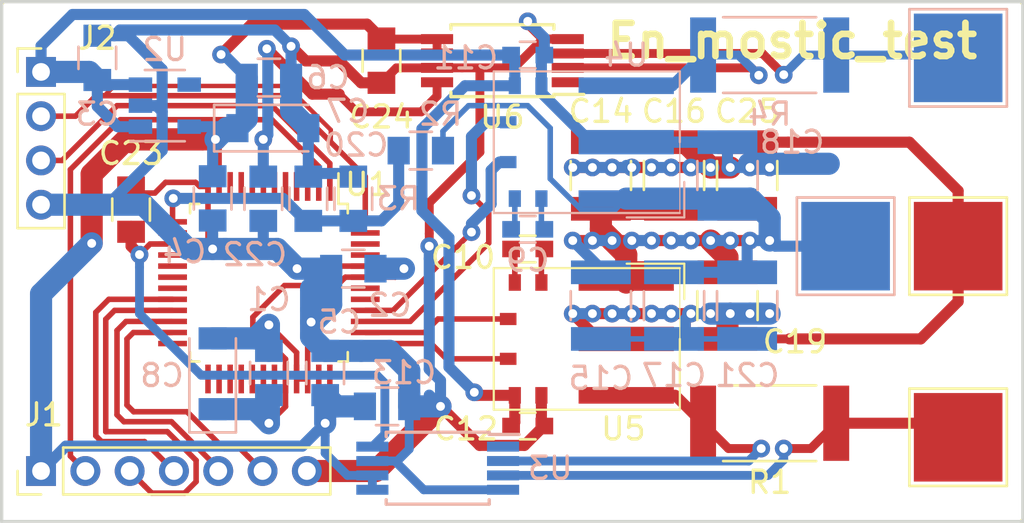
<source format=kicad_pcb>
(kicad_pcb (version 20171130) (host pcbnew "(5.1.4)-1")

  (general
    (thickness 1.6)
    (drawings 23)
    (tracks 504)
    (zones 0)
    (modules 41)
    (nets 57)
  )

  (page A4)
  (title_block
    (title "GaN mostic")
    (date 2018-02-14)
    (rev 1)
    (company LRTME)
    (comment 1 "Mitja Nemec")
  )

  (layers
    (0 F.Cu signal)
    (31 B.Cu signal)
    (32 B.Adhes user hide)
    (33 F.Adhes user hide)
    (34 B.Paste user hide)
    (35 F.Paste user hide)
    (36 B.SilkS user hide)
    (37 F.SilkS user hide)
    (38 B.Mask user hide)
    (39 F.Mask user hide)
    (40 Dwgs.User user hide)
    (41 Cmts.User user hide)
    (42 Eco1.User user hide)
    (43 Eco2.User user hide)
    (44 Edge.Cuts user)
    (45 Margin user)
    (46 B.CrtYd user hide)
    (47 F.CrtYd user hide)
    (48 B.Fab user hide)
    (49 F.Fab user hide)
  )

  (setup
    (last_trace_width 0.25)
    (user_trace_width 0.2)
    (user_trace_width 0.25)
    (user_trace_width 0.4)
    (user_trace_width 0.5)
    (user_trace_width 1)
    (user_trace_width 2)
    (trace_clearance 0.2)
    (zone_clearance 0.25)
    (zone_45_only no)
    (trace_min 0.2)
    (via_size 0.8)
    (via_drill 0.4)
    (via_min_size 0.4)
    (via_min_drill 0.3)
    (user_via 0.7 0.3)
    (user_via 1 0.4)
    (uvia_size 0.3)
    (uvia_drill 0.1)
    (uvias_allowed no)
    (uvia_min_size 0.2)
    (uvia_min_drill 0.1)
    (edge_width 0.15)
    (segment_width 0.2)
    (pcb_text_width 0.3)
    (pcb_text_size 1.5 1.5)
    (mod_edge_width 0.15)
    (mod_text_size 1 1)
    (mod_text_width 0.15)
    (pad_size 1.524 1.524)
    (pad_drill 0.762)
    (pad_to_mask_clearance 0.2)
    (aux_axis_origin 0 0)
    (visible_elements 7FFFFF7F)
    (pcbplotparams
      (layerselection 0x21030_ffffffff)
      (usegerberextensions false)
      (usegerberattributes false)
      (usegerberadvancedattributes false)
      (creategerberjobfile false)
      (excludeedgelayer true)
      (linewidth 0.100000)
      (plotframeref false)
      (viasonmask false)
      (mode 1)
      (useauxorigin false)
      (hpglpennumber 1)
      (hpglpenspeed 20)
      (hpglpendiameter 15.000000)
      (psnegative false)
      (psa4output false)
      (plotreference true)
      (plotvalue true)
      (plotinvisibletext false)
      (padsonsilk false)
      (subtractmaskfromsilk false)
      (outputformat 4)
      (mirror false)
      (drillshape 0)
      (scaleselection 1)
      (outputdirectory ""))
  )

  (net 0 "")
  (net 1 -VDC)
  (net 2 +1V8)
  (net 3 +5V)
  (net 4 +3V3)
  (net 5 "Net-(C9-Pad1)")
  (net 6 "Net-(C9-Pad2)")
  (net 7 "Net-(C10-Pad2)")
  (net 8 "Net-(C10-Pad1)")
  (net 9 +VDC)
  (net 10 /NAP)
  (net 11 "Net-(R1-Pad2)")
  (net 12 "Net-(J1-Pad2)")
  (net 13 "Net-(U1-Pad3)")
  (net 14 "Net-(U1-Pad4)")
  (net 15 "Net-(U1-Pad5)")
  (net 16 "Net-(U1-Pad6)")
  (net 17 "Net-(U1-Pad8)")
  (net 18 "Net-(U1-Pad9)")
  (net 19 "Net-(U1-Pad10)")
  (net 20 "Net-(U1-Pad14)")
  (net 21 "Net-(U1-Pad16)")
  (net 22 "Net-(U1-Pad17)")
  (net 23 "Net-(U1-Pad18)")
  (net 24 "Net-(U1-Pad19)")
  (net 25 "Net-(J1-Pad4)")
  (net 26 "Net-(J1-Pad3)")
  (net 27 "Net-(J1-Pad5)")
  (net 28 "Net-(J1-Pad6)")
  (net 29 "Net-(J2-Pad3)")
  (net 30 "Net-(J2-Pad2)")
  (net 31 "Net-(U1-Pad26)")
  (net 32 "Net-(U1-Pad27)")
  (net 33 "Net-(U1-Pad28)")
  (net 34 "Net-(U1-Pad29)")
  (net 35 "Net-(U1-Pad30)")
  (net 36 "Net-(U1-Pad31)")
  (net 37 "Net-(U1-Pad36)")
  (net 38 /Q1)
  (net 39 /Q2)
  (net 40 /Q3)
  (net 41 /Q4)
  (net 42 "Net-(U1-Pad41)")
  (net 43 "Net-(U1-Pad42)")
  (net 44 "Net-(U1-Pad45)")
  (net 45 "Net-(U1-Pad46)")
  (net 46 "Net-(U1-Pad47)")
  (net 47 "Net-(U2-Pad4)")
  (net 48 "Net-(U3-Pad1)")
  (net 49 "Net-(U1-Pad24)")
  (net 50 "Net-(U1-Pad25)")
  (net 51 /M-)
  (net 52 /M+)
  (net 53 /TOK+)
  (net 54 /TOK-)
  (net 55 "Net-(R4-Pad2)")
  (net 56 "Net-(U6-Pad1)")

  (net_class Default "This is the default net class."
    (clearance 0.2)
    (trace_width 0.25)
    (via_dia 0.8)
    (via_drill 0.4)
    (uvia_dia 0.3)
    (uvia_drill 0.1)
    (add_net +1V8)
    (add_net +3V3)
    (add_net +5V)
    (add_net +VDC)
    (add_net -VDC)
    (add_net /M+)
    (add_net /M-)
    (add_net /NAP)
    (add_net /Q1)
    (add_net /Q2)
    (add_net /Q3)
    (add_net /Q4)
    (add_net /TOK+)
    (add_net /TOK-)
    (add_net "Net-(C10-Pad1)")
    (add_net "Net-(C10-Pad2)")
    (add_net "Net-(C9-Pad1)")
    (add_net "Net-(C9-Pad2)")
    (add_net "Net-(J1-Pad2)")
    (add_net "Net-(J1-Pad3)")
    (add_net "Net-(J1-Pad4)")
    (add_net "Net-(J1-Pad5)")
    (add_net "Net-(J1-Pad6)")
    (add_net "Net-(J2-Pad2)")
    (add_net "Net-(J2-Pad3)")
    (add_net "Net-(R1-Pad2)")
    (add_net "Net-(R4-Pad2)")
    (add_net "Net-(U1-Pad10)")
    (add_net "Net-(U1-Pad14)")
    (add_net "Net-(U1-Pad16)")
    (add_net "Net-(U1-Pad17)")
    (add_net "Net-(U1-Pad18)")
    (add_net "Net-(U1-Pad19)")
    (add_net "Net-(U1-Pad24)")
    (add_net "Net-(U1-Pad25)")
    (add_net "Net-(U1-Pad26)")
    (add_net "Net-(U1-Pad27)")
    (add_net "Net-(U1-Pad28)")
    (add_net "Net-(U1-Pad29)")
    (add_net "Net-(U1-Pad3)")
    (add_net "Net-(U1-Pad30)")
    (add_net "Net-(U1-Pad31)")
    (add_net "Net-(U1-Pad36)")
    (add_net "Net-(U1-Pad4)")
    (add_net "Net-(U1-Pad41)")
    (add_net "Net-(U1-Pad42)")
    (add_net "Net-(U1-Pad45)")
    (add_net "Net-(U1-Pad46)")
    (add_net "Net-(U1-Pad47)")
    (add_net "Net-(U1-Pad5)")
    (add_net "Net-(U1-Pad6)")
    (add_net "Net-(U1-Pad8)")
    (add_net "Net-(U1-Pad9)")
    (add_net "Net-(U2-Pad4)")
    (add_net "Net-(U3-Pad1)")
    (add_net "Net-(U6-Pad1)")
  )

  (module Capacitor_SMD:C_1210_3225Metric (layer B.Cu) (tedit 5A95B468) (tstamp 5A8BFED7)
    (at 136.525 65.17 270)
    (descr "Capacitor SMD 1210 (3225 Metric), square (rectangular) end terminal, IPC_7351 nominal, (Body size source: http://www.tortai-tech.com/upload/download/2011102023233369053.pdf), generated with kicad-footprint-generator")
    (tags capacitor)
    (path /5A8D3472)
    (attr smd)
    (fp_text reference C21 (at 3.156 0) (layer B.SilkS)
      (effects (font (size 1 1) (thickness 0.15)) (justify mirror))
    )
    (fp_text value 4u7 (at 0 -2.5 270) (layer B.Fab) hide
      (effects (font (size 1 1) (thickness 0.15)) (justify mirror))
    )
    (fp_text user %R (at 0 0 270) (layer B.Fab)
      (effects (font (size 0.8 0.8) (thickness 0.12)) (justify mirror))
    )
    (fp_line (start 2.29 -1.6) (end -2.29 -1.6) (layer B.CrtYd) (width 0.05))
    (fp_line (start 2.29 1.6) (end 2.29 -1.6) (layer B.CrtYd) (width 0.05))
    (fp_line (start -2.29 1.6) (end 2.29 1.6) (layer B.CrtYd) (width 0.05))
    (fp_line (start -2.29 -1.6) (end -2.29 1.6) (layer B.CrtYd) (width 0.05))
    (fp_line (start -0.65 -1.36) (end 0.65 -1.36) (layer B.SilkS) (width 0.12))
    (fp_line (start -0.65 1.36) (end 0.65 1.36) (layer B.SilkS) (width 0.12))
    (fp_line (start 1.6 -1.25) (end -1.6 -1.25) (layer B.Fab) (width 0.1))
    (fp_line (start 1.6 1.25) (end 1.6 -1.25) (layer B.Fab) (width 0.1))
    (fp_line (start -1.6 1.25) (end 1.6 1.25) (layer B.Fab) (width 0.1))
    (fp_line (start -1.6 -1.25) (end -1.6 1.25) (layer B.Fab) (width 0.1))
    (pad 2 smd rect (at 1.505 0 270) (size 1.07 2.7) (layers B.Cu B.Paste B.Mask)
      (net 1 -VDC))
    (pad 1 smd rect (at -1.505 0 270) (size 1.07 2.7) (layers B.Cu B.Paste B.Mask)
      (net 9 +VDC))
    (model ${KISYS3DMOD}/Capacitor_SMD.3dshapes/C_1210_3225Metric.wrl
      (at (xyz 0 0 0))
      (scale (xyz 1 1 1))
      (rotate (xyz 0 0 0))
    )
  )

  (module Capacitor_SMD:C_1210_3225Metric (layer F.Cu) (tedit 5A95B45F) (tstamp 5A8BFED6)
    (at 136.525 59.29 90)
    (descr "Capacitor SMD 1210 (3225 Metric), square (rectangular) end terminal, IPC_7351 nominal, (Body size source: http://www.tortai-tech.com/upload/download/2011102023233369053.pdf), generated with kicad-footprint-generator")
    (tags capacitor)
    (path /5A940BAF)
    (attr smd)
    (fp_text reference C25 (at 2.902 0 180) (layer F.SilkS)
      (effects (font (size 1 1) (thickness 0.15)))
    )
    (fp_text value 4u7 (at 0 2.5 90) (layer F.Fab) hide
      (effects (font (size 1 1) (thickness 0.15)))
    )
    (fp_line (start -1.6 1.25) (end -1.6 -1.25) (layer F.Fab) (width 0.1))
    (fp_line (start -1.6 -1.25) (end 1.6 -1.25) (layer F.Fab) (width 0.1))
    (fp_line (start 1.6 -1.25) (end 1.6 1.25) (layer F.Fab) (width 0.1))
    (fp_line (start 1.6 1.25) (end -1.6 1.25) (layer F.Fab) (width 0.1))
    (fp_line (start -0.65 -1.36) (end 0.65 -1.36) (layer F.SilkS) (width 0.12))
    (fp_line (start -0.65 1.36) (end 0.65 1.36) (layer F.SilkS) (width 0.12))
    (fp_line (start -2.29 1.6) (end -2.29 -1.6) (layer F.CrtYd) (width 0.05))
    (fp_line (start -2.29 -1.6) (end 2.29 -1.6) (layer F.CrtYd) (width 0.05))
    (fp_line (start 2.29 -1.6) (end 2.29 1.6) (layer F.CrtYd) (width 0.05))
    (fp_line (start 2.29 1.6) (end -2.29 1.6) (layer F.CrtYd) (width 0.05))
    (fp_text user %R (at 0 0 90) (layer F.Fab)
      (effects (font (size 0.8 0.8) (thickness 0.12)))
    )
    (pad 1 smd rect (at -1.505 0 90) (size 1.07 2.7) (layers F.Cu F.Paste F.Mask)
      (net 9 +VDC))
    (pad 2 smd rect (at 1.505 0 90) (size 1.07 2.7) (layers F.Cu F.Paste F.Mask)
      (net 1 -VDC))
    (model ${KISYS3DMOD}/Capacitor_SMD.3dshapes/C_1210_3225Metric.wrl
      (at (xyz 0 0 0))
      (scale (xyz 1 1 1))
      (rotate (xyz 0 0 0))
    )
  )

  (module Capacitor_SMD:C_1210_3225Metric (layer F.Cu) (tedit 5A841054) (tstamp 5A8AC0C2)
    (at 135.636 65.17 270)
    (descr "Capacitor SMD 1210 (3225 Metric), square (rectangular) end terminal, IPC_7351 nominal, (Body size source: http://www.tortai-tech.com/upload/download/2011102023233369053.pdf), generated with kicad-footprint-generator")
    (tags capacitor)
    (path /5A89397C)
    (attr smd)
    (fp_text reference C19 (at 1.632 -3.048 180) (layer F.SilkS)
      (effects (font (size 1 1) (thickness 0.15)))
    )
    (fp_text value 4u7 (at 0 2.5 270) (layer F.Fab) hide
      (effects (font (size 1 1) (thickness 0.15)))
    )
    (fp_text user %R (at 0 0 270) (layer F.Fab)
      (effects (font (size 0.8 0.8) (thickness 0.12)))
    )
    (fp_line (start 2.29 1.6) (end -2.29 1.6) (layer F.CrtYd) (width 0.05))
    (fp_line (start 2.29 -1.6) (end 2.29 1.6) (layer F.CrtYd) (width 0.05))
    (fp_line (start -2.29 -1.6) (end 2.29 -1.6) (layer F.CrtYd) (width 0.05))
    (fp_line (start -2.29 1.6) (end -2.29 -1.6) (layer F.CrtYd) (width 0.05))
    (fp_line (start -0.65 1.36) (end 0.65 1.36) (layer F.SilkS) (width 0.12))
    (fp_line (start -0.65 -1.36) (end 0.65 -1.36) (layer F.SilkS) (width 0.12))
    (fp_line (start 1.6 1.25) (end -1.6 1.25) (layer F.Fab) (width 0.1))
    (fp_line (start 1.6 -1.25) (end 1.6 1.25) (layer F.Fab) (width 0.1))
    (fp_line (start -1.6 -1.25) (end 1.6 -1.25) (layer F.Fab) (width 0.1))
    (fp_line (start -1.6 1.25) (end -1.6 -1.25) (layer F.Fab) (width 0.1))
    (pad 2 smd rect (at 1.505 0 270) (size 1.07 2.7) (layers F.Cu F.Paste F.Mask)
      (net 1 -VDC))
    (pad 1 smd rect (at -1.505 0 270) (size 1.07 2.7) (layers F.Cu F.Paste F.Mask)
      (net 9 +VDC))
    (model ${KISYS3DMOD}/Capacitor_SMD.3dshapes/C_1210_3225Metric.wrl
      (at (xyz 0 0 0))
      (scale (xyz 1 1 1))
      (rotate (xyz 0 0 0))
    )
  )

  (module TestPoint:TestPoint_Pad_4.0x4.0mm (layer B.Cu) (tedit 5A857370) (tstamp 5A858631)
    (at 146.05 53.975 270)
    (descr "SMD rectangular pad as test Point, square 4.0mm side length")
    (tags "test point SMD pad rectangle square")
    (path /5A8AE7C1)
    (attr virtual)
    (fp_text reference J3 (at 0 2.898 270) (layer B.SilkS) hide
      (effects (font (size 1 1) (thickness 0.15)) (justify mirror))
    )
    (fp_text value M+ (at 0 0) (layer B.Fab)
      (effects (font (size 1 1) (thickness 0.15)) (justify mirror))
    )
    (fp_line (start 2.5 -2.5) (end -2.5 -2.5) (layer B.CrtYd) (width 0.05))
    (fp_line (start 2.5 -2.5) (end 2.5 2.5) (layer B.CrtYd) (width 0.05))
    (fp_line (start -2.5 2.5) (end -2.5 -2.5) (layer B.CrtYd) (width 0.05))
    (fp_line (start -2.5 2.5) (end 2.5 2.5) (layer B.CrtYd) (width 0.05))
    (fp_line (start -2.2 -2.2) (end -2.2 2.2) (layer B.SilkS) (width 0.12))
    (fp_line (start 2.2 -2.2) (end -2.2 -2.2) (layer B.SilkS) (width 0.12))
    (fp_line (start 2.2 2.2) (end 2.2 -2.2) (layer B.SilkS) (width 0.12))
    (fp_line (start -2.2 2.2) (end 2.2 2.2) (layer B.SilkS) (width 0.12))
    (fp_text user %R (at 0 2.9 270) (layer B.Fab) hide
      (effects (font (size 1 1) (thickness 0.15)) (justify mirror))
    )
    (pad 1 smd rect (at 0 0 270) (size 4 4) (layers B.Cu B.Mask)
      (net 52 /M+))
  )

  (module TestPoint:TestPoint_Pad_4.0x4.0mm (layer F.Cu) (tedit 5A85738E) (tstamp 5A858623)
    (at 146.05 71.12 90)
    (descr "SMD rectangular pad as test Point, square 4.0mm side length")
    (tags "test point SMD pad rectangle square")
    (path /5A8AE723)
    (attr virtual)
    (fp_text reference J4 (at 0 -2.898 90) (layer F.SilkS) hide
      (effects (font (size 1 1) (thickness 0.15)))
    )
    (fp_text value M- (at 0 0 180) (layer F.Fab)
      (effects (font (size 1 1) (thickness 0.15)))
    )
    (fp_text user %R (at 0 -2.9 90) (layer F.Fab) hide
      (effects (font (size 1 1) (thickness 0.15)))
    )
    (fp_line (start -2.2 -2.2) (end 2.2 -2.2) (layer F.SilkS) (width 0.12))
    (fp_line (start 2.2 -2.2) (end 2.2 2.2) (layer F.SilkS) (width 0.12))
    (fp_line (start 2.2 2.2) (end -2.2 2.2) (layer F.SilkS) (width 0.12))
    (fp_line (start -2.2 2.2) (end -2.2 -2.2) (layer F.SilkS) (width 0.12))
    (fp_line (start -2.5 -2.5) (end 2.5 -2.5) (layer F.CrtYd) (width 0.05))
    (fp_line (start -2.5 -2.5) (end -2.5 2.5) (layer F.CrtYd) (width 0.05))
    (fp_line (start 2.5 2.5) (end 2.5 -2.5) (layer F.CrtYd) (width 0.05))
    (fp_line (start 2.5 2.5) (end -2.5 2.5) (layer F.CrtYd) (width 0.05))
    (pad 1 smd rect (at 0 0 90) (size 4 4) (layers F.Cu F.Mask)
      (net 51 /M-))
  )

  (module TestPoint:TestPoint_Pad_4.0x4.0mm (layer B.Cu) (tedit 5A8573A8) (tstamp 5A8C07AA)
    (at 140.97 62.484 270)
    (descr "SMD rectangular pad as test Point, square 4.0mm side length")
    (tags "test point SMD pad rectangle square")
    (path /5A87F9C0)
    (attr virtual)
    (fp_text reference J5 (at 0 2.898 270) (layer B.SilkS) hide
      (effects (font (size 1 1) (thickness 0.15)) (justify mirror))
    )
    (fp_text value DC+ (at 0 0) (layer B.Fab)
      (effects (font (size 1 1) (thickness 0.15)) (justify mirror))
    )
    (fp_line (start 2.5 -2.5) (end -2.5 -2.5) (layer B.CrtYd) (width 0.05))
    (fp_line (start 2.5 -2.5) (end 2.5 2.5) (layer B.CrtYd) (width 0.05))
    (fp_line (start -2.5 2.5) (end -2.5 -2.5) (layer B.CrtYd) (width 0.05))
    (fp_line (start -2.5 2.5) (end 2.5 2.5) (layer B.CrtYd) (width 0.05))
    (fp_line (start -2.2 -2.2) (end -2.2 2.2) (layer B.SilkS) (width 0.12))
    (fp_line (start 2.2 -2.2) (end -2.2 -2.2) (layer B.SilkS) (width 0.12))
    (fp_line (start 2.2 2.2) (end 2.2 -2.2) (layer B.SilkS) (width 0.12))
    (fp_line (start -2.2 2.2) (end 2.2 2.2) (layer B.SilkS) (width 0.12))
    (fp_text user %R (at 0 2.9 270) (layer B.Fab) hide
      (effects (font (size 1 1) (thickness 0.15)) (justify mirror))
    )
    (pad 1 smd rect (at 0 0 270) (size 4 4) (layers B.Cu B.Mask)
      (net 9 +VDC))
  )

  (module TestPoint:TestPoint_Pad_4.0x4.0mm (layer F.Cu) (tedit 5A8573B8) (tstamp 5A8C075C)
    (at 146.05 62.484 90)
    (descr "SMD rectangular pad as test Point, square 4.0mm side length")
    (tags "test point SMD pad rectangle square")
    (path /5A87FA62)
    (attr virtual)
    (fp_text reference J6 (at 0 -2.898 90) (layer F.SilkS) hide
      (effects (font (size 1 1) (thickness 0.15)))
    )
    (fp_text value DC- (at 0 0 180) (layer F.Fab)
      (effects (font (size 1 1) (thickness 0.15)))
    )
    (fp_text user %R (at 0 -2.9 90) (layer F.Fab) hide
      (effects (font (size 1 1) (thickness 0.15)))
    )
    (fp_line (start -2.2 -2.2) (end 2.2 -2.2) (layer F.SilkS) (width 0.12))
    (fp_line (start 2.2 -2.2) (end 2.2 2.2) (layer F.SilkS) (width 0.12))
    (fp_line (start 2.2 2.2) (end -2.2 2.2) (layer F.SilkS) (width 0.12))
    (fp_line (start -2.2 2.2) (end -2.2 -2.2) (layer F.SilkS) (width 0.12))
    (fp_line (start -2.5 -2.5) (end 2.5 -2.5) (layer F.CrtYd) (width 0.05))
    (fp_line (start -2.5 -2.5) (end -2.5 2.5) (layer F.CrtYd) (width 0.05))
    (fp_line (start 2.5 2.5) (end 2.5 -2.5) (layer F.CrtYd) (width 0.05))
    (fp_line (start 2.5 2.5) (end -2.5 2.5) (layer F.CrtYd) (width 0.05))
    (pad 1 smd rect (at 0 0 90) (size 4 4) (layers F.Cu F.Mask)
      (net 1 -VDC))
  )

  (module Passives:CT_A (layer B.Cu) (tedit 5A841153) (tstamp 5A840136)
    (at 115.113 57.15)
    (descr "Tantalum capacitor, Case A, EIA 3216-18, 3.2x1.6x1.6mm, Reflow soldering footprint")
    (tags "capacitor tantalum smd")
    (path /5A840595)
    (attr smd)
    (fp_text reference C7 (at 3.378 -0.762) (layer B.SilkS)
      (effects (font (size 1 1) (thickness 0.15)) (justify mirror))
    )
    (fp_text value 2u2 (at 0 -2.55) (layer B.Fab) hide
      (effects (font (size 1 1) (thickness 0.15)) (justify mirror))
    )
    (fp_line (start -2.65 1.05) (end -2.65 -1.05) (layer B.SilkS) (width 0.12))
    (fp_line (start -2.65 -1.05) (end 1.6 -1.05) (layer B.SilkS) (width 0.12))
    (fp_line (start -2.65 1.05) (end 1.6 1.05) (layer B.SilkS) (width 0.12))
    (fp_line (start -1.12 0.8) (end -1.12 -0.8) (layer B.Fab) (width 0.1))
    (fp_line (start -1.28 0.8) (end -1.28 -0.8) (layer B.Fab) (width 0.1))
    (fp_line (start 1.6 0.8) (end -1.6 0.8) (layer B.Fab) (width 0.1))
    (fp_line (start 1.6 -0.8) (end 1.6 0.8) (layer B.Fab) (width 0.1))
    (fp_line (start -1.6 -0.8) (end 1.6 -0.8) (layer B.Fab) (width 0.1))
    (fp_line (start -1.6 0.8) (end -1.6 -0.8) (layer B.Fab) (width 0.1))
    (fp_line (start 2.75 1.2) (end -2.75 1.2) (layer B.CrtYd) (width 0.05))
    (fp_line (start 2.75 -1.2) (end 2.75 1.2) (layer B.CrtYd) (width 0.05))
    (fp_line (start -2.75 -1.2) (end 2.75 -1.2) (layer B.CrtYd) (width 0.05))
    (fp_line (start -2.75 1.2) (end -2.75 -1.2) (layer B.CrtYd) (width 0.05))
    (fp_text user %R (at 0 0) (layer B.Fab)
      (effects (font (size 0.7 0.7) (thickness 0.105)) (justify mirror))
    )
    (pad 2 smd rect (at 1.6 0) (size 1 1.27) (layers B.Cu B.Paste B.Mask)
      (net 1 -VDC))
    (pad 1 smd rect (at -1.6 0) (size 1 1.27) (layers B.Cu B.Paste B.Mask)
      (net 4 +3V3))
    (model ${KISYS3DMOD}/Capacitor_Tantalum_SMD.3dshapes/CP_EIA-3216-18_Kemet-A.wrl
      (at (xyz 0 0 0))
      (scale (xyz 1 1 1))
      (rotate (xyz 0 0 0))
    )
  )

  (module Passives:CT_A (layer B.Cu) (tedit 5A841153) (tstamp 5A84014A)
    (at 112.395 68.25 90)
    (descr "Tantalum capacitor, Case A, EIA 3216-18, 3.2x1.6x1.6mm, Reflow soldering footprint")
    (tags "capacitor tantalum smd")
    (path /5A840699)
    (attr smd)
    (fp_text reference C8 (at -0.076 -2.286 180) (layer B.SilkS)
      (effects (font (size 1 1) (thickness 0.15)) (justify mirror))
    )
    (fp_text value 2u2 (at 0 -2.55 90) (layer B.Fab) hide
      (effects (font (size 1 1) (thickness 0.15)) (justify mirror))
    )
    (fp_line (start -2.65 1.05) (end -2.65 -1.05) (layer B.SilkS) (width 0.12))
    (fp_line (start -2.65 -1.05) (end 1.6 -1.05) (layer B.SilkS) (width 0.12))
    (fp_line (start -2.65 1.05) (end 1.6 1.05) (layer B.SilkS) (width 0.12))
    (fp_line (start -1.12 0.8) (end -1.12 -0.8) (layer B.Fab) (width 0.1))
    (fp_line (start -1.28 0.8) (end -1.28 -0.8) (layer B.Fab) (width 0.1))
    (fp_line (start 1.6 0.8) (end -1.6 0.8) (layer B.Fab) (width 0.1))
    (fp_line (start 1.6 -0.8) (end 1.6 0.8) (layer B.Fab) (width 0.1))
    (fp_line (start -1.6 -0.8) (end 1.6 -0.8) (layer B.Fab) (width 0.1))
    (fp_line (start -1.6 0.8) (end -1.6 -0.8) (layer B.Fab) (width 0.1))
    (fp_line (start 2.75 1.2) (end -2.75 1.2) (layer B.CrtYd) (width 0.05))
    (fp_line (start 2.75 -1.2) (end 2.75 1.2) (layer B.CrtYd) (width 0.05))
    (fp_line (start -2.75 -1.2) (end 2.75 -1.2) (layer B.CrtYd) (width 0.05))
    (fp_line (start -2.75 1.2) (end -2.75 -1.2) (layer B.CrtYd) (width 0.05))
    (fp_text user %R (at 0 0 90) (layer B.Fab)
      (effects (font (size 0.7 0.7) (thickness 0.105)) (justify mirror))
    )
    (pad 2 smd rect (at 1.6 0 90) (size 1 1.27) (layers B.Cu B.Paste B.Mask)
      (net 1 -VDC))
    (pad 1 smd rect (at -1.6 0 90) (size 1 1.27) (layers B.Cu B.Paste B.Mask)
      (net 2 +1V8))
    (model ${KISYS3DMOD}/Capacitor_Tantalum_SMD.3dshapes/CP_EIA-3216-18_Kemet-A.wrl
      (at (xyz 0 0 0))
      (scale (xyz 1 1 1))
      (rotate (xyz 0 0 0))
    )
  )

  (module Connector_PinHeader_2.00mm:PinHeader_1x04_P2.00mm_Vertical (layer F.Cu) (tedit 59FED667) (tstamp 5A87E1C5)
    (at 104.648 54.61)
    (descr "Through hole straight pin header, 1x04, 2.00mm pitch, single row")
    (tags "Through hole pin header THT 1x04 2.00mm single row")
    (path /5A843B1E)
    (fp_text reference J2 (at 2.54 -1.524) (layer F.SilkS)
      (effects (font (size 1 1) (thickness 0.15)))
    )
    (fp_text value SCI (at 2.286 0) (layer F.Fab)
      (effects (font (size 1 1) (thickness 0.15)))
    )
    (fp_line (start -0.5 -1) (end 1 -1) (layer F.Fab) (width 0.1))
    (fp_line (start 1 -1) (end 1 7) (layer F.Fab) (width 0.1))
    (fp_line (start 1 7) (end -1 7) (layer F.Fab) (width 0.1))
    (fp_line (start -1 7) (end -1 -0.5) (layer F.Fab) (width 0.1))
    (fp_line (start -1 -0.5) (end -0.5 -1) (layer F.Fab) (width 0.1))
    (fp_line (start -1.06 7.06) (end 1.06 7.06) (layer F.SilkS) (width 0.12))
    (fp_line (start -1.06 1) (end -1.06 7.06) (layer F.SilkS) (width 0.12))
    (fp_line (start 1.06 1) (end 1.06 7.06) (layer F.SilkS) (width 0.12))
    (fp_line (start -1.06 1) (end 1.06 1) (layer F.SilkS) (width 0.12))
    (fp_line (start -1.06 0) (end -1.06 -1.06) (layer F.SilkS) (width 0.12))
    (fp_line (start -1.06 -1.06) (end 0 -1.06) (layer F.SilkS) (width 0.12))
    (fp_line (start -1.5 -1.5) (end -1.5 7.5) (layer F.CrtYd) (width 0.05))
    (fp_line (start -1.5 7.5) (end 1.5 7.5) (layer F.CrtYd) (width 0.05))
    (fp_line (start 1.5 7.5) (end 1.5 -1.5) (layer F.CrtYd) (width 0.05))
    (fp_line (start 1.5 -1.5) (end -1.5 -1.5) (layer F.CrtYd) (width 0.05))
    (fp_text user %R (at 0 3 90) (layer F.Fab)
      (effects (font (size 1 1) (thickness 0.15)))
    )
    (pad 1 thru_hole rect (at 0 0) (size 1.35 1.35) (drill 0.8) (layers *.Cu *.Mask)
      (net 3 +5V))
    (pad 2 thru_hole oval (at 0 2) (size 1.35 1.35) (drill 0.8) (layers *.Cu *.Mask)
      (net 30 "Net-(J2-Pad2)"))
    (pad 3 thru_hole oval (at 0 4) (size 1.35 1.35) (drill 0.8) (layers *.Cu *.Mask)
      (net 29 "Net-(J2-Pad3)"))
    (pad 4 thru_hole oval (at 0 6) (size 1.35 1.35) (drill 0.8) (layers *.Cu *.Mask)
      (net 1 -VDC))
    (model ${KISYS3DMOD}/Connector_PinHeader_2.00mm.3dshapes/PinHeader_1x04_P2.00mm_Vertical.wrl
      (at (xyz 0 0 0))
      (scale (xyz 1 1 1))
      (rotate (xyz 0 0 0))
    )
  )

  (module Connector_PinHeader_2.00mm:PinHeader_1x07_P2.00mm_Vertical (layer F.Cu) (tedit 59FED667) (tstamp 5A842F8F)
    (at 104.648 72.644 90)
    (descr "Through hole straight pin header, 1x07, 2.00mm pitch, single row")
    (tags "Through hole pin header THT 1x07 2.00mm single row")
    (path /5A8B1DA3)
    (fp_text reference J1 (at 2.54 0.127 180) (layer F.SilkS)
      (effects (font (size 1 1) (thickness 0.15)))
    )
    (fp_text value JTAG (at 1.905 0.635 180) (layer F.Fab)
      (effects (font (size 1 1) (thickness 0.15)))
    )
    (fp_line (start -0.5 -1) (end 1 -1) (layer F.Fab) (width 0.1))
    (fp_line (start 1 -1) (end 1 13) (layer F.Fab) (width 0.1))
    (fp_line (start 1 13) (end -1 13) (layer F.Fab) (width 0.1))
    (fp_line (start -1 13) (end -1 -0.5) (layer F.Fab) (width 0.1))
    (fp_line (start -1 -0.5) (end -0.5 -1) (layer F.Fab) (width 0.1))
    (fp_line (start -1.06 13.06) (end 1.06 13.06) (layer F.SilkS) (width 0.12))
    (fp_line (start -1.06 1) (end -1.06 13.06) (layer F.SilkS) (width 0.12))
    (fp_line (start 1.06 1) (end 1.06 13.06) (layer F.SilkS) (width 0.12))
    (fp_line (start -1.06 1) (end 1.06 1) (layer F.SilkS) (width 0.12))
    (fp_line (start -1.06 0) (end -1.06 -1.06) (layer F.SilkS) (width 0.12))
    (fp_line (start -1.06 -1.06) (end 0 -1.06) (layer F.SilkS) (width 0.12))
    (fp_line (start -1.5 -1.5) (end -1.5 13.5) (layer F.CrtYd) (width 0.05))
    (fp_line (start -1.5 13.5) (end 1.5 13.5) (layer F.CrtYd) (width 0.05))
    (fp_line (start 1.5 13.5) (end 1.5 -1.5) (layer F.CrtYd) (width 0.05))
    (fp_line (start 1.5 -1.5) (end -1.5 -1.5) (layer F.CrtYd) (width 0.05))
    (fp_text user %R (at 0 6 180) (layer F.Fab)
      (effects (font (size 1 1) (thickness 0.15)))
    )
    (pad 1 thru_hole rect (at 0 0 90) (size 1.35 1.35) (drill 0.8) (layers *.Cu *.Mask)
      (net 4 +3V3))
    (pad 2 thru_hole oval (at 0 2 90) (size 1.35 1.35) (drill 0.8) (layers *.Cu *.Mask)
      (net 12 "Net-(J1-Pad2)"))
    (pad 3 thru_hole oval (at 0 4 90) (size 1.35 1.35) (drill 0.8) (layers *.Cu *.Mask)
      (net 26 "Net-(J1-Pad3)"))
    (pad 4 thru_hole oval (at 0 6 90) (size 1.35 1.35) (drill 0.8) (layers *.Cu *.Mask)
      (net 25 "Net-(J1-Pad4)"))
    (pad 5 thru_hole oval (at 0 8 90) (size 1.35 1.35) (drill 0.8) (layers *.Cu *.Mask)
      (net 27 "Net-(J1-Pad5)"))
    (pad 6 thru_hole oval (at 0 10 90) (size 1.35 1.35) (drill 0.8) (layers *.Cu *.Mask)
      (net 28 "Net-(J1-Pad6)"))
    (pad 7 thru_hole oval (at 0 12 90) (size 1.35 1.35) (drill 0.8) (layers *.Cu *.Mask)
      (net 1 -VDC))
    (model ${KISYS3DMOD}/Connector_PinHeader_2.00mm.3dshapes/PinHeader_1x07_P2.00mm_Vertical.wrl
      (at (xyz 0 0 0))
      (scale (xyz 1 1 1))
      (rotate (xyz 0 0 0))
    )
  )

  (module Capacitor_SMD:C_1210_3225Metric (layer F.Cu) (tedit 5A841061) (tstamp 5A8AC6F5)
    (at 129.921 59.29 90)
    (descr "Capacitor SMD 1210 (3225 Metric), square (rectangular) end terminal, IPC_7351 nominal, (Body size source: http://www.tortai-tech.com/upload/download/2011102023233369053.pdf), generated with kicad-footprint-generator")
    (tags capacitor)
    (path /5A85A4EA)
    (attr smd)
    (fp_text reference C14 (at 2.902 0 180) (layer F.SilkS)
      (effects (font (size 1 1) (thickness 0.15)))
    )
    (fp_text value 4u7 (at 0 2.5 90) (layer F.Fab) hide
      (effects (font (size 1 1) (thickness 0.15)))
    )
    (fp_line (start -1.6 1.25) (end -1.6 -1.25) (layer F.Fab) (width 0.1))
    (fp_line (start -1.6 -1.25) (end 1.6 -1.25) (layer F.Fab) (width 0.1))
    (fp_line (start 1.6 -1.25) (end 1.6 1.25) (layer F.Fab) (width 0.1))
    (fp_line (start 1.6 1.25) (end -1.6 1.25) (layer F.Fab) (width 0.1))
    (fp_line (start -0.65 -1.36) (end 0.65 -1.36) (layer F.SilkS) (width 0.12))
    (fp_line (start -0.65 1.36) (end 0.65 1.36) (layer F.SilkS) (width 0.12))
    (fp_line (start -2.29 1.6) (end -2.29 -1.6) (layer F.CrtYd) (width 0.05))
    (fp_line (start -2.29 -1.6) (end 2.29 -1.6) (layer F.CrtYd) (width 0.05))
    (fp_line (start 2.29 -1.6) (end 2.29 1.6) (layer F.CrtYd) (width 0.05))
    (fp_line (start 2.29 1.6) (end -2.29 1.6) (layer F.CrtYd) (width 0.05))
    (fp_text user %R (at 0 0 90) (layer F.Fab)
      (effects (font (size 0.8 0.8) (thickness 0.12)))
    )
    (pad 1 smd rect (at -1.505 0 90) (size 1.07 2.7) (layers F.Cu F.Paste F.Mask)
      (net 9 +VDC))
    (pad 2 smd rect (at 1.505 0 90) (size 1.07 2.7) (layers F.Cu F.Paste F.Mask)
      (net 1 -VDC))
    (model ${KISYS3DMOD}/Capacitor_SMD.3dshapes/C_1210_3225Metric.wrl
      (at (xyz 0 0 0))
      (scale (xyz 1 1 1))
      (rotate (xyz 0 0 0))
    )
  )

  (module Capacitor_SMD:C_1210_3225Metric (layer B.Cu) (tedit 5A841050) (tstamp 5A8ABBD0)
    (at 129.921 65.17 270)
    (descr "Capacitor SMD 1210 (3225 Metric), square (rectangular) end terminal, IPC_7351 nominal, (Body size source: http://www.tortai-tech.com/upload/download/2011102023233369053.pdf), generated with kicad-footprint-generator")
    (tags capacitor)
    (path /5A89396A)
    (attr smd)
    (fp_text reference C15 (at 3.283 0 180) (layer B.SilkS)
      (effects (font (size 1 1) (thickness 0.15)) (justify mirror))
    )
    (fp_text value 4u7 (at 0.235 -3.175 180) (layer B.Fab) hide
      (effects (font (size 1 1) (thickness 0.15)) (justify mirror))
    )
    (fp_text user %R (at 0 0 270) (layer B.Fab)
      (effects (font (size 0.8 0.8) (thickness 0.12)) (justify mirror))
    )
    (fp_line (start 2.29 -1.6) (end -2.29 -1.6) (layer B.CrtYd) (width 0.05))
    (fp_line (start 2.29 1.6) (end 2.29 -1.6) (layer B.CrtYd) (width 0.05))
    (fp_line (start -2.29 1.6) (end 2.29 1.6) (layer B.CrtYd) (width 0.05))
    (fp_line (start -2.29 -1.6) (end -2.29 1.6) (layer B.CrtYd) (width 0.05))
    (fp_line (start -0.65 -1.36) (end 0.65 -1.36) (layer B.SilkS) (width 0.12))
    (fp_line (start -0.65 1.36) (end 0.65 1.36) (layer B.SilkS) (width 0.12))
    (fp_line (start 1.6 -1.25) (end -1.6 -1.25) (layer B.Fab) (width 0.1))
    (fp_line (start 1.6 1.25) (end 1.6 -1.25) (layer B.Fab) (width 0.1))
    (fp_line (start -1.6 1.25) (end 1.6 1.25) (layer B.Fab) (width 0.1))
    (fp_line (start -1.6 -1.25) (end -1.6 1.25) (layer B.Fab) (width 0.1))
    (pad 2 smd rect (at 1.505 0 270) (size 1.07 2.7) (layers B.Cu B.Paste B.Mask)
      (net 1 -VDC))
    (pad 1 smd rect (at -1.505 0 270) (size 1.07 2.7) (layers B.Cu B.Paste B.Mask)
      (net 9 +VDC))
    (model ${KISYS3DMOD}/Capacitor_SMD.3dshapes/C_1210_3225Metric.wrl
      (at (xyz 0 0 0))
      (scale (xyz 1 1 1))
      (rotate (xyz 0 0 0))
    )
  )

  (module Capacitor_SMD:C_1210_3225Metric (layer F.Cu) (tedit 5A84105E) (tstamp 5A843961)
    (at 133.223 59.29 90)
    (descr "Capacitor SMD 1210 (3225 Metric), square (rectangular) end terminal, IPC_7351 nominal, (Body size source: http://www.tortai-tech.com/upload/download/2011102023233369053.pdf), generated with kicad-footprint-generator")
    (tags capacitor)
    (path /5A85A586)
    (attr smd)
    (fp_text reference C16 (at 2.902 0 180) (layer F.SilkS)
      (effects (font (size 1 1) (thickness 0.15)))
    )
    (fp_text value 4u7 (at 0 2.5 90) (layer F.Fab) hide
      (effects (font (size 1 1) (thickness 0.15)))
    )
    (fp_text user %R (at 0 0 90) (layer F.Fab)
      (effects (font (size 0.8 0.8) (thickness 0.12)))
    )
    (fp_line (start 2.29 1.6) (end -2.29 1.6) (layer F.CrtYd) (width 0.05))
    (fp_line (start 2.29 -1.6) (end 2.29 1.6) (layer F.CrtYd) (width 0.05))
    (fp_line (start -2.29 -1.6) (end 2.29 -1.6) (layer F.CrtYd) (width 0.05))
    (fp_line (start -2.29 1.6) (end -2.29 -1.6) (layer F.CrtYd) (width 0.05))
    (fp_line (start -0.65 1.36) (end 0.65 1.36) (layer F.SilkS) (width 0.12))
    (fp_line (start -0.65 -1.36) (end 0.65 -1.36) (layer F.SilkS) (width 0.12))
    (fp_line (start 1.6 1.25) (end -1.6 1.25) (layer F.Fab) (width 0.1))
    (fp_line (start 1.6 -1.25) (end 1.6 1.25) (layer F.Fab) (width 0.1))
    (fp_line (start -1.6 -1.25) (end 1.6 -1.25) (layer F.Fab) (width 0.1))
    (fp_line (start -1.6 1.25) (end -1.6 -1.25) (layer F.Fab) (width 0.1))
    (pad 2 smd rect (at 1.505 0 90) (size 1.07 2.7) (layers F.Cu F.Paste F.Mask)
      (net 1 -VDC))
    (pad 1 smd rect (at -1.505 0 90) (size 1.07 2.7) (layers F.Cu F.Paste F.Mask)
      (net 9 +VDC))
    (model ${KISYS3DMOD}/Capacitor_SMD.3dshapes/C_1210_3225Metric.wrl
      (at (xyz 0 0 0))
      (scale (xyz 1 1 1))
      (rotate (xyz 0 0 0))
    )
  )

  (module Capacitor_SMD:C_1210_3225Metric (layer B.Cu) (tedit 5A841052) (tstamp 5A8C0270)
    (at 133.223 65.17 270)
    (descr "Capacitor SMD 1210 (3225 Metric), square (rectangular) end terminal, IPC_7351 nominal, (Body size source: http://www.tortai-tech.com/upload/download/2011102023233369053.pdf), generated with kicad-footprint-generator")
    (tags capacitor)
    (path /5A893974)
    (attr smd)
    (fp_text reference C17 (at 3.156 0) (layer B.SilkS)
      (effects (font (size 1 1) (thickness 0.15)) (justify mirror))
    )
    (fp_text value 4u7 (at 0 -2.5 270) (layer B.Fab) hide
      (effects (font (size 1 1) (thickness 0.15)) (justify mirror))
    )
    (fp_line (start -1.6 -1.25) (end -1.6 1.25) (layer B.Fab) (width 0.1))
    (fp_line (start -1.6 1.25) (end 1.6 1.25) (layer B.Fab) (width 0.1))
    (fp_line (start 1.6 1.25) (end 1.6 -1.25) (layer B.Fab) (width 0.1))
    (fp_line (start 1.6 -1.25) (end -1.6 -1.25) (layer B.Fab) (width 0.1))
    (fp_line (start -0.65 1.36) (end 0.65 1.36) (layer B.SilkS) (width 0.12))
    (fp_line (start -0.65 -1.36) (end 0.65 -1.36) (layer B.SilkS) (width 0.12))
    (fp_line (start -2.29 -1.6) (end -2.29 1.6) (layer B.CrtYd) (width 0.05))
    (fp_line (start -2.29 1.6) (end 2.29 1.6) (layer B.CrtYd) (width 0.05))
    (fp_line (start 2.29 1.6) (end 2.29 -1.6) (layer B.CrtYd) (width 0.05))
    (fp_line (start 2.29 -1.6) (end -2.29 -1.6) (layer B.CrtYd) (width 0.05))
    (fp_text user %R (at 0 0 270) (layer B.Fab)
      (effects (font (size 0.8 0.8) (thickness 0.12)) (justify mirror))
    )
    (pad 1 smd rect (at -1.505 0 270) (size 1.07 2.7) (layers B.Cu B.Paste B.Mask)
      (net 9 +VDC))
    (pad 2 smd rect (at 1.505 0 270) (size 1.07 2.7) (layers B.Cu B.Paste B.Mask)
      (net 1 -VDC))
    (model ${KISYS3DMOD}/Capacitor_SMD.3dshapes/C_1210_3225Metric.wrl
      (at (xyz 0 0 0))
      (scale (xyz 1 1 1))
      (rotate (xyz 0 0 0))
    )
  )

  (module Capacitor_SMD:C_1210_3225Metric (layer B.Cu) (tedit 5A841057) (tstamp 5A843991)
    (at 135.636 59.29 90)
    (descr "Capacitor SMD 1210 (3225 Metric), square (rectangular) end terminal, IPC_7351 nominal, (Body size source: http://www.tortai-tech.com/upload/download/2011102023233369053.pdf), generated with kicad-footprint-generator")
    (tags capacitor)
    (path /5A85A5C6)
    (attr smd)
    (fp_text reference C18 (at 1.505 2.921 180) (layer B.SilkS)
      (effects (font (size 1 1) (thickness 0.15)) (justify mirror))
    )
    (fp_text value 4u7 (at 0 -2.5 90) (layer B.Fab) hide
      (effects (font (size 1 1) (thickness 0.15)) (justify mirror))
    )
    (fp_line (start -1.6 -1.25) (end -1.6 1.25) (layer B.Fab) (width 0.1))
    (fp_line (start -1.6 1.25) (end 1.6 1.25) (layer B.Fab) (width 0.1))
    (fp_line (start 1.6 1.25) (end 1.6 -1.25) (layer B.Fab) (width 0.1))
    (fp_line (start 1.6 -1.25) (end -1.6 -1.25) (layer B.Fab) (width 0.1))
    (fp_line (start -0.65 1.36) (end 0.65 1.36) (layer B.SilkS) (width 0.12))
    (fp_line (start -0.65 -1.36) (end 0.65 -1.36) (layer B.SilkS) (width 0.12))
    (fp_line (start -2.29 -1.6) (end -2.29 1.6) (layer B.CrtYd) (width 0.05))
    (fp_line (start -2.29 1.6) (end 2.29 1.6) (layer B.CrtYd) (width 0.05))
    (fp_line (start 2.29 1.6) (end 2.29 -1.6) (layer B.CrtYd) (width 0.05))
    (fp_line (start 2.29 -1.6) (end -2.29 -1.6) (layer B.CrtYd) (width 0.05))
    (fp_text user %R (at 0 0 90) (layer B.Fab)
      (effects (font (size 0.8 0.8) (thickness 0.12)) (justify mirror))
    )
    (pad 1 smd rect (at -1.505 0 90) (size 1.07 2.7) (layers B.Cu B.Paste B.Mask)
      (net 9 +VDC))
    (pad 2 smd rect (at 1.505 0 90) (size 1.07 2.7) (layers B.Cu B.Paste B.Mask)
      (net 1 -VDC))
    (model ${KISYS3DMOD}/Capacitor_SMD.3dshapes/C_1210_3225Metric.wrl
      (at (xyz 0 0 0))
      (scale (xyz 1 1 1))
      (rotate (xyz 0 0 0))
    )
  )

  (module Resistor_SMD:R_2512_6332Metric (layer F.Cu) (tedit 5A841070) (tstamp 5A8ABB7D)
    (at 137.541 70.485 180)
    (descr "Resistor SMD 2512 (6332 Metric), square (rectangular) end terminal, IPC_7351 nominal, (Body size source: http://www.tortai-tech.com/upload/download/2011102023233369053.pdf), generated with kicad-footprint-generator")
    (tags resistor)
    (path /5A84BC9C)
    (attr smd)
    (fp_text reference R1 (at 0 -2.667 180) (layer F.SilkS)
      (effects (font (size 1 1) (thickness 0.15)))
    )
    (fp_text value R (at 0 2.85 180) (layer F.Fab) hide
      (effects (font (size 1 1) (thickness 0.15)))
    )
    (fp_line (start -3.15 1.6) (end -3.15 -1.6) (layer F.Fab) (width 0.1))
    (fp_line (start -3.15 -1.6) (end 3.15 -1.6) (layer F.Fab) (width 0.1))
    (fp_line (start 3.15 -1.6) (end 3.15 1.6) (layer F.Fab) (width 0.1))
    (fp_line (start 3.15 1.6) (end -3.15 1.6) (layer F.Fab) (width 0.1))
    (fp_line (start -2.1 -1.71) (end 2.1 -1.71) (layer F.SilkS) (width 0.12))
    (fp_line (start -2.1 1.71) (end 2.1 1.71) (layer F.SilkS) (width 0.12))
    (fp_line (start -3.84 1.95) (end -3.84 -1.95) (layer F.CrtYd) (width 0.05))
    (fp_line (start -3.84 -1.95) (end 3.84 -1.95) (layer F.CrtYd) (width 0.05))
    (fp_line (start 3.84 -1.95) (end 3.84 1.95) (layer F.CrtYd) (width 0.05))
    (fp_line (start 3.84 1.95) (end -3.84 1.95) (layer F.CrtYd) (width 0.05))
    (fp_text user %R (at 0 0 180) (layer F.Fab)
      (effects (font (size 1 1) (thickness 0.15)))
    )
    (pad 1 smd rect (at -3.005 0 180) (size 1.17 3.4) (layers F.Cu F.Paste F.Mask)
      (net 51 /M-))
    (pad 2 smd rect (at 3.005 0 180) (size 1.17 3.4) (layers F.Cu F.Paste F.Mask)
      (net 11 "Net-(R1-Pad2)"))
    (model ${KISYS3DMOD}/Resistor_SMD.3dshapes/R_2512_6332Metric.wrl
      (at (xyz 0 0 0))
      (scale (xyz 1 1 1))
      (rotate (xyz 0 0 0))
    )
  )

  (module Package_QFP:LQFP-48_7x7mm_P0.5mm (layer F.Cu) (tedit 5A84103D) (tstamp 5A95B903)
    (at 114.935 64.135 270)
    (descr "48 LEAD LQFP 7x7mm (see MICREL LQFP7x7-48LD-PL-1.pdf)")
    (tags "QFP 0.5")
    (path /5A83F220)
    (attr smd)
    (fp_text reference U1 (at -4.445 -4.445) (layer F.SilkS)
      (effects (font (size 1 1) (thickness 0.15)))
    )
    (fp_text value TMS320F28027PT (at 0 6 270) (layer F.Fab) hide
      (effects (font (size 1 1) (thickness 0.15)))
    )
    (fp_line (start 3.13 3.75) (end 3.75 3.75) (layer F.CrtYd) (width 0.05))
    (fp_line (start 3.75 3.13) (end 3.75 3.75) (layer F.CrtYd) (width 0.05))
    (fp_line (start 3.13 5.25) (end 3.13 3.75) (layer F.CrtYd) (width 0.05))
    (fp_text user %R (at 0 0) (layer F.Fab)
      (effects (font (size 1 1) (thickness 0.15)))
    )
    (fp_line (start -2.5 -3.5) (end 3.5 -3.5) (layer F.Fab) (width 0.1))
    (fp_line (start 3.5 -3.5) (end 3.5 3.5) (layer F.Fab) (width 0.1))
    (fp_line (start 3.5 3.5) (end -3.5 3.5) (layer F.Fab) (width 0.1))
    (fp_line (start -3.5 3.5) (end -3.5 -2.5) (layer F.Fab) (width 0.1))
    (fp_line (start -3.5 -2.5) (end -2.5 -3.5) (layer F.Fab) (width 0.1))
    (fp_line (start -5.25 -3.13) (end -5.25 3.13) (layer F.CrtYd) (width 0.05))
    (fp_line (start 5.25 -3.13) (end 5.25 3.13) (layer F.CrtYd) (width 0.05))
    (fp_line (start -3.13 -5.25) (end 3.13 -5.25) (layer F.CrtYd) (width 0.05))
    (fp_line (start -3.13 5.25) (end 3.13 5.25) (layer F.CrtYd) (width 0.05))
    (fp_line (start 3.56 -3.56) (end 3.56 -3.14) (layer F.SilkS) (width 0.12))
    (fp_line (start 3.56 3.56) (end 3.56 3.14) (layer F.SilkS) (width 0.12))
    (fp_line (start -3.56 3.56) (end -3.56 3.14) (layer F.SilkS) (width 0.12))
    (fp_line (start -3.56 -3.56) (end -3.14 -3.56) (layer F.SilkS) (width 0.12))
    (fp_line (start 3.56 3.56) (end 3.14 3.56) (layer F.SilkS) (width 0.12))
    (fp_line (start 3.56 -3.56) (end 3.14 -3.56) (layer F.SilkS) (width 0.12))
    (fp_line (start -3.56 -3.14) (end -4.94 -3.14) (layer F.SilkS) (width 0.12))
    (fp_line (start -3.56 -3.56) (end -3.56 -3.14) (layer F.SilkS) (width 0.12))
    (fp_line (start -3.56 3.56) (end -3.14 3.56) (layer F.SilkS) (width 0.12))
    (fp_line (start 3.75 3.13) (end 5.25 3.13) (layer F.CrtYd) (width 0.05))
    (fp_line (start 3.75 -3.13) (end 5.25 -3.13) (layer F.CrtYd) (width 0.05))
    (fp_line (start 3.13 -3.75) (end 3.13 -5.25) (layer F.CrtYd) (width 0.05))
    (fp_line (start -3.13 -3.75) (end -3.13 -5.25) (layer F.CrtYd) (width 0.05))
    (fp_line (start -3.75 -3.13) (end -5.25 -3.13) (layer F.CrtYd) (width 0.05))
    (fp_line (start -3.75 3.13) (end -5.25 3.13) (layer F.CrtYd) (width 0.05))
    (fp_line (start -3.13 3.75) (end -3.13 5.25) (layer F.CrtYd) (width 0.05))
    (fp_line (start 3.13 -3.75) (end 3.75 -3.75) (layer F.CrtYd) (width 0.05))
    (fp_line (start 3.75 -3.13) (end 3.75 -3.75) (layer F.CrtYd) (width 0.05))
    (fp_line (start -3.75 3.13) (end -3.75 3.75) (layer F.CrtYd) (width 0.05))
    (fp_line (start -3.13 3.75) (end -3.75 3.75) (layer F.CrtYd) (width 0.05))
    (fp_line (start -3.75 -3.13) (end -3.75 -3.75) (layer F.CrtYd) (width 0.05))
    (fp_line (start -3.13 -3.75) (end -3.75 -3.75) (layer F.CrtYd) (width 0.05))
    (pad 1 smd rect (at -4.35 -2.75 270) (size 1.3 0.25) (layers F.Cu F.Paste F.Mask)
      (net 29 "Net-(J2-Pad3)"))
    (pad 2 smd rect (at -4.35 -2.25 270) (size 1.3 0.25) (layers F.Cu F.Paste F.Mask)
      (net 12 "Net-(J1-Pad2)"))
    (pad 3 smd rect (at -4.35 -1.75 270) (size 1.3 0.25) (layers F.Cu F.Paste F.Mask)
      (net 13 "Net-(U1-Pad3)"))
    (pad 4 smd rect (at -4.35 -1.25 270) (size 1.3 0.25) (layers F.Cu F.Paste F.Mask)
      (net 14 "Net-(U1-Pad4)"))
    (pad 5 smd rect (at -4.35 -0.75 270) (size 1.3 0.25) (layers F.Cu F.Paste F.Mask)
      (net 15 "Net-(U1-Pad5)"))
    (pad 6 smd rect (at -4.35 -0.25 270) (size 1.3 0.25) (layers F.Cu F.Paste F.Mask)
      (net 16 "Net-(U1-Pad6)"))
    (pad 7 smd rect (at -4.35 0.25 270) (size 1.3 0.25) (layers F.Cu F.Paste F.Mask)
      (net 53 /TOK+))
    (pad 8 smd rect (at -4.35 0.75 270) (size 1.3 0.25) (layers F.Cu F.Paste F.Mask)
      (net 17 "Net-(U1-Pad8)"))
    (pad 9 smd rect (at -4.35 1.25 270) (size 1.3 0.25) (layers F.Cu F.Paste F.Mask)
      (net 18 "Net-(U1-Pad9)"))
    (pad 10 smd rect (at -4.35 1.75 270) (size 1.3 0.25) (layers F.Cu F.Paste F.Mask)
      (net 19 "Net-(U1-Pad10)"))
    (pad 11 smd rect (at -4.35 2.25 270) (size 1.3 0.25) (layers F.Cu F.Paste F.Mask)
      (net 4 +3V3))
    (pad 12 smd rect (at -4.35 2.75 270) (size 1.3 0.25) (layers F.Cu F.Paste F.Mask)
      (net 1 -VDC))
    (pad 13 smd rect (at -2.75 4.35) (size 1.3 0.25) (layers F.Cu F.Paste F.Mask)
      (net 10 /NAP))
    (pad 14 smd rect (at -2.25 4.35) (size 1.3 0.25) (layers F.Cu F.Paste F.Mask)
      (net 20 "Net-(U1-Pad14)"))
    (pad 15 smd rect (at -1.75 4.35) (size 1.3 0.25) (layers F.Cu F.Paste F.Mask)
      (net 54 /TOK-))
    (pad 16 smd rect (at -1.25 4.35) (size 1.3 0.25) (layers F.Cu F.Paste F.Mask)
      (net 21 "Net-(U1-Pad16)"))
    (pad 17 smd rect (at -0.75 4.35) (size 1.3 0.25) (layers F.Cu F.Paste F.Mask)
      (net 22 "Net-(U1-Pad17)"))
    (pad 18 smd rect (at -0.25 4.35) (size 1.3 0.25) (layers F.Cu F.Paste F.Mask)
      (net 23 "Net-(U1-Pad18)"))
    (pad 19 smd rect (at 0.25 4.35) (size 1.3 0.25) (layers F.Cu F.Paste F.Mask)
      (net 24 "Net-(U1-Pad19)"))
    (pad 20 smd rect (at 0.75 4.35) (size 1.3 0.25) (layers F.Cu F.Paste F.Mask)
      (net 25 "Net-(J1-Pad4)"))
    (pad 21 smd rect (at 1.25 4.35) (size 1.3 0.25) (layers F.Cu F.Paste F.Mask)
      (net 26 "Net-(J1-Pad3)"))
    (pad 22 smd rect (at 1.75 4.35) (size 1.3 0.25) (layers F.Cu F.Paste F.Mask)
      (net 27 "Net-(J1-Pad5)"))
    (pad 23 smd rect (at 2.25 4.35) (size 1.3 0.25) (layers F.Cu F.Paste F.Mask)
      (net 28 "Net-(J1-Pad6)"))
    (pad 24 smd rect (at 2.75 4.35) (size 1.3 0.25) (layers F.Cu F.Paste F.Mask)
      (net 49 "Net-(U1-Pad24)"))
    (pad 25 smd rect (at 4.35 2.75 270) (size 1.3 0.25) (layers F.Cu F.Paste F.Mask)
      (net 50 "Net-(U1-Pad25)"))
    (pad 26 smd rect (at 4.35 2.25 270) (size 1.3 0.25) (layers F.Cu F.Paste F.Mask)
      (net 31 "Net-(U1-Pad26)"))
    (pad 27 smd rect (at 4.35 1.75 270) (size 1.3 0.25) (layers F.Cu F.Paste F.Mask)
      (net 32 "Net-(U1-Pad27)"))
    (pad 28 smd rect (at 4.35 1.25 270) (size 1.3 0.25) (layers F.Cu F.Paste F.Mask)
      (net 33 "Net-(U1-Pad28)"))
    (pad 29 smd rect (at 4.35 0.75 270) (size 1.3 0.25) (layers F.Cu F.Paste F.Mask)
      (net 34 "Net-(U1-Pad29)"))
    (pad 30 smd rect (at 4.35 0.25 270) (size 1.3 0.25) (layers F.Cu F.Paste F.Mask)
      (net 35 "Net-(U1-Pad30)"))
    (pad 31 smd rect (at 4.35 -0.25 270) (size 1.3 0.25) (layers F.Cu F.Paste F.Mask)
      (net 36 "Net-(U1-Pad31)"))
    (pad 32 smd rect (at 4.35 -0.75 270) (size 1.3 0.25) (layers F.Cu F.Paste F.Mask)
      (net 2 +1V8))
    (pad 33 smd rect (at 4.35 -1.25 270) (size 1.3 0.25) (layers F.Cu F.Paste F.Mask)
      (net 1 -VDC))
    (pad 34 smd rect (at 4.35 -1.75 270) (size 1.3 0.25) (layers F.Cu F.Paste F.Mask)
      (net 1 -VDC))
    (pad 35 smd rect (at 4.35 -2.25 270) (size 1.3 0.25) (layers F.Cu F.Paste F.Mask)
      (net 4 +3V3))
    (pad 36 smd rect (at 4.35 -2.75 270) (size 1.3 0.25) (layers F.Cu F.Paste F.Mask)
      (net 37 "Net-(U1-Pad36)"))
    (pad 37 smd rect (at 2.75 -4.35) (size 1.3 0.25) (layers F.Cu F.Paste F.Mask)
      (net 41 /Q4))
    (pad 38 smd rect (at 2.25 -4.35) (size 1.3 0.25) (layers F.Cu F.Paste F.Mask)
      (net 40 /Q3))
    (pad 39 smd rect (at 1.75 -4.35) (size 1.3 0.25) (layers F.Cu F.Paste F.Mask)
      (net 39 /Q2))
    (pad 40 smd rect (at 1.25 -4.35) (size 1.3 0.25) (layers F.Cu F.Paste F.Mask)
      (net 38 /Q1))
    (pad 41 smd rect (at 0.75 -4.35) (size 1.3 0.25) (layers F.Cu F.Paste F.Mask)
      (net 42 "Net-(U1-Pad41)"))
    (pad 42 smd rect (at 0.25 -4.35) (size 1.3 0.25) (layers F.Cu F.Paste F.Mask)
      (net 43 "Net-(U1-Pad42)"))
    (pad 43 smd rect (at -0.25 -4.35) (size 1.3 0.25) (layers F.Cu F.Paste F.Mask)
      (net 2 +1V8))
    (pad 44 smd rect (at -0.75 -4.35) (size 1.3 0.25) (layers F.Cu F.Paste F.Mask)
      (net 1 -VDC))
    (pad 45 smd rect (at -1.25 -4.35) (size 1.3 0.25) (layers F.Cu F.Paste F.Mask)
      (net 44 "Net-(U1-Pad45)"))
    (pad 46 smd rect (at -1.75 -4.35) (size 1.3 0.25) (layers F.Cu F.Paste F.Mask)
      (net 45 "Net-(U1-Pad46)"))
    (pad 47 smd rect (at -2.25 -4.35) (size 1.3 0.25) (layers F.Cu F.Paste F.Mask)
      (net 46 "Net-(U1-Pad47)"))
    (pad 48 smd rect (at -2.75 -4.35) (size 1.3 0.25) (layers F.Cu F.Paste F.Mask)
      (net 30 "Net-(J2-Pad2)"))
    (model ${KISYS3DMOD}/Package_QFP.3dshapes/LQFP-48_7x7mm_P0.5mm.wrl
      (at (xyz 0 0 0))
      (scale (xyz 1 1 1))
      (rotate (xyz 0 0 0))
    )
  )

  (module Package_TO_SOT_SMD:SOT-23-5 (layer B.Cu) (tedit 5A841040) (tstamp 5A8C0665)
    (at 110.236 56.134)
    (descr "5-pin SOT23 package")
    (tags SOT-23-5)
    (path /5A8632F7)
    (attr smd)
    (fp_text reference U2 (at 0 -2.54) (layer B.SilkS)
      (effects (font (size 1 1) (thickness 0.15)) (justify mirror))
    )
    (fp_text value TPS76333 (at 0 -2.9) (layer B.Fab) hide
      (effects (font (size 1 1) (thickness 0.15)) (justify mirror))
    )
    (fp_text user %R (at 0 0 -90) (layer B.Fab)
      (effects (font (size 0.5 0.5) (thickness 0.075)) (justify mirror))
    )
    (fp_line (start -0.9 -1.61) (end 0.9 -1.61) (layer B.SilkS) (width 0.12))
    (fp_line (start 0.9 1.61) (end -1.55 1.61) (layer B.SilkS) (width 0.12))
    (fp_line (start -1.9 1.8) (end 1.9 1.8) (layer B.CrtYd) (width 0.05))
    (fp_line (start 1.9 1.8) (end 1.9 -1.8) (layer B.CrtYd) (width 0.05))
    (fp_line (start 1.9 -1.8) (end -1.9 -1.8) (layer B.CrtYd) (width 0.05))
    (fp_line (start -1.9 -1.8) (end -1.9 1.8) (layer B.CrtYd) (width 0.05))
    (fp_line (start -0.9 0.9) (end -0.25 1.55) (layer B.Fab) (width 0.1))
    (fp_line (start 0.9 1.55) (end -0.25 1.55) (layer B.Fab) (width 0.1))
    (fp_line (start -0.9 0.9) (end -0.9 -1.55) (layer B.Fab) (width 0.1))
    (fp_line (start 0.9 -1.55) (end -0.9 -1.55) (layer B.Fab) (width 0.1))
    (fp_line (start 0.9 1.55) (end 0.9 -1.55) (layer B.Fab) (width 0.1))
    (pad 1 smd rect (at -1.1 0.95) (size 1.06 0.65) (layers B.Cu B.Paste B.Mask)
      (net 3 +5V))
    (pad 2 smd rect (at -1.1 0) (size 1.06 0.65) (layers B.Cu B.Paste B.Mask)
      (net 1 -VDC))
    (pad 3 smd rect (at -1.1 -0.95) (size 1.06 0.65) (layers B.Cu B.Paste B.Mask)
      (net 3 +5V))
    (pad 4 smd rect (at 1.1 -0.95) (size 1.06 0.65) (layers B.Cu B.Paste B.Mask)
      (net 47 "Net-(U2-Pad4)"))
    (pad 5 smd rect (at 1.1 0.95) (size 1.06 0.65) (layers B.Cu B.Paste B.Mask)
      (net 4 +3V3))
    (model ${KISYS3DMOD}/Package_TO_SOT_SMD.3dshapes/SOT-23-5.wrl
      (at (xyz 0 0 0))
      (scale (xyz 1 1 1))
      (rotate (xyz 0 0 0))
    )
  )

  (module "Discretes:QFM(MOF)" (layer B.Cu) (tedit 5A1FD475) (tstamp 5A8594AE)
    (at 129.286 57.785 90)
    (descr "QFM-9, Texas Instruments")
    (tags "Texas Instruments QFM-9")
    (path /5A83F6BF)
    (attr smd)
    (fp_text reference U4 (at 3.937 1.778 180) (layer B.SilkS)
      (effects (font (size 1 1) (thickness 0.15)) (justify mirror))
    )
    (fp_text value LMG5200 (at 7 0 90) (layer B.Fab) hide
      (effects (font (size 1 1) (thickness 0.15)) (justify mirror))
    )
    (fp_line (start -2.2 4.2) (end -3.2 3.2) (layer B.Fab) (width 0.1))
    (fp_line (start -3.4 4.4) (end -3.4 1.8) (layer B.SilkS) (width 0.1))
    (fp_line (start -1.8 4.4) (end -3.4 4.4) (layer B.SilkS) (width 0.1))
    (fp_line (start 3.2 4.2) (end 3.2 -4.2) (layer B.CrtYd) (width 0.05))
    (fp_line (start 3.2 -4.2) (end -3.2 -4.2) (layer B.CrtYd) (width 0.05))
    (fp_line (start -3.2 -4.2) (end -3.2 4.2) (layer B.CrtYd) (width 0.05))
    (fp_line (start -3.2 4.2) (end 3.2 4.2) (layer B.CrtYd) (width 0.05))
    (fp_line (start 0 4.2) (end 3.2 4.2) (layer B.SilkS) (width 0.1))
    (fp_line (start 3.2 4.2) (end 3.2 -4.2) (layer B.SilkS) (width 0.1))
    (fp_line (start 3.2 -4.2) (end -3.2 -4.2) (layer B.SilkS) (width 0.1))
    (fp_line (start -3.2 -4.2) (end -3.2 4.2) (layer B.SilkS) (width 0.1))
    (fp_line (start -3.2 4.2) (end 0 4.2) (layer B.SilkS) (width 0.05))
    (fp_line (start 0 4.2) (end 3.2 4.2) (layer B.Fab) (width 0.1))
    (fp_line (start 3.2 4.2) (end 3.2 -4.2) (layer B.Fab) (width 0.1))
    (fp_line (start 3.2 -4.2) (end -3.2 -4.2) (layer B.Fab) (width 0.1))
    (fp_line (start -3.2 -4.2) (end -3.2 3.2) (layer B.Fab) (width 0.1))
    (fp_line (start -2.2 4.2) (end 0 4.2) (layer B.Fab) (width 0.1))
    (fp_text user %R (at 0 -1.5) (layer B.Fab)
      (effects (font (size 1 1) (thickness 0.15)) (justify mirror))
    )
    (pad "" smd rect (at 2.55 0 270) (size 0.7 0.59) (layers B.Paste))
    (pad "" smd rect (at 2.55 0.89 270) (size 0.7 0.59) (layers B.Paste))
    (pad "" smd rect (at 2.55 1.78 270) (size 0.7 0.59) (layers B.Paste))
    (pad "" smd rect (at 2.55 2.67 270) (size 0.7 0.59) (layers B.Paste))
    (pad "" smd rect (at 2.55 3.56 270) (size 0.7 0.59) (layers B.Paste))
    (pad "" smd rect (at -2.55 0 270) (size 0.7 0.59) (layers B.Paste))
    (pad "" smd rect (at -2.55 0.89 270) (size 0.7 0.59) (layers B.Paste))
    (pad "" smd rect (at -2.55 1.78 270) (size 0.7 0.59) (layers B.Paste))
    (pad "" smd rect (at -2.55 2.67 270) (size 0.7 0.59) (layers B.Paste))
    (pad "" smd rect (at -2.55 3.56 270) (size 0.7 0.59) (layers B.Paste))
    (pad "" smd rect (at 0 1.78 270) (size 1.05 0.59) (layers B.Paste))
    (pad "" smd rect (at 0 0.89 270) (size 1.05 0.59) (layers B.Paste))
    (pad "" smd rect (at 0 3.56 270) (size 1.05 0.59) (layers B.Paste))
    (pad "" smd rect (at 0 2.67 270) (size 1.05 0.59) (layers B.Paste))
    (pad "" smd rect (at 0 0 270) (size 1.05 0.59) (layers B.Paste))
    (pad "" smd rect (at 0.9 -3.55 90) (size 0.5 0.7) (layers B.Paste B.Mask))
    (pad "" smd rect (at -0.9 -3.55 90) (size 0.5 0.7) (layers B.Paste B.Mask))
    (pad "" smd rect (at 2.55 -3.25) (size 0.5 0.7) (layers B.Paste B.Mask))
    (pad "" smd rect (at -2.55 -3.25) (size 0.5 0.7) (layers B.Paste B.Mask))
    (pad "" smd rect (at -2.55 -2.05) (size 0.5 0.7) (layers B.Paste B.Mask))
    (pad "" smd rect (at 2.55 -2.05) (size 0.5 0.7) (layers B.Paste B.Mask))
    (pad "" smd rect (at 0 1.78 270) (size 1.05 4.25) (layers B.Mask))
    (pad "" smd rect (at 2.55 1.78 90) (size 0.7 4.25) (layers B.Mask))
    (pad 1 smd rect (at -2.55 1.78 90) (size 0.75 4.3) (layers B.Cu)
      (net 9 +VDC))
    (pad 9 smd rect (at 0 1.78 270) (size 1.1 4.3) (layers B.Cu)
      (net 1 -VDC))
    (pad 8 smd rect (at 2.55 1.78 270) (size 0.75 4.3) (layers B.Cu)
      (net 55 "Net-(R4-Pad2)"))
    (pad 7 smd rect (at 2.55 -2.05) (size 0.55 0.75) (layers B.Cu)
      (net 1 -VDC))
    (pad 6 smd rect (at 2.55 -3.25) (size 0.55 0.75) (layers B.Cu)
      (net 3 +5V))
    (pad 5 smd rect (at 0.9 -3.55 90) (size 0.55 0.75) (layers B.Cu)
      (net 39 /Q2))
    (pad 4 smd rect (at -0.9 -3.55 90) (size 0.55 0.75) (layers B.Cu)
      (net 38 /Q1))
    (pad 3 smd rect (at -2.55 -3.25) (size 0.55 0.75) (layers B.Cu)
      (net 6 "Net-(C9-Pad2)"))
    (pad 2 smd rect (at -2.55 -2.05) (size 0.55 0.75) (layers B.Cu)
      (net 5 "Net-(C9-Pad1)"))
    (pad "" smd rect (at -2.55 1.78 90) (size 0.7 4.25) (layers B.Mask))
    (model "${KISYS3DMOD}/Package_QFP.3dshapes/QFM(MOF).wrl"
      (at (xyz 0 0 0))
      (scale (xyz 1 1 1))
      (rotate (xyz 0 0 0))
    )
  )

  (module "Discretes:QFM(MOF)" (layer F.Cu) (tedit 5A1FD475) (tstamp 5A8ABDEF)
    (at 129.286 66.675 270)
    (descr "QFM-9, Texas Instruments")
    (tags "Texas Instruments QFM-9")
    (path /5A893926)
    (attr smd)
    (fp_text reference U5 (at 4.064 -1.651 180) (layer F.SilkS)
      (effects (font (size 1 1) (thickness 0.15)))
    )
    (fp_text value LMG5200 (at 7 0 270) (layer F.Fab) hide
      (effects (font (size 1 1) (thickness 0.15)))
    )
    (fp_text user %R (at 0 1.5) (layer F.Fab)
      (effects (font (size 1 1) (thickness 0.15)))
    )
    (fp_line (start -2.2 -4.2) (end 0 -4.2) (layer F.Fab) (width 0.1))
    (fp_line (start -3.2 4.2) (end -3.2 -3.2) (layer F.Fab) (width 0.1))
    (fp_line (start 3.2 4.2) (end -3.2 4.2) (layer F.Fab) (width 0.1))
    (fp_line (start 3.2 -4.2) (end 3.2 4.2) (layer F.Fab) (width 0.1))
    (fp_line (start 0 -4.2) (end 3.2 -4.2) (layer F.Fab) (width 0.1))
    (fp_line (start -3.2 -4.2) (end 0 -4.2) (layer F.SilkS) (width 0.05))
    (fp_line (start -3.2 4.2) (end -3.2 -4.2) (layer F.SilkS) (width 0.1))
    (fp_line (start 3.2 4.2) (end -3.2 4.2) (layer F.SilkS) (width 0.1))
    (fp_line (start 3.2 -4.2) (end 3.2 4.2) (layer F.SilkS) (width 0.1))
    (fp_line (start 0 -4.2) (end 3.2 -4.2) (layer F.SilkS) (width 0.1))
    (fp_line (start -3.2 -4.2) (end 3.2 -4.2) (layer F.CrtYd) (width 0.05))
    (fp_line (start -3.2 4.2) (end -3.2 -4.2) (layer F.CrtYd) (width 0.05))
    (fp_line (start 3.2 4.2) (end -3.2 4.2) (layer F.CrtYd) (width 0.05))
    (fp_line (start 3.2 -4.2) (end 3.2 4.2) (layer F.CrtYd) (width 0.05))
    (fp_line (start -1.8 -4.4) (end -3.4 -4.4) (layer F.SilkS) (width 0.1))
    (fp_line (start -3.4 -4.4) (end -3.4 -1.8) (layer F.SilkS) (width 0.1))
    (fp_line (start -2.2 -4.2) (end -3.2 -3.2) (layer F.Fab) (width 0.1))
    (pad "" smd rect (at -2.55 -1.78 270) (size 0.7 4.25) (layers F.Mask))
    (pad 2 smd rect (at -2.55 2.05) (size 0.55 0.75) (layers F.Cu)
      (net 8 "Net-(C10-Pad1)"))
    (pad 3 smd rect (at -2.55 3.25) (size 0.55 0.75) (layers F.Cu)
      (net 7 "Net-(C10-Pad2)"))
    (pad 4 smd rect (at -0.9 3.55 270) (size 0.55 0.75) (layers F.Cu)
      (net 40 /Q3))
    (pad 5 smd rect (at 0.9 3.55 270) (size 0.55 0.75) (layers F.Cu)
      (net 41 /Q4))
    (pad 6 smd rect (at 2.55 3.25) (size 0.55 0.75) (layers F.Cu)
      (net 3 +5V))
    (pad 7 smd rect (at 2.55 2.05) (size 0.55 0.75) (layers F.Cu)
      (net 1 -VDC))
    (pad 8 smd rect (at 2.55 -1.78 90) (size 0.75 4.3) (layers F.Cu)
      (net 11 "Net-(R1-Pad2)"))
    (pad 9 smd rect (at 0 -1.78 90) (size 1.1 4.3) (layers F.Cu)
      (net 1 -VDC))
    (pad 1 smd rect (at -2.55 -1.78 270) (size 0.75 4.3) (layers F.Cu)
      (net 9 +VDC))
    (pad "" smd rect (at 2.55 -1.78 270) (size 0.7 4.25) (layers F.Mask))
    (pad "" smd rect (at 0 -1.78 90) (size 1.05 4.25) (layers F.Mask))
    (pad "" smd rect (at 2.55 2.05) (size 0.5 0.7) (layers F.Paste F.Mask))
    (pad "" smd rect (at -2.55 2.05) (size 0.5 0.7) (layers F.Paste F.Mask))
    (pad "" smd rect (at -2.55 3.25) (size 0.5 0.7) (layers F.Paste F.Mask))
    (pad "" smd rect (at 2.55 3.25) (size 0.5 0.7) (layers F.Paste F.Mask))
    (pad "" smd rect (at -0.9 3.55 270) (size 0.5 0.7) (layers F.Paste F.Mask))
    (pad "" smd rect (at 0.9 3.55 270) (size 0.5 0.7) (layers F.Paste F.Mask))
    (pad "" smd rect (at 0 0 90) (size 1.05 0.59) (layers F.Paste))
    (pad "" smd rect (at 0 -2.67 90) (size 1.05 0.59) (layers F.Paste))
    (pad "" smd rect (at 0 -3.56 90) (size 1.05 0.59) (layers F.Paste))
    (pad "" smd rect (at 0 -0.89 90) (size 1.05 0.59) (layers F.Paste))
    (pad "" smd rect (at 0 -1.78 90) (size 1.05 0.59) (layers F.Paste))
    (pad "" smd rect (at -2.55 -3.56 90) (size 0.7 0.59) (layers F.Paste))
    (pad "" smd rect (at -2.55 -2.67 90) (size 0.7 0.59) (layers F.Paste))
    (pad "" smd rect (at -2.55 -1.78 90) (size 0.7 0.59) (layers F.Paste))
    (pad "" smd rect (at -2.55 -0.89 90) (size 0.7 0.59) (layers F.Paste))
    (pad "" smd rect (at -2.55 0 90) (size 0.7 0.59) (layers F.Paste))
    (pad "" smd rect (at 2.55 -3.56 90) (size 0.7 0.59) (layers F.Paste))
    (pad "" smd rect (at 2.55 -2.67 90) (size 0.7 0.59) (layers F.Paste))
    (pad "" smd rect (at 2.55 -1.78 90) (size 0.7 0.59) (layers F.Paste))
    (pad "" smd rect (at 2.55 -0.89 90) (size 0.7 0.59) (layers F.Paste))
    (pad "" smd rect (at 2.55 0 90) (size 0.7 0.59) (layers F.Paste))
    (model "${KISYS3DMOD}/Package_QFP.3dshapes/QFM(MOF).wrl"
      (at (xyz 0 0 0))
      (scale (xyz 1 1 1))
      (rotate (xyz 0 0 0))
    )
  )

  (module Package_SO:TSSOP-8_4.4x3mm_P0.65mm (layer B.Cu) (tedit 5A841043) (tstamp 5A84272B)
    (at 122.555 72.517 180)
    (descr "8-Lead Plastic Thin Shrink Small Outline (ST)-4.4 mm Body [TSSOP] (see Microchip Packaging Specification 00000049BS.pdf)")
    (tags "SSOP 0.65")
    (path /5A83F362)
    (attr smd)
    (fp_text reference U3 (at -5.08 0 180) (layer B.SilkS)
      (effects (font (size 1 1) (thickness 0.15)) (justify mirror))
    )
    (fp_text value INA240 (at 0 -2.55 180) (layer B.Fab) hide
      (effects (font (size 1 1) (thickness 0.15)) (justify mirror))
    )
    (fp_line (start -1.2 1.5) (end 2.2 1.5) (layer B.Fab) (width 0.15))
    (fp_line (start 2.2 1.5) (end 2.2 -1.5) (layer B.Fab) (width 0.15))
    (fp_line (start 2.2 -1.5) (end -2.2 -1.5) (layer B.Fab) (width 0.15))
    (fp_line (start -2.2 -1.5) (end -2.2 0.5) (layer B.Fab) (width 0.15))
    (fp_line (start -2.2 0.5) (end -1.2 1.5) (layer B.Fab) (width 0.15))
    (fp_line (start -3.95 1.8) (end -3.95 -1.8) (layer B.CrtYd) (width 0.05))
    (fp_line (start 3.95 1.8) (end 3.95 -1.8) (layer B.CrtYd) (width 0.05))
    (fp_line (start -3.95 1.8) (end 3.95 1.8) (layer B.CrtYd) (width 0.05))
    (fp_line (start -3.95 -1.8) (end 3.95 -1.8) (layer B.CrtYd) (width 0.05))
    (fp_line (start -2.325 1.625) (end -2.325 1.525) (layer B.SilkS) (width 0.15))
    (fp_line (start 2.325 1.625) (end 2.325 1.425) (layer B.SilkS) (width 0.15))
    (fp_line (start 2.325 -1.625) (end 2.325 -1.425) (layer B.SilkS) (width 0.15))
    (fp_line (start -2.325 -1.625) (end -2.325 -1.425) (layer B.SilkS) (width 0.15))
    (fp_line (start -2.325 1.625) (end 2.325 1.625) (layer B.SilkS) (width 0.15))
    (fp_line (start -2.325 -1.625) (end 2.325 -1.625) (layer B.SilkS) (width 0.15))
    (fp_line (start -2.325 1.525) (end -3.675 1.525) (layer B.SilkS) (width 0.15))
    (fp_text user %R (at 0 0 180) (layer B.Fab)
      (effects (font (size 0.7 0.7) (thickness 0.15)) (justify mirror))
    )
    (pad 1 smd rect (at -2.95 0.975 180) (size 1.45 0.45) (layers B.Cu B.Paste B.Mask)
      (net 48 "Net-(U3-Pad1)"))
    (pad 2 smd rect (at -2.95 0.325 180) (size 1.45 0.45) (layers B.Cu B.Paste B.Mask)
      (net 11 "Net-(R1-Pad2)"))
    (pad 3 smd rect (at -2.95 -0.325 180) (size 1.45 0.45) (layers B.Cu B.Paste B.Mask)
      (net 51 /M-))
    (pad 4 smd rect (at -2.95 -0.975 180) (size 1.45 0.45) (layers B.Cu B.Paste B.Mask)
      (net 1 -VDC))
    (pad 5 smd rect (at 2.95 -0.975 180) (size 1.45 0.45) (layers B.Cu B.Paste B.Mask)
      (net 4 +3V3))
    (pad 6 smd rect (at 2.95 -0.325 180) (size 1.45 0.45) (layers B.Cu B.Paste B.Mask)
      (net 4 +3V3))
    (pad 7 smd rect (at 2.95 0.325 180) (size 1.45 0.45) (layers B.Cu B.Paste B.Mask)
      (net 1 -VDC))
    (pad 8 smd rect (at 2.95 0.975 180) (size 1.45 0.45) (layers B.Cu B.Paste B.Mask)
      (net 54 /TOK-))
    (model ${KISYS3DMOD}/Package_SO.3dshapes/TSSOP-8_4.4x3mm_P0.65mm.wrl
      (at (xyz 0 0 0))
      (scale (xyz 1 1 1))
      (rotate (xyz 0 0 0))
    )
  )

  (module Resistor_SMD:R_2512_6332Metric (layer B.Cu) (tedit 5A95B46D) (tstamp 5A8BEAF0)
    (at 137.541 53.848 180)
    (descr "Resistor SMD 2512 (6332 Metric), square (rectangular) end terminal, IPC_7351 nominal, (Body size source: http://www.tortai-tech.com/upload/download/2011102023233369053.pdf), generated with kicad-footprint-generator")
    (tags resistor)
    (path /5A907D0B)
    (attr smd)
    (fp_text reference R4 (at 0 -2.667 180) (layer B.SilkS)
      (effects (font (size 1 1) (thickness 0.15)) (justify mirror))
    )
    (fp_text value R (at 0 -2.85 180) (layer B.Fab) hide
      (effects (font (size 1 1) (thickness 0.15)) (justify mirror))
    )
    (fp_line (start -3.15 -1.6) (end -3.15 1.6) (layer B.Fab) (width 0.1))
    (fp_line (start -3.15 1.6) (end 3.15 1.6) (layer B.Fab) (width 0.1))
    (fp_line (start 3.15 1.6) (end 3.15 -1.6) (layer B.Fab) (width 0.1))
    (fp_line (start 3.15 -1.6) (end -3.15 -1.6) (layer B.Fab) (width 0.1))
    (fp_line (start -2.1 1.71) (end 2.1 1.71) (layer B.SilkS) (width 0.12))
    (fp_line (start -2.1 -1.71) (end 2.1 -1.71) (layer B.SilkS) (width 0.12))
    (fp_line (start -3.84 -1.95) (end -3.84 1.95) (layer B.CrtYd) (width 0.05))
    (fp_line (start -3.84 1.95) (end 3.84 1.95) (layer B.CrtYd) (width 0.05))
    (fp_line (start 3.84 1.95) (end 3.84 -1.95) (layer B.CrtYd) (width 0.05))
    (fp_line (start 3.84 -1.95) (end -3.84 -1.95) (layer B.CrtYd) (width 0.05))
    (fp_text user %R (at 0 0 180) (layer B.Fab)
      (effects (font (size 1 1) (thickness 0.15)) (justify mirror))
    )
    (pad 1 smd rect (at -3.005 0 180) (size 1.17 3.4) (layers B.Cu B.Paste B.Mask)
      (net 52 /M+))
    (pad 2 smd rect (at 3.005 0 180) (size 1.17 3.4) (layers B.Cu B.Paste B.Mask)
      (net 55 "Net-(R4-Pad2)"))
    (model ${KISYS3DMOD}/Resistor_SMD.3dshapes/R_2512_6332Metric.wrl
      (at (xyz 0 0 0))
      (scale (xyz 1 1 1))
      (rotate (xyz 0 0 0))
    )
  )

  (module Package_SO:TSSOP-8_4.4x3mm_P0.65mm (layer F.Cu) (tedit 5A95B446) (tstamp 5A8BEB0D)
    (at 125.476 54.102 180)
    (descr "8-Lead Plastic Thin Shrink Small Outline (ST)-4.4 mm Body [TSSOP] (see Microchip Packaging Specification 00000049BS.pdf)")
    (tags "SSOP 0.65")
    (path /5A9028D2)
    (attr smd)
    (fp_text reference U6 (at 0 -2.55 180) (layer F.SilkS)
      (effects (font (size 1 1) (thickness 0.15)))
    )
    (fp_text value INA240 (at 0 2.55 180) (layer F.Fab) hide
      (effects (font (size 1 1) (thickness 0.15)))
    )
    (fp_line (start -1.2 -1.5) (end 2.2 -1.5) (layer F.Fab) (width 0.15))
    (fp_line (start 2.2 -1.5) (end 2.2 1.5) (layer F.Fab) (width 0.15))
    (fp_line (start 2.2 1.5) (end -2.2 1.5) (layer F.Fab) (width 0.15))
    (fp_line (start -2.2 1.5) (end -2.2 -0.5) (layer F.Fab) (width 0.15))
    (fp_line (start -2.2 -0.5) (end -1.2 -1.5) (layer F.Fab) (width 0.15))
    (fp_line (start -3.95 -1.8) (end -3.95 1.8) (layer F.CrtYd) (width 0.05))
    (fp_line (start 3.95 -1.8) (end 3.95 1.8) (layer F.CrtYd) (width 0.05))
    (fp_line (start -3.95 -1.8) (end 3.95 -1.8) (layer F.CrtYd) (width 0.05))
    (fp_line (start -3.95 1.8) (end 3.95 1.8) (layer F.CrtYd) (width 0.05))
    (fp_line (start -2.325 -1.625) (end -2.325 -1.525) (layer F.SilkS) (width 0.15))
    (fp_line (start 2.325 -1.625) (end 2.325 -1.425) (layer F.SilkS) (width 0.15))
    (fp_line (start 2.325 1.625) (end 2.325 1.425) (layer F.SilkS) (width 0.15))
    (fp_line (start -2.325 1.625) (end -2.325 1.425) (layer F.SilkS) (width 0.15))
    (fp_line (start -2.325 -1.625) (end 2.325 -1.625) (layer F.SilkS) (width 0.15))
    (fp_line (start -2.325 1.625) (end 2.325 1.625) (layer F.SilkS) (width 0.15))
    (fp_line (start -2.325 -1.525) (end -3.675 -1.525) (layer F.SilkS) (width 0.15))
    (fp_text user %R (at 0 0 180) (layer F.Fab)
      (effects (font (size 0.7 0.7) (thickness 0.15)))
    )
    (pad 1 smd rect (at -2.95 -0.975 180) (size 1.45 0.45) (layers F.Cu F.Paste F.Mask)
      (net 56 "Net-(U6-Pad1)"))
    (pad 2 smd rect (at -2.95 -0.325 180) (size 1.45 0.45) (layers F.Cu F.Paste F.Mask)
      (net 55 "Net-(R4-Pad2)"))
    (pad 3 smd rect (at -2.95 0.325 180) (size 1.45 0.45) (layers F.Cu F.Paste F.Mask)
      (net 52 /M+))
    (pad 4 smd rect (at -2.95 0.975 180) (size 1.45 0.45) (layers F.Cu F.Paste F.Mask)
      (net 1 -VDC))
    (pad 5 smd rect (at 2.95 0.975 180) (size 1.45 0.45) (layers F.Cu F.Paste F.Mask)
      (net 4 +3V3))
    (pad 6 smd rect (at 2.95 0.325 180) (size 1.45 0.45) (layers F.Cu F.Paste F.Mask)
      (net 4 +3V3))
    (pad 7 smd rect (at 2.95 -0.325 180) (size 1.45 0.45) (layers F.Cu F.Paste F.Mask)
      (net 1 -VDC))
    (pad 8 smd rect (at 2.95 -0.975 180) (size 1.45 0.45) (layers F.Cu F.Paste F.Mask)
      (net 53 /TOK+))
    (model ${KISYS3DMOD}/Package_SO.3dshapes/TSSOP-8_4.4x3mm_P0.65mm.wrl
      (at (xyz 0 0 0))
      (scale (xyz 1 1 1))
      (rotate (xyz 0 0 0))
    )
  )

  (module Passives:C0805M (layer B.Cu) (tedit 5A95676D) (tstamp 5A95B4B6)
    (at 114.935 68.215 90)
    (descr "Capacitor SMD 0805, reflow soldering, AVX (see smccp.pdf)")
    (tags "capacitor 0805")
    (path /5A83FD35)
    (attr smd)
    (fp_text reference C1 (at 3.318 0 180) (layer B.SilkS)
      (effects (font (size 1 1) (thickness 0.15)) (justify mirror))
    )
    (fp_text value 100nF (at 0 -1.75 90) (layer B.Fab) hide
      (effects (font (size 1 1) (thickness 0.15)) (justify mirror))
    )
    (fp_text user %R (at 0 0 90) (layer B.Fab)
      (effects (font (size 0.4 0.4) (thickness 0.06)) (justify mirror))
    )
    (fp_line (start -1 -0.62) (end -1 0.62) (layer B.Fab) (width 0.1))
    (fp_line (start 1 -0.62) (end -1 -0.62) (layer B.Fab) (width 0.1))
    (fp_line (start 1 0.62) (end 1 -0.62) (layer B.Fab) (width 0.1))
    (fp_line (start -1 0.62) (end 1 0.62) (layer B.Fab) (width 0.1))
    (fp_line (start 0.5 0.85) (end -0.5 0.85) (layer B.SilkS) (width 0.12))
    (fp_line (start -0.5 -0.85) (end 0.5 -0.85) (layer B.SilkS) (width 0.12))
    (fp_line (start -1.75 0.88) (end 1.75 0.88) (layer B.CrtYd) (width 0.05))
    (fp_line (start -1.75 0.88) (end -1.75 -0.87) (layer B.CrtYd) (width 0.05))
    (fp_line (start 1.75 -0.87) (end 1.75 0.88) (layer B.CrtYd) (width 0.05))
    (fp_line (start 1.75 -0.87) (end -1.75 -0.87) (layer B.CrtYd) (width 0.05))
    (pad 1 smd rect (at -1 0 90) (size 1 1.25) (layers B.Cu B.Paste B.Mask)
      (net 2 +1V8))
    (pad 2 smd rect (at 1 0 90) (size 1 1.25) (layers B.Cu B.Paste B.Mask)
      (net 1 -VDC))
    (model ${KISYS3DMOD}/Capacitor_SMD.3dshapes/C_0805_2012Metric.wrl
      (at (xyz 0 0 0))
      (scale (xyz 1 1 1))
      (rotate (xyz 0 0 0))
    )
  )

  (module Passives:C0805M (layer B.Cu) (tedit 5A95676D) (tstamp 5A95B4C6)
    (at 118.745 63.5 180)
    (descr "Capacitor SMD 0805, reflow soldering, AVX (see smccp.pdf)")
    (tags "capacitor 0805")
    (path /5A83FDB3)
    (attr smd)
    (fp_text reference C2 (at -1.651 -1.651 180) (layer B.SilkS)
      (effects (font (size 1 1) (thickness 0.15)) (justify mirror))
    )
    (fp_text value 100nF (at 0 -1.75 180) (layer B.Fab) hide
      (effects (font (size 1 1) (thickness 0.15)) (justify mirror))
    )
    (fp_line (start 1.75 -0.87) (end -1.75 -0.87) (layer B.CrtYd) (width 0.05))
    (fp_line (start 1.75 -0.87) (end 1.75 0.88) (layer B.CrtYd) (width 0.05))
    (fp_line (start -1.75 0.88) (end -1.75 -0.87) (layer B.CrtYd) (width 0.05))
    (fp_line (start -1.75 0.88) (end 1.75 0.88) (layer B.CrtYd) (width 0.05))
    (fp_line (start -0.5 -0.85) (end 0.5 -0.85) (layer B.SilkS) (width 0.12))
    (fp_line (start 0.5 0.85) (end -0.5 0.85) (layer B.SilkS) (width 0.12))
    (fp_line (start -1 0.62) (end 1 0.62) (layer B.Fab) (width 0.1))
    (fp_line (start 1 0.62) (end 1 -0.62) (layer B.Fab) (width 0.1))
    (fp_line (start 1 -0.62) (end -1 -0.62) (layer B.Fab) (width 0.1))
    (fp_line (start -1 -0.62) (end -1 0.62) (layer B.Fab) (width 0.1))
    (fp_text user %R (at 0 0 180) (layer B.Fab)
      (effects (font (size 0.4 0.4) (thickness 0.06)) (justify mirror))
    )
    (pad 2 smd rect (at 1 0 180) (size 1 1.25) (layers B.Cu B.Paste B.Mask)
      (net 1 -VDC))
    (pad 1 smd rect (at -1 0 180) (size 1 1.25) (layers B.Cu B.Paste B.Mask)
      (net 2 +1V8))
    (model ${KISYS3DMOD}/Capacitor_SMD.3dshapes/C_0805_2012Metric.wrl
      (at (xyz 0 0 0))
      (scale (xyz 1 1 1))
      (rotate (xyz 0 0 0))
    )
  )

  (module Passives:C0805M (layer B.Cu) (tedit 5A95676D) (tstamp 5A95B4D6)
    (at 107.188 53.975 90)
    (descr "Capacitor SMD 0805, reflow soldering, AVX (see smccp.pdf)")
    (tags "capacitor 0805")
    (path /5A863807)
    (attr smd)
    (fp_text reference C3 (at -2.54 0 180) (layer B.SilkS)
      (effects (font (size 1 1) (thickness 0.15)) (justify mirror))
    )
    (fp_text value 100nF (at 0 -1.75 90) (layer B.Fab) hide
      (effects (font (size 1 1) (thickness 0.15)) (justify mirror))
    )
    (fp_text user %R (at 0 0 90) (layer B.Fab)
      (effects (font (size 0.4 0.4) (thickness 0.06)) (justify mirror))
    )
    (fp_line (start -1 -0.62) (end -1 0.62) (layer B.Fab) (width 0.1))
    (fp_line (start 1 -0.62) (end -1 -0.62) (layer B.Fab) (width 0.1))
    (fp_line (start 1 0.62) (end 1 -0.62) (layer B.Fab) (width 0.1))
    (fp_line (start -1 0.62) (end 1 0.62) (layer B.Fab) (width 0.1))
    (fp_line (start 0.5 0.85) (end -0.5 0.85) (layer B.SilkS) (width 0.12))
    (fp_line (start -0.5 -0.85) (end 0.5 -0.85) (layer B.SilkS) (width 0.12))
    (fp_line (start -1.75 0.88) (end 1.75 0.88) (layer B.CrtYd) (width 0.05))
    (fp_line (start -1.75 0.88) (end -1.75 -0.87) (layer B.CrtYd) (width 0.05))
    (fp_line (start 1.75 -0.87) (end 1.75 0.88) (layer B.CrtYd) (width 0.05))
    (fp_line (start 1.75 -0.87) (end -1.75 -0.87) (layer B.CrtYd) (width 0.05))
    (pad 1 smd rect (at -1 0 90) (size 1 1.25) (layers B.Cu B.Paste B.Mask)
      (net 3 +5V))
    (pad 2 smd rect (at 1 0 90) (size 1 1.25) (layers B.Cu B.Paste B.Mask)
      (net 1 -VDC))
    (model ${KISYS3DMOD}/Capacitor_SMD.3dshapes/C_0805_2012Metric.wrl
      (at (xyz 0 0 0))
      (scale (xyz 1 1 1))
      (rotate (xyz 0 0 0))
    )
  )

  (module Passives:C0805M (layer B.Cu) (tedit 5A95676D) (tstamp 5A95B4E6)
    (at 112.395 60.325 270)
    (descr "Capacitor SMD 0805, reflow soldering, AVX (see smccp.pdf)")
    (tags "capacitor 0805")
    (path /5A83FDE3)
    (attr smd)
    (fp_text reference C4 (at 2.413 1.27) (layer B.SilkS)
      (effects (font (size 1 1) (thickness 0.15)) (justify mirror))
    )
    (fp_text value 100nF (at 0 -1.75 270) (layer B.Fab) hide
      (effects (font (size 1 1) (thickness 0.15)) (justify mirror))
    )
    (fp_text user %R (at 0 0 270) (layer B.Fab)
      (effects (font (size 0.4 0.4) (thickness 0.06)) (justify mirror))
    )
    (fp_line (start -1 -0.62) (end -1 0.62) (layer B.Fab) (width 0.1))
    (fp_line (start 1 -0.62) (end -1 -0.62) (layer B.Fab) (width 0.1))
    (fp_line (start 1 0.62) (end 1 -0.62) (layer B.Fab) (width 0.1))
    (fp_line (start -1 0.62) (end 1 0.62) (layer B.Fab) (width 0.1))
    (fp_line (start 0.5 0.85) (end -0.5 0.85) (layer B.SilkS) (width 0.12))
    (fp_line (start -0.5 -0.85) (end 0.5 -0.85) (layer B.SilkS) (width 0.12))
    (fp_line (start -1.75 0.88) (end 1.75 0.88) (layer B.CrtYd) (width 0.05))
    (fp_line (start -1.75 0.88) (end -1.75 -0.87) (layer B.CrtYd) (width 0.05))
    (fp_line (start 1.75 -0.87) (end 1.75 0.88) (layer B.CrtYd) (width 0.05))
    (fp_line (start 1.75 -0.87) (end -1.75 -0.87) (layer B.CrtYd) (width 0.05))
    (pad 1 smd rect (at -1 0 270) (size 1 1.25) (layers B.Cu B.Paste B.Mask)
      (net 4 +3V3))
    (pad 2 smd rect (at 1 0 270) (size 1 1.25) (layers B.Cu B.Paste B.Mask)
      (net 1 -VDC))
    (model ${KISYS3DMOD}/Capacitor_SMD.3dshapes/C_0805_2012Metric.wrl
      (at (xyz 0 0 0))
      (scale (xyz 1 1 1))
      (rotate (xyz 0 0 0))
    )
  )

  (module Passives:C0805M (layer B.Cu) (tedit 5A95676D) (tstamp 5A95B4F6)
    (at 117.475 68.215 90)
    (descr "Capacitor SMD 0805, reflow soldering, AVX (see smccp.pdf)")
    (tags "capacitor 0805")
    (path /5A83FE15)
    (attr smd)
    (fp_text reference C5 (at 2.302 0.635 180) (layer B.SilkS)
      (effects (font (size 1 1) (thickness 0.15)) (justify mirror))
    )
    (fp_text value 100nF (at 0 -1.75 90) (layer B.Fab) hide
      (effects (font (size 1 1) (thickness 0.15)) (justify mirror))
    )
    (fp_line (start 1.75 -0.87) (end -1.75 -0.87) (layer B.CrtYd) (width 0.05))
    (fp_line (start 1.75 -0.87) (end 1.75 0.88) (layer B.CrtYd) (width 0.05))
    (fp_line (start -1.75 0.88) (end -1.75 -0.87) (layer B.CrtYd) (width 0.05))
    (fp_line (start -1.75 0.88) (end 1.75 0.88) (layer B.CrtYd) (width 0.05))
    (fp_line (start -0.5 -0.85) (end 0.5 -0.85) (layer B.SilkS) (width 0.12))
    (fp_line (start 0.5 0.85) (end -0.5 0.85) (layer B.SilkS) (width 0.12))
    (fp_line (start -1 0.62) (end 1 0.62) (layer B.Fab) (width 0.1))
    (fp_line (start 1 0.62) (end 1 -0.62) (layer B.Fab) (width 0.1))
    (fp_line (start 1 -0.62) (end -1 -0.62) (layer B.Fab) (width 0.1))
    (fp_line (start -1 -0.62) (end -1 0.62) (layer B.Fab) (width 0.1))
    (fp_text user %R (at 0 0 90) (layer B.Fab)
      (effects (font (size 0.4 0.4) (thickness 0.06)) (justify mirror))
    )
    (pad 2 smd rect (at 1 0 90) (size 1 1.25) (layers B.Cu B.Paste B.Mask)
      (net 1 -VDC))
    (pad 1 smd rect (at -1 0 90) (size 1 1.25) (layers B.Cu B.Paste B.Mask)
      (net 4 +3V3))
    (model ${KISYS3DMOD}/Capacitor_SMD.3dshapes/C_0805_2012Metric.wrl
      (at (xyz 0 0 0))
      (scale (xyz 1 1 1))
      (rotate (xyz 0 0 0))
    )
  )

  (module Passives:C0805M (layer B.Cu) (tedit 5A95676D) (tstamp 5A95B506)
    (at 114.935 54.864)
    (descr "Capacitor SMD 0805, reflow soldering, AVX (see smccp.pdf)")
    (tags "capacitor 0805")
    (path /5A863885)
    (attr smd)
    (fp_text reference C6 (at 2.667 0) (layer B.SilkS)
      (effects (font (size 1 1) (thickness 0.15)) (justify mirror))
    )
    (fp_text value 100nF (at 0 -1.75) (layer B.Fab) hide
      (effects (font (size 1 1) (thickness 0.15)) (justify mirror))
    )
    (fp_line (start 1.75 -0.87) (end -1.75 -0.87) (layer B.CrtYd) (width 0.05))
    (fp_line (start 1.75 -0.87) (end 1.75 0.88) (layer B.CrtYd) (width 0.05))
    (fp_line (start -1.75 0.88) (end -1.75 -0.87) (layer B.CrtYd) (width 0.05))
    (fp_line (start -1.75 0.88) (end 1.75 0.88) (layer B.CrtYd) (width 0.05))
    (fp_line (start -0.5 -0.85) (end 0.5 -0.85) (layer B.SilkS) (width 0.12))
    (fp_line (start 0.5 0.85) (end -0.5 0.85) (layer B.SilkS) (width 0.12))
    (fp_line (start -1 0.62) (end 1 0.62) (layer B.Fab) (width 0.1))
    (fp_line (start 1 0.62) (end 1 -0.62) (layer B.Fab) (width 0.1))
    (fp_line (start 1 -0.62) (end -1 -0.62) (layer B.Fab) (width 0.1))
    (fp_line (start -1 -0.62) (end -1 0.62) (layer B.Fab) (width 0.1))
    (fp_text user %R (at 0 0) (layer B.Fab)
      (effects (font (size 0.4 0.4) (thickness 0.06)) (justify mirror))
    )
    (pad 2 smd rect (at 1 0) (size 1 1.25) (layers B.Cu B.Paste B.Mask)
      (net 1 -VDC))
    (pad 1 smd rect (at -1 0) (size 1 1.25) (layers B.Cu B.Paste B.Mask)
      (net 4 +3V3))
    (model ${KISYS3DMOD}/Capacitor_SMD.3dshapes/C_0805_2012Metric.wrl
      (at (xyz 0 0 0))
      (scale (xyz 1 1 1))
      (rotate (xyz 0 0 0))
    )
  )

  (module Passives:C0603M (layer B.Cu) (tedit 5A95673F) (tstamp 5A95B516)
    (at 126.619 61.722 180)
    (descr "Capacitor SMD 0603, reflow soldering, AVX (see smccp.pdf)")
    (tags "capacitor 0603")
    (path /5A847C2A)
    (attr smd)
    (fp_text reference C9 (at 0 -1.397 180) (layer B.SilkS)
      (effects (font (size 1 1) (thickness 0.15)) (justify mirror))
    )
    (fp_text value 100nF (at 0 -1.5 180) (layer B.Fab) hide
      (effects (font (size 1 1) (thickness 0.15)) (justify mirror))
    )
    (fp_text user %R (at 0 0 180) (layer B.Fab)
      (effects (font (size 0.3 0.3) (thickness 0.075)) (justify mirror))
    )
    (fp_line (start -0.8 -0.4) (end -0.8 0.4) (layer B.Fab) (width 0.1))
    (fp_line (start 0.8 -0.4) (end -0.8 -0.4) (layer B.Fab) (width 0.1))
    (fp_line (start 0.8 0.4) (end 0.8 -0.4) (layer B.Fab) (width 0.1))
    (fp_line (start -0.8 0.4) (end 0.8 0.4) (layer B.Fab) (width 0.1))
    (fp_line (start -0.35 0.6) (end 0.35 0.6) (layer B.SilkS) (width 0.12))
    (fp_line (start 0.35 -0.6) (end -0.35 -0.6) (layer B.SilkS) (width 0.12))
    (fp_line (start -1.4 0.65) (end 1.4 0.65) (layer B.CrtYd) (width 0.05))
    (fp_line (start -1.4 0.65) (end -1.4 -0.65) (layer B.CrtYd) (width 0.05))
    (fp_line (start 1.4 -0.65) (end 1.4 0.65) (layer B.CrtYd) (width 0.05))
    (fp_line (start 1.4 -0.65) (end -1.4 -0.65) (layer B.CrtYd) (width 0.05))
    (pad 1 smd rect (at -0.75 0 180) (size 0.8 0.75) (layers B.Cu B.Paste B.Mask)
      (net 5 "Net-(C9-Pad1)"))
    (pad 2 smd rect (at 0.75 0 180) (size 0.8 0.75) (layers B.Cu B.Paste B.Mask)
      (net 6 "Net-(C9-Pad2)"))
    (model ${KISYS3DMOD}/Capacitor_SMD.3dshapes/C_0603_1608Metric.wrl
      (at (xyz 0 0 0))
      (scale (xyz 1 1 1))
      (rotate (xyz 0 0 0))
    )
  )

  (module Passives:C0603M (layer F.Cu) (tedit 5A95673F) (tstamp 5A95B526)
    (at 126.619 62.611 180)
    (descr "Capacitor SMD 0603, reflow soldering, AVX (see smccp.pdf)")
    (tags "capacitor 0603")
    (path /5A89392E)
    (attr smd)
    (fp_text reference C10 (at 2.921 -0.381 180) (layer F.SilkS)
      (effects (font (size 1 1) (thickness 0.15)))
    )
    (fp_text value 100nF (at 0 1.5 180) (layer F.Fab) hide
      (effects (font (size 1 1) (thickness 0.15)))
    )
    (fp_line (start 1.4 0.65) (end -1.4 0.65) (layer F.CrtYd) (width 0.05))
    (fp_line (start 1.4 0.65) (end 1.4 -0.65) (layer F.CrtYd) (width 0.05))
    (fp_line (start -1.4 -0.65) (end -1.4 0.65) (layer F.CrtYd) (width 0.05))
    (fp_line (start -1.4 -0.65) (end 1.4 -0.65) (layer F.CrtYd) (width 0.05))
    (fp_line (start 0.35 0.6) (end -0.35 0.6) (layer F.SilkS) (width 0.12))
    (fp_line (start -0.35 -0.6) (end 0.35 -0.6) (layer F.SilkS) (width 0.12))
    (fp_line (start -0.8 -0.4) (end 0.8 -0.4) (layer F.Fab) (width 0.1))
    (fp_line (start 0.8 -0.4) (end 0.8 0.4) (layer F.Fab) (width 0.1))
    (fp_line (start 0.8 0.4) (end -0.8 0.4) (layer F.Fab) (width 0.1))
    (fp_line (start -0.8 0.4) (end -0.8 -0.4) (layer F.Fab) (width 0.1))
    (fp_text user %R (at 0 0 180) (layer F.Fab)
      (effects (font (size 0.3 0.3) (thickness 0.075)))
    )
    (pad 2 smd rect (at 0.75 0 180) (size 0.8 0.75) (layers F.Cu F.Paste F.Mask)
      (net 7 "Net-(C10-Pad2)"))
    (pad 1 smd rect (at -0.75 0 180) (size 0.8 0.75) (layers F.Cu F.Paste F.Mask)
      (net 8 "Net-(C10-Pad1)"))
    (model ${KISYS3DMOD}/Capacitor_SMD.3dshapes/C_0603_1608Metric.wrl
      (at (xyz 0 0 0))
      (scale (xyz 1 1 1))
      (rotate (xyz 0 0 0))
    )
  )

  (module Passives:C0603M (layer B.Cu) (tedit 5A95673F) (tstamp 5A95B536)
    (at 126.619 53.848)
    (descr "Capacitor SMD 0603, reflow soldering, AVX (see smccp.pdf)")
    (tags "capacitor 0603")
    (path /5A850B70)
    (attr smd)
    (fp_text reference C11 (at -2.794 0.127) (layer B.SilkS)
      (effects (font (size 1 1) (thickness 0.15)) (justify mirror))
    )
    (fp_text value 100nF (at 0 -1.5) (layer B.Fab) hide
      (effects (font (size 1 1) (thickness 0.15)) (justify mirror))
    )
    (fp_line (start 1.4 -0.65) (end -1.4 -0.65) (layer B.CrtYd) (width 0.05))
    (fp_line (start 1.4 -0.65) (end 1.4 0.65) (layer B.CrtYd) (width 0.05))
    (fp_line (start -1.4 0.65) (end -1.4 -0.65) (layer B.CrtYd) (width 0.05))
    (fp_line (start -1.4 0.65) (end 1.4 0.65) (layer B.CrtYd) (width 0.05))
    (fp_line (start 0.35 -0.6) (end -0.35 -0.6) (layer B.SilkS) (width 0.12))
    (fp_line (start -0.35 0.6) (end 0.35 0.6) (layer B.SilkS) (width 0.12))
    (fp_line (start -0.8 0.4) (end 0.8 0.4) (layer B.Fab) (width 0.1))
    (fp_line (start 0.8 0.4) (end 0.8 -0.4) (layer B.Fab) (width 0.1))
    (fp_line (start 0.8 -0.4) (end -0.8 -0.4) (layer B.Fab) (width 0.1))
    (fp_line (start -0.8 -0.4) (end -0.8 0.4) (layer B.Fab) (width 0.1))
    (fp_text user %R (at 0 0) (layer B.Fab)
      (effects (font (size 0.3 0.3) (thickness 0.075)) (justify mirror))
    )
    (pad 2 smd rect (at 0.75 0) (size 0.8 0.75) (layers B.Cu B.Paste B.Mask)
      (net 1 -VDC))
    (pad 1 smd rect (at -0.75 0) (size 0.8 0.75) (layers B.Cu B.Paste B.Mask)
      (net 3 +5V))
    (model ${KISYS3DMOD}/Capacitor_SMD.3dshapes/C_0603_1608Metric.wrl
      (at (xyz 0 0 0))
      (scale (xyz 1 1 1))
      (rotate (xyz 0 0 0))
    )
  )

  (module Passives:C0603M (layer F.Cu) (tedit 5A95673F) (tstamp 5A95B546)
    (at 126.619 70.612)
    (descr "Capacitor SMD 0603, reflow soldering, AVX (see smccp.pdf)")
    (tags "capacitor 0603")
    (path /5A893954)
    (attr smd)
    (fp_text reference C12 (at -2.794 0.127) (layer F.SilkS)
      (effects (font (size 1 1) (thickness 0.15)))
    )
    (fp_text value 100nF (at 0 1.5) (layer F.Fab) hide
      (effects (font (size 1 1) (thickness 0.15)))
    )
    (fp_text user %R (at 0 0) (layer F.Fab)
      (effects (font (size 0.3 0.3) (thickness 0.075)))
    )
    (fp_line (start -0.8 0.4) (end -0.8 -0.4) (layer F.Fab) (width 0.1))
    (fp_line (start 0.8 0.4) (end -0.8 0.4) (layer F.Fab) (width 0.1))
    (fp_line (start 0.8 -0.4) (end 0.8 0.4) (layer F.Fab) (width 0.1))
    (fp_line (start -0.8 -0.4) (end 0.8 -0.4) (layer F.Fab) (width 0.1))
    (fp_line (start -0.35 -0.6) (end 0.35 -0.6) (layer F.SilkS) (width 0.12))
    (fp_line (start 0.35 0.6) (end -0.35 0.6) (layer F.SilkS) (width 0.12))
    (fp_line (start -1.4 -0.65) (end 1.4 -0.65) (layer F.CrtYd) (width 0.05))
    (fp_line (start -1.4 -0.65) (end -1.4 0.65) (layer F.CrtYd) (width 0.05))
    (fp_line (start 1.4 0.65) (end 1.4 -0.65) (layer F.CrtYd) (width 0.05))
    (fp_line (start 1.4 0.65) (end -1.4 0.65) (layer F.CrtYd) (width 0.05))
    (pad 1 smd rect (at -0.75 0) (size 0.8 0.75) (layers F.Cu F.Paste F.Mask)
      (net 3 +5V))
    (pad 2 smd rect (at 0.75 0) (size 0.8 0.75) (layers F.Cu F.Paste F.Mask)
      (net 1 -VDC))
    (model ${KISYS3DMOD}/Capacitor_SMD.3dshapes/C_0603_1608Metric.wrl
      (at (xyz 0 0 0))
      (scale (xyz 1 1 1))
      (rotate (xyz 0 0 0))
    )
  )

  (module Passives:C0805M (layer B.Cu) (tedit 5A95676D) (tstamp 5A95B556)
    (at 120.269 69.723)
    (descr "Capacitor SMD 0805, reflow soldering, AVX (see smccp.pdf)")
    (tags "capacitor 0805")
    (path /5A850972)
    (attr smd)
    (fp_text reference C13 (at 0.762 -1.524) (layer B.SilkS)
      (effects (font (size 1 1) (thickness 0.15)) (justify mirror))
    )
    (fp_text value 100nF (at 0 -1.75) (layer B.Fab) hide
      (effects (font (size 1 1) (thickness 0.15)) (justify mirror))
    )
    (fp_text user %R (at 0 0) (layer B.Fab)
      (effects (font (size 0.4 0.4) (thickness 0.06)) (justify mirror))
    )
    (fp_line (start -1 -0.62) (end -1 0.62) (layer B.Fab) (width 0.1))
    (fp_line (start 1 -0.62) (end -1 -0.62) (layer B.Fab) (width 0.1))
    (fp_line (start 1 0.62) (end 1 -0.62) (layer B.Fab) (width 0.1))
    (fp_line (start -1 0.62) (end 1 0.62) (layer B.Fab) (width 0.1))
    (fp_line (start 0.5 0.85) (end -0.5 0.85) (layer B.SilkS) (width 0.12))
    (fp_line (start -0.5 -0.85) (end 0.5 -0.85) (layer B.SilkS) (width 0.12))
    (fp_line (start -1.75 0.88) (end 1.75 0.88) (layer B.CrtYd) (width 0.05))
    (fp_line (start -1.75 0.88) (end -1.75 -0.87) (layer B.CrtYd) (width 0.05))
    (fp_line (start 1.75 -0.87) (end 1.75 0.88) (layer B.CrtYd) (width 0.05))
    (fp_line (start 1.75 -0.87) (end -1.75 -0.87) (layer B.CrtYd) (width 0.05))
    (pad 1 smd rect (at -1 0) (size 1 1.25) (layers B.Cu B.Paste B.Mask)
      (net 4 +3V3))
    (pad 2 smd rect (at 1 0) (size 1 1.25) (layers B.Cu B.Paste B.Mask)
      (net 1 -VDC))
    (model ${KISYS3DMOD}/Capacitor_SMD.3dshapes/C_0805_2012Metric.wrl
      (at (xyz 0 0 0))
      (scale (xyz 1 1 1))
      (rotate (xyz 0 0 0))
    )
  )

  (module Passives:C0805M (layer B.Cu) (tedit 5A95676D) (tstamp 5A95B566)
    (at 116.713 60.341 90)
    (descr "Capacitor SMD 0805, reflow soldering, AVX (see smccp.pdf)")
    (tags "capacitor 0805")
    (path /5A85E688)
    (attr smd)
    (fp_text reference C20 (at 2.429 2.159 180) (layer B.SilkS)
      (effects (font (size 1 1) (thickness 0.15)) (justify mirror))
    )
    (fp_text value 100nF (at 0 -1.75 90) (layer B.Fab) hide
      (effects (font (size 1 1) (thickness 0.15)) (justify mirror))
    )
    (fp_line (start 1.75 -0.87) (end -1.75 -0.87) (layer B.CrtYd) (width 0.05))
    (fp_line (start 1.75 -0.87) (end 1.75 0.88) (layer B.CrtYd) (width 0.05))
    (fp_line (start -1.75 0.88) (end -1.75 -0.87) (layer B.CrtYd) (width 0.05))
    (fp_line (start -1.75 0.88) (end 1.75 0.88) (layer B.CrtYd) (width 0.05))
    (fp_line (start -0.5 -0.85) (end 0.5 -0.85) (layer B.SilkS) (width 0.12))
    (fp_line (start 0.5 0.85) (end -0.5 0.85) (layer B.SilkS) (width 0.12))
    (fp_line (start -1 0.62) (end 1 0.62) (layer B.Fab) (width 0.1))
    (fp_line (start 1 0.62) (end 1 -0.62) (layer B.Fab) (width 0.1))
    (fp_line (start 1 -0.62) (end -1 -0.62) (layer B.Fab) (width 0.1))
    (fp_line (start -1 -0.62) (end -1 0.62) (layer B.Fab) (width 0.1))
    (fp_text user %R (at 0 0 90) (layer B.Fab)
      (effects (font (size 0.4 0.4) (thickness 0.06)) (justify mirror))
    )
    (pad 2 smd rect (at 1 0 90) (size 1 1.25) (layers B.Cu B.Paste B.Mask)
      (net 1 -VDC))
    (pad 1 smd rect (at -1 0 90) (size 1 1.25) (layers B.Cu B.Paste B.Mask)
      (net 10 /NAP))
    (model ${KISYS3DMOD}/Capacitor_SMD.3dshapes/C_0805_2012Metric.wrl
      (at (xyz 0 0 0))
      (scale (xyz 1 1 1))
      (rotate (xyz 0 0 0))
    )
  )

  (module Passives:C0805M (layer B.Cu) (tedit 5A95676D) (tstamp 5A95B576)
    (at 114.681 60.341 270)
    (descr "Capacitor SMD 0805, reflow soldering, AVX (see smccp.pdf)")
    (tags "capacitor 0805")
    (path /5A928D46)
    (attr smd)
    (fp_text reference C22 (at 2.524 0.381) (layer B.SilkS)
      (effects (font (size 1 1) (thickness 0.15)) (justify mirror))
    )
    (fp_text value 50pF (at 0 -1.75 270) (layer B.Fab) hide
      (effects (font (size 1 1) (thickness 0.15)) (justify mirror))
    )
    (fp_text user %R (at 0 0 270) (layer B.Fab)
      (effects (font (size 0.4 0.4) (thickness 0.06)) (justify mirror))
    )
    (fp_line (start -1 -0.62) (end -1 0.62) (layer B.Fab) (width 0.1))
    (fp_line (start 1 -0.62) (end -1 -0.62) (layer B.Fab) (width 0.1))
    (fp_line (start 1 0.62) (end 1 -0.62) (layer B.Fab) (width 0.1))
    (fp_line (start -1 0.62) (end 1 0.62) (layer B.Fab) (width 0.1))
    (fp_line (start 0.5 0.85) (end -0.5 0.85) (layer B.SilkS) (width 0.12))
    (fp_line (start -0.5 -0.85) (end 0.5 -0.85) (layer B.SilkS) (width 0.12))
    (fp_line (start -1.75 0.88) (end 1.75 0.88) (layer B.CrtYd) (width 0.05))
    (fp_line (start -1.75 0.88) (end -1.75 -0.87) (layer B.CrtYd) (width 0.05))
    (fp_line (start 1.75 -0.87) (end 1.75 0.88) (layer B.CrtYd) (width 0.05))
    (fp_line (start 1.75 -0.87) (end -1.75 -0.87) (layer B.CrtYd) (width 0.05))
    (pad 1 smd rect (at -1 0 270) (size 1 1.25) (layers B.Cu B.Paste B.Mask)
      (net 53 /TOK+))
    (pad 2 smd rect (at 1 0 270) (size 1 1.25) (layers B.Cu B.Paste B.Mask)
      (net 1 -VDC))
    (model ${KISYS3DMOD}/Capacitor_SMD.3dshapes/C_0805_2012Metric.wrl
      (at (xyz 0 0 0))
      (scale (xyz 1 1 1))
      (rotate (xyz 0 0 0))
    )
  )

  (module Passives:C0805M (layer F.Cu) (tedit 5A95676D) (tstamp 5A95B586)
    (at 108.712 60.833 90)
    (descr "Capacitor SMD 0805, reflow soldering, AVX (see smccp.pdf)")
    (tags "capacitor 0805")
    (path /5A9186AA)
    (attr smd)
    (fp_text reference C23 (at 2.54 0 180) (layer F.SilkS)
      (effects (font (size 1 1) (thickness 0.15)))
    )
    (fp_text value 50pF (at 0 1.75 90) (layer F.Fab) hide
      (effects (font (size 1 1) (thickness 0.15)))
    )
    (fp_line (start 1.75 0.87) (end -1.75 0.87) (layer F.CrtYd) (width 0.05))
    (fp_line (start 1.75 0.87) (end 1.75 -0.88) (layer F.CrtYd) (width 0.05))
    (fp_line (start -1.75 -0.88) (end -1.75 0.87) (layer F.CrtYd) (width 0.05))
    (fp_line (start -1.75 -0.88) (end 1.75 -0.88) (layer F.CrtYd) (width 0.05))
    (fp_line (start -0.5 0.85) (end 0.5 0.85) (layer F.SilkS) (width 0.12))
    (fp_line (start 0.5 -0.85) (end -0.5 -0.85) (layer F.SilkS) (width 0.12))
    (fp_line (start -1 -0.62) (end 1 -0.62) (layer F.Fab) (width 0.1))
    (fp_line (start 1 -0.62) (end 1 0.62) (layer F.Fab) (width 0.1))
    (fp_line (start 1 0.62) (end -1 0.62) (layer F.Fab) (width 0.1))
    (fp_line (start -1 0.62) (end -1 -0.62) (layer F.Fab) (width 0.1))
    (fp_text user %R (at 0 0 90) (layer F.Fab)
      (effects (font (size 0.4 0.4) (thickness 0.06)))
    )
    (pad 2 smd rect (at 1 0 90) (size 1 1.25) (layers F.Cu F.Paste F.Mask)
      (net 1 -VDC))
    (pad 1 smd rect (at -1 0 90) (size 1 1.25) (layers F.Cu F.Paste F.Mask)
      (net 54 /TOK-))
    (model ${KISYS3DMOD}/Capacitor_SMD.3dshapes/C_0805_2012Metric.wrl
      (at (xyz 0 0 0))
      (scale (xyz 1 1 1))
      (rotate (xyz 0 0 0))
    )
  )

  (module Passives:C0805M (layer F.Cu) (tedit 5A95676D) (tstamp 5A95B596)
    (at 120.015 54.102 270)
    (descr "Capacitor SMD 0805, reflow soldering, AVX (see smccp.pdf)")
    (tags "capacitor 0805")
    (path /5A9028F4)
    (attr smd)
    (fp_text reference C24 (at 2.54 0) (layer F.SilkS)
      (effects (font (size 1 1) (thickness 0.15)))
    )
    (fp_text value 100nF (at 0 1.75 270) (layer F.Fab) hide
      (effects (font (size 1 1) (thickness 0.15)))
    )
    (fp_text user %R (at 0 0 270) (layer F.Fab)
      (effects (font (size 0.4 0.4) (thickness 0.06)))
    )
    (fp_line (start -1 0.62) (end -1 -0.62) (layer F.Fab) (width 0.1))
    (fp_line (start 1 0.62) (end -1 0.62) (layer F.Fab) (width 0.1))
    (fp_line (start 1 -0.62) (end 1 0.62) (layer F.Fab) (width 0.1))
    (fp_line (start -1 -0.62) (end 1 -0.62) (layer F.Fab) (width 0.1))
    (fp_line (start 0.5 -0.85) (end -0.5 -0.85) (layer F.SilkS) (width 0.12))
    (fp_line (start -0.5 0.85) (end 0.5 0.85) (layer F.SilkS) (width 0.12))
    (fp_line (start -1.75 -0.88) (end 1.75 -0.88) (layer F.CrtYd) (width 0.05))
    (fp_line (start -1.75 -0.88) (end -1.75 0.87) (layer F.CrtYd) (width 0.05))
    (fp_line (start 1.75 0.87) (end 1.75 -0.88) (layer F.CrtYd) (width 0.05))
    (fp_line (start 1.75 0.87) (end -1.75 0.87) (layer F.CrtYd) (width 0.05))
    (pad 1 smd rect (at -1 0 270) (size 1 1.25) (layers F.Cu F.Paste F.Mask)
      (net 4 +3V3))
    (pad 2 smd rect (at 1 0 270) (size 1 1.25) (layers F.Cu F.Paste F.Mask)
      (net 1 -VDC))
    (model ${KISYS3DMOD}/Capacitor_SMD.3dshapes/C_0805_2012Metric.wrl
      (at (xyz 0 0 0))
      (scale (xyz 1 1 1))
      (rotate (xyz 0 0 0))
    )
  )

  (module Passives:R0805M (layer B.Cu) (tedit 5A95678E) (tstamp 5A95B5A6)
    (at 121.793 58.166 180)
    (descr "Capacitor SMD 0805, reflow soldering, AVX (see smccp.pdf)")
    (tags "capacitor 0805")
    (path /5A85CBE4)
    (attr smd)
    (fp_text reference R2 (at -0.889 1.651 180) (layer B.SilkS)
      (effects (font (size 1 1) (thickness 0.15)) (justify mirror))
    )
    (fp_text value 100k (at 0 -1.75 180) (layer B.Fab) hide
      (effects (font (size 1 1) (thickness 0.15)) (justify mirror))
    )
    (fp_line (start 1.75 -0.87) (end -1.75 -0.87) (layer B.CrtYd) (width 0.05))
    (fp_line (start 1.75 -0.87) (end 1.75 0.88) (layer B.CrtYd) (width 0.05))
    (fp_line (start -1.75 0.88) (end -1.75 -0.87) (layer B.CrtYd) (width 0.05))
    (fp_line (start -1.75 0.88) (end 1.75 0.88) (layer B.CrtYd) (width 0.05))
    (fp_line (start -0.5 -0.85) (end 0.5 -0.85) (layer B.SilkS) (width 0.12))
    (fp_line (start 0.5 0.85) (end -0.5 0.85) (layer B.SilkS) (width 0.12))
    (fp_line (start -1 0.62) (end 1 0.62) (layer B.Fab) (width 0.1))
    (fp_line (start 1 0.62) (end 1 -0.62) (layer B.Fab) (width 0.1))
    (fp_line (start 1 -0.62) (end -1 -0.62) (layer B.Fab) (width 0.1))
    (fp_line (start -1 -0.62) (end -1 0.62) (layer B.Fab) (width 0.1))
    (fp_text user %R (at 0 0 180) (layer B.Fab)
      (effects (font (size 0.4 0.4) (thickness 0.06)) (justify mirror))
    )
    (pad 2 smd rect (at 1 0 180) (size 1 1.25) (layers B.Cu B.Paste B.Mask)
      (net 10 /NAP))
    (pad 1 smd rect (at -1 0 180) (size 1 1.25) (layers B.Cu B.Paste B.Mask)
      (net 9 +VDC))
    (model ${KISYS3DMOD}/Resistor_SMD.3dshapes/R_0805_2012Metric.wrl
      (at (xyz 0 0 0))
      (scale (xyz 1 1 1))
      (rotate (xyz 0 0 0))
    )
  )

  (module Passives:R0805M (layer B.Cu) (tedit 5A95678E) (tstamp 5A95B5B6)
    (at 118.745 60.341 90)
    (descr "Capacitor SMD 0805, reflow soldering, AVX (see smccp.pdf)")
    (tags "capacitor 0805")
    (path /5A85CEB2)
    (attr smd)
    (fp_text reference R3 (at 0 2.032 180) (layer B.SilkS)
      (effects (font (size 1 1) (thickness 0.15)) (justify mirror))
    )
    (fp_text value 10k (at 0 -1.75 90) (layer B.Fab) hide
      (effects (font (size 1 1) (thickness 0.15)) (justify mirror))
    )
    (fp_text user %R (at 0 0 90) (layer B.Fab)
      (effects (font (size 0.4 0.4) (thickness 0.06)) (justify mirror))
    )
    (fp_line (start -1 -0.62) (end -1 0.62) (layer B.Fab) (width 0.1))
    (fp_line (start 1 -0.62) (end -1 -0.62) (layer B.Fab) (width 0.1))
    (fp_line (start 1 0.62) (end 1 -0.62) (layer B.Fab) (width 0.1))
    (fp_line (start -1 0.62) (end 1 0.62) (layer B.Fab) (width 0.1))
    (fp_line (start 0.5 0.85) (end -0.5 0.85) (layer B.SilkS) (width 0.12))
    (fp_line (start -0.5 -0.85) (end 0.5 -0.85) (layer B.SilkS) (width 0.12))
    (fp_line (start -1.75 0.88) (end 1.75 0.88) (layer B.CrtYd) (width 0.05))
    (fp_line (start -1.75 0.88) (end -1.75 -0.87) (layer B.CrtYd) (width 0.05))
    (fp_line (start 1.75 -0.87) (end 1.75 0.88) (layer B.CrtYd) (width 0.05))
    (fp_line (start 1.75 -0.87) (end -1.75 -0.87) (layer B.CrtYd) (width 0.05))
    (pad 1 smd rect (at -1 0 90) (size 1 1.25) (layers B.Cu B.Paste B.Mask)
      (net 10 /NAP))
    (pad 2 smd rect (at 1 0 90) (size 1 1.25) (layers B.Cu B.Paste B.Mask)
      (net 1 -VDC))
    (model ${KISYS3DMOD}/Resistor_SMD.3dshapes/R_0805_2012Metric.wrl
      (at (xyz 0 0 0))
      (scale (xyz 1 1 1))
      (rotate (xyz 0 0 0))
    )
  )

  (gr_line (start 148.463 68.707) (end 143.637 68.707) (layer F.Fab) (width 0.2))
  (gr_line (start 148.463 73.533) (end 148.463 68.707) (layer F.Fab) (width 0.2))
  (gr_line (start 143.637 73.533) (end 148.463 73.533) (layer F.Fab) (width 0.2))
  (gr_line (start 143.637 68.707) (end 143.637 73.533) (layer F.Fab) (width 0.2))
  (gr_line (start 143.637 64.897) (end 143.637 60.071) (layer F.Fab) (width 0.2))
  (gr_line (start 148.463 64.897) (end 143.637 64.897) (layer F.Fab) (width 0.2))
  (gr_line (start 148.463 60.071) (end 148.463 64.897) (layer F.Fab) (width 0.2))
  (gr_line (start 143.637 60.071) (end 148.463 60.071) (layer F.Fab) (width 0.2))
  (gr_line (start 138.557 60.071) (end 138.557 64.897) (layer B.Fab) (width 0.2))
  (gr_line (start 143.383 60.071) (end 138.557 60.071) (layer B.Fab) (width 0.2))
  (gr_line (start 143.383 64.897) (end 143.383 60.071) (layer B.Fab) (width 0.2))
  (gr_line (start 138.557 64.897) (end 143.383 64.897) (layer B.Fab) (width 0.2))
  (gr_line (start 143.637 56.388) (end 143.637 51.562) (layer B.Fab) (width 0.2))
  (gr_line (start 148.463 56.388) (end 143.637 56.388) (layer B.Fab) (width 0.2))
  (gr_line (start 148.463 51.562) (end 148.463 56.388) (layer B.Fab) (width 0.2))
  (gr_line (start 143.637 51.562) (end 148.463 51.562) (layer B.Fab) (width 0.2))
  (gr_text En_mostic_test (at 138.557 53.213) (layer F.SilkS)
    (effects (font (size 1.5 1.5) (thickness 0.3)))
  )
  (gr_line (start 102.87 74.93) (end 102.87 51.435) (layer Edge.Cuts) (width 0.15))
  (gr_line (start 148.971 74.93) (end 102.87 74.93) (layer Edge.Cuts) (width 0.15))
  (gr_line (start 148.971 51.435) (end 148.971 74.93) (layer Edge.Cuts) (width 0.15))
  (gr_line (start 102.87 51.435) (end 148.971 51.435) (layer Edge.Cuts) (width 0.15))
  (dimension 23.495 (width 0.3) (layer F.SilkS)
    (gr_text "23,495 mm" (at 154.114805 63.1825 270) (layer F.SilkS)
      (effects (font (size 1.5 1.5) (thickness 0.3)))
    )
    (feature1 (pts (xy 148.971 74.93) (xy 155.464805 74.93)))
    (feature2 (pts (xy 148.971 51.435) (xy 155.464805 51.435)))
    (crossbar (pts (xy 152.764805 51.435) (xy 152.764805 74.93)))
    (arrow1a (pts (xy 152.764805 74.93) (xy 152.178384 73.803496)))
    (arrow1b (pts (xy 152.764805 74.93) (xy 153.351226 73.803496)))
    (arrow2a (pts (xy 152.764805 51.435) (xy 152.178384 52.561504)))
    (arrow2b (pts (xy 152.764805 51.435) (xy 153.351226 52.561504)))
  )
  (dimension 46.101 (width 0.3) (layer F.SilkS)
    (gr_text "46,101 mm" (at 125.9205 47.545) (layer F.SilkS)
      (effects (font (size 1.5 1.5) (thickness 0.3)))
    )
    (feature1 (pts (xy 148.971 51.435) (xy 148.971 46.195)))
    (feature2 (pts (xy 102.87 51.435) (xy 102.87 46.195)))
    (crossbar (pts (xy 102.87 48.895) (xy 148.971 48.895)))
    (arrow1a (pts (xy 148.971 48.895) (xy 147.844496 49.481421)))
    (arrow1b (pts (xy 148.971 48.895) (xy 147.844496 48.308579)))
    (arrow2a (pts (xy 102.87 48.895) (xy 103.996504 49.481421)))
    (arrow2b (pts (xy 102.87 48.895) (xy 103.996504 48.308579)))
  )

  (segment (start 135.636 57.785) (end 135.636 58.801) (width 0.5) (layer B.Cu) (net 1))
  (segment (start 135.636 57.785) (end 131.066 57.785) (width 0.5) (layer B.Cu) (net 1))
  (segment (start 127.236 55.555) (end 129.466 57.785) (width 0.5) (layer B.Cu) (net 1))
  (segment (start 127.236 55.235) (end 127.236 55.555) (width 0.5) (layer B.Cu) (net 1))
  (segment (start 129.466 57.785) (end 133.786 57.785) (width 0.5) (layer B.Cu) (net 1))
  (segment (start 133.786 57.785) (end 135.636 57.785) (width 0.5) (layer B.Cu) (net 1))
  (segment (start 116.713 59.341) (end 116.588 59.341) (width 0.25) (layer B.Cu) (net 1))
  (segment (start 112.395 61.325) (end 112.395 62.611) (width 0.5) (layer B.Cu) (net 1))
  (segment (start 114.681 61.341) (end 114.681 62.341) (width 0.5) (layer B.Cu) (net 1))
  (segment (start 114.681 62.341) (end 114.951 62.611) (width 0.5) (layer B.Cu) (net 1))
  (segment (start 114.951 62.611) (end 115.316 62.611) (width 0.5) (layer B.Cu) (net 1))
  (segment (start 116.713 57.15) (end 116.713 59.341) (width 0.5) (layer B.Cu) (net 1))
  (segment (start 115.316 62.611) (end 112.960685 62.611) (width 1) (layer B.Cu) (net 1))
  (segment (start 112.960685 62.611) (end 112.395 62.611) (width 1) (layer B.Cu) (net 1))
  (segment (start 104.648 60.61) (end 109.273984 60.61) (width 1) (layer B.Cu) (net 1))
  (segment (start 109.273984 60.61) (end 111.274984 62.611) (width 1) (layer B.Cu) (net 1))
  (segment (start 111.829315 62.611) (end 112.395 62.611) (width 1) (layer B.Cu) (net 1))
  (segment (start 111.274984 62.611) (end 111.829315 62.611) (width 1) (layer B.Cu) (net 1))
  (segment (start 116.205 63.5) (end 115.316 62.611) (width 1) (layer B.Cu) (net 1))
  (segment (start 112.185 62.401) (end 112.395 62.611) (width 0.25) (layer F.Cu) (net 1))
  (segment (start 112.185 59.785) (end 112.185 62.401) (width 0.25) (layer F.Cu) (net 1))
  (via (at 112.395 62.611) (size 0.8) (drill 0.4) (layers F.Cu B.Cu) (net 1))
  (segment (start 146.05 62.484) (end 146.05 64.984) (width 0.5) (layer F.Cu) (net 1))
  (segment (start 146.05 64.984) (end 144.359 66.675) (width 0.5) (layer F.Cu) (net 1))
  (segment (start 144.359 66.675) (end 138.43 66.675) (width 0.5) (layer F.Cu) (net 1))
  (segment (start 146.05 62.484) (end 146.05 59.984) (width 0.5) (layer F.Cu) (net 1))
  (segment (start 146.05 59.984) (end 143.851 57.785) (width 0.5) (layer F.Cu) (net 1))
  (segment (start 143.851 57.785) (end 138.375 57.785) (width 0.5) (layer F.Cu) (net 1))
  (segment (start 138.375 57.785) (end 136.525 57.785) (width 0.5) (layer F.Cu) (net 1))
  (segment (start 119.098 55.102) (end 118.11 54.114) (width 0.5) (layer F.Cu) (net 1))
  (segment (start 108.712 60.083) (end 109.785984 60.083) (width 0.25) (layer F.Cu) (net 1))
  (segment (start 109.785984 60.083) (end 110.268985 59.599999) (width 0.25) (layer F.Cu) (net 1))
  (segment (start 110.268985 59.599999) (end 111.624999 59.599999) (width 0.25) (layer F.Cu) (net 1))
  (segment (start 111.624999 59.599999) (end 111.81 59.785) (width 0.25) (layer F.Cu) (net 1))
  (segment (start 111.81 59.785) (end 112.185 59.785) (width 0.25) (layer F.Cu) (net 1))
  (segment (start 122.682 69.723) (end 122.682 68.553963) (width 0.5) (layer B.Cu) (net 1))
  (segment (start 122.682 68.553963) (end 122.174 68.045963) (width 0.5) (layer B.Cu) (net 1))
  (segment (start 122.174 68.045963) (end 122.174 63.049685) (width 0.5) (layer B.Cu) (net 1))
  (segment (start 122.174 63.049685) (end 122.174 62.484) (width 0.5) (layer B.Cu) (net 1))
  (segment (start 122.174 61.918315) (end 122.174 62.484) (width 0.4) (layer F.Cu) (net 1))
  (segment (start 122.174 60.521315) (end 122.174 61.918315) (width 0.4) (layer F.Cu) (net 1))
  (segment (start 124.46 58.235315) (end 122.174 60.521315) (width 0.4) (layer F.Cu) (net 1))
  (segment (start 124.46 54.427) (end 124.46 58.235315) (width 0.4) (layer F.Cu) (net 1))
  (via (at 122.174 62.484) (size 0.8) (drill 0.4) (layers F.Cu B.Cu) (net 1))
  (segment (start 135.636 66.675) (end 138.43 66.675) (width 0.4) (layer F.Cu) (net 1))
  (segment (start 124.46 54.427) (end 123.651 54.427) (width 0.4) (layer F.Cu) (net 1))
  (segment (start 126.001 54.427) (end 124.46 54.427) (width 0.4) (layer F.Cu) (net 1))
  (segment (start 126.619 52.451) (end 127.295 53.127) (width 0.4) (layer F.Cu) (net 1))
  (segment (start 126.619 52.324) (end 126.619 52.451) (width 0.4) (layer F.Cu) (net 1))
  (segment (start 127.295 53.127) (end 128.426 53.127) (width 0.4) (layer F.Cu) (net 1))
  (segment (start 127.369 53.074) (end 126.619 52.324) (width 0.5) (layer B.Cu) (net 1))
  (segment (start 127.369 53.848) (end 127.369 53.074) (width 0.5) (layer B.Cu) (net 1))
  (via (at 126.619 52.324) (size 0.8) (drill 0.4) (layers F.Cu B.Cu) (net 1))
  (segment (start 122.682 69.723) (end 122.174 69.215) (width 0.5) (layer B.Cu) (net 1))
  (segment (start 118.743 59.198) (end 118.618 59.198) (width 0.5) (layer B.Cu) (net 1))
  (segment (start 116.598 54.114) (end 115.935 53.451) (width 0.5) (layer F.Cu) (net 1))
  (segment (start 118.11 54.114) (end 116.598 54.114) (width 0.5) (layer F.Cu) (net 1))
  (via (at 115.935 53.451) (size 0.8) (drill 0.4) (layers F.Cu B.Cu) (net 1))
  (segment (start 115.935 53.451) (end 115.198021 52.714021) (width 0.5) (layer B.Cu) (net 1))
  (segment (start 115.935 54.864) (end 115.935 53.451) (width 0.5) (layer B.Cu) (net 1))
  (segment (start 115.198021 52.714021) (end 108.210979 52.714021) (width 0.5) (layer B.Cu) (net 1))
  (segment (start 108.19999 52.72501) (end 107.95 52.975) (width 0.5) (layer B.Cu) (net 1))
  (segment (start 108.210979 52.714021) (end 108.19999 52.72501) (width 0.5) (layer B.Cu) (net 1))
  (segment (start 120.015 55.102) (end 119.098 55.102) (width 0.5) (layer F.Cu) (net 1))
  (segment (start 122.526 54.427) (end 120.69 54.427) (width 0.4) (layer F.Cu) (net 1))
  (segment (start 120.69 54.427) (end 120.015 55.102) (width 0.4) (layer F.Cu) (net 1))
  (segment (start 128.426 53.127) (end 127.301 53.127) (width 0.4) (layer F.Cu) (net 1))
  (segment (start 127.301 53.127) (end 126.001 54.427) (width 0.4) (layer F.Cu) (net 1))
  (segment (start 123.651 54.427) (end 122.526 54.427) (width 0.4) (layer F.Cu) (net 1))
  (segment (start 136.652 65.532) (end 137.541 65.532) (width 1) (layer B.Cu) (net 1))
  (via (at 137.541 65.532) (size 0.8) (drill 0.4) (layers F.Cu B.Cu) (net 1))
  (segment (start 135.763 65.532) (end 136.652 65.532) (width 1) (layer B.Cu) (net 1))
  (via (at 136.652 65.532) (size 0.8) (drill 0.4) (layers F.Cu B.Cu) (net 1))
  (segment (start 134.874 65.532) (end 135.763 65.532) (width 1) (layer B.Cu) (net 1))
  (via (at 135.763 65.532) (size 0.8) (drill 0.4) (layers F.Cu B.Cu) (net 1))
  (segment (start 136.525 57.785) (end 133.223 57.785) (width 0.25) (layer F.Cu) (net 1))
  (segment (start 136.525 66.675) (end 134.925 66.675) (width 0.25) (layer B.Cu) (net 1))
  (segment (start 134.925 66.675) (end 133.223 66.675) (width 0.25) (layer B.Cu) (net 1))
  (segment (start 140.208 58.76) (end 136.611 58.76) (width 1) (layer B.Cu) (net 1))
  (segment (start 129.921 66.675) (end 131.521 66.675) (width 0.25) (layer B.Cu) (net 1))
  (segment (start 131.521 66.675) (end 133.731 66.675) (width 0.25) (layer B.Cu) (net 1))
  (segment (start 124.446 71.487) (end 126.469 71.487) (width 0.5) (layer F.Cu) (net 1))
  (segment (start 116.713 59.198) (end 118.618 59.198) (width 0.5) (layer B.Cu) (net 1))
  (segment (start 121.269 69.723) (end 121.269 68.598) (width 0.5) (layer B.Cu) (net 1))
  (segment (start 127.236 69.225) (end 127.236 70.479) (width 0.5) (layer F.Cu) (net 1))
  (segment (start 127.236 70.479) (end 127.369 70.612) (width 0.5) (layer F.Cu) (net 1))
  (segment (start 127.236 55.235) (end 127.236 53.981) (width 0.5) (layer B.Cu) (net 1))
  (segment (start 127.236 53.981) (end 127.369 53.848) (width 0.5) (layer B.Cu) (net 1))
  (segment (start 133.731 66.675) (end 133.731 65.786) (width 0.5) (layer B.Cu) (net 1))
  (segment (start 133.731 65.786) (end 133.985 65.532) (width 0.5) (layer B.Cu) (net 1))
  (segment (start 135.636 58.801) (end 135.763 58.928) (width 0.5) (layer B.Cu) (net 1))
  (segment (start 135.636 57.785) (end 135.636 58.801) (width 0.5) (layer F.Cu) (net 1))
  (segment (start 135.636 58.801) (end 135.763 58.928) (width 0.5) (layer F.Cu) (net 1))
  (segment (start 133.731 66.675) (end 133.731 65.786) (width 0.5) (layer F.Cu) (net 1))
  (segment (start 133.731 65.786) (end 133.985 65.532) (width 0.5) (layer F.Cu) (net 1))
  (segment (start 122.682 69.723) (end 124.446 71.487) (width 0.5) (layer F.Cu) (net 1))
  (segment (start 127.344 70.612) (end 127.369 70.612) (width 0.5) (layer F.Cu) (net 1))
  (segment (start 126.469 71.487) (end 127.344 70.612) (width 0.5) (layer F.Cu) (net 1))
  (segment (start 119.761 72.644) (end 122.682 69.723) (width 1) (layer F.Cu) (net 1))
  (via (at 122.682 69.723) (size 0.8) (drill 0.4) (layers F.Cu B.Cu) (net 1))
  (segment (start 121.925002 73.492) (end 125.505 73.492) (width 0.4) (layer B.Cu) (net 1))
  (segment (start 131.066 66.675) (end 135.636 66.675) (width 1) (layer F.Cu) (net 1))
  (segment (start 135.636 66.675) (end 135.636 65.659) (width 1) (layer F.Cu) (net 1))
  (segment (start 135.636 65.659) (end 135.763 65.532) (width 1) (layer F.Cu) (net 1))
  (segment (start 135.763 58.928) (end 134.874 58.928) (width 1) (layer F.Cu) (net 1))
  (segment (start 134.874 58.928) (end 133.731 57.785) (width 1) (layer F.Cu) (net 1))
  (segment (start 133.731 57.785) (end 129.921 57.785) (width 1) (layer F.Cu) (net 1))
  (segment (start 136.652 58.928) (end 137.541 58.928) (width 0.5) (layer B.Cu) (net 1))
  (via (at 137.541 58.928) (size 0.8) (drill 0.4) (layers F.Cu B.Cu) (net 1))
  (segment (start 134.874 65.532) (end 135.763 65.532) (width 0.5) (layer F.Cu) (net 1))
  (segment (start 133.985 65.532) (end 134.874 65.532) (width 0.5) (layer B.Cu) (net 1))
  (via (at 134.874 65.532) (size 0.8) (drill 0.4) (layers F.Cu B.Cu) (net 1))
  (segment (start 133.096 65.532) (end 133.985 65.532) (width 0.5) (layer F.Cu) (net 1))
  (via (at 133.985 65.532) (size 0.8) (drill 0.4) (layers F.Cu B.Cu) (net 1))
  (segment (start 132.207 65.532) (end 133.096 65.532) (width 0.5) (layer B.Cu) (net 1))
  (via (at 133.096 65.532) (size 0.8) (drill 0.4) (layers F.Cu B.Cu) (net 1))
  (segment (start 131.318 65.532) (end 132.207 65.532) (width 0.5) (layer F.Cu) (net 1))
  (via (at 132.207 65.532) (size 0.8) (drill 0.4) (layers F.Cu B.Cu) (net 1))
  (segment (start 130.429 65.532) (end 131.318 65.532) (width 0.5) (layer B.Cu) (net 1))
  (via (at 131.318 65.532) (size 0.8) (drill 0.4) (layers F.Cu B.Cu) (net 1))
  (segment (start 129.54 65.532) (end 130.429 65.532) (width 0.5) (layer F.Cu) (net 1))
  (via (at 130.429 65.532) (size 0.8) (drill 0.4) (layers F.Cu B.Cu) (net 1))
  (segment (start 128.651 65.532) (end 129.54 65.532) (width 0.5) (layer B.Cu) (net 1))
  (via (at 129.54 65.532) (size 0.8) (drill 0.4) (layers F.Cu B.Cu) (net 1))
  (segment (start 129.794 66.675) (end 128.651 65.532) (width 0.5) (layer F.Cu) (net 1))
  (segment (start 131.066 66.675) (end 129.794 66.675) (width 0.5) (layer F.Cu) (net 1))
  (via (at 128.651 65.532) (size 0.8) (drill 0.4) (layers F.Cu B.Cu) (net 1))
  (segment (start 135.763 58.928) (end 136.652 58.928) (width 0.5) (layer B.Cu) (net 1))
  (via (at 136.652 58.928) (size 0.8) (drill 0.4) (layers F.Cu B.Cu) (net 1))
  (via (at 135.763 58.928) (size 0.8) (drill 0.4) (layers F.Cu B.Cu) (net 1))
  (segment (start 133.985 58.928) (end 134.874 58.928) (width 0.5) (layer B.Cu) (net 1))
  (via (at 134.874 58.928) (size 0.8) (drill 0.4) (layers F.Cu B.Cu) (net 1))
  (segment (start 133.096 58.928) (end 133.985 58.928) (width 0.5) (layer F.Cu) (net 1))
  (via (at 133.985 58.928) (size 0.8) (drill 0.4) (layers F.Cu B.Cu) (net 1))
  (segment (start 132.207 58.928) (end 133.096 58.928) (width 0.5) (layer B.Cu) (net 1))
  (via (at 133.096 58.928) (size 0.8) (drill 0.4) (layers F.Cu B.Cu) (net 1))
  (segment (start 131.318 58.928) (end 132.207 58.928) (width 0.5) (layer F.Cu) (net 1))
  (via (at 132.207 58.928) (size 0.8) (drill 0.4) (layers F.Cu B.Cu) (net 1))
  (segment (start 130.429 58.928) (end 131.318 58.928) (width 0.5) (layer F.Cu) (net 1))
  (via (at 131.318 58.928) (size 0.8) (drill 0.4) (layers F.Cu B.Cu) (net 1))
  (segment (start 130.973 58.928) (end 130.429 58.928) (width 0.5) (layer B.Cu) (net 1))
  (segment (start 129.54 58.928) (end 130.429 58.928) (width 0.5) (layer B.Cu) (net 1))
  (via (at 130.429 58.928) (size 0.8) (drill 0.4) (layers F.Cu B.Cu) (net 1))
  (segment (start 129.54 58.928) (end 129.216685 58.928) (width 0.5) (layer B.Cu) (net 1))
  (segment (start 128.651 58.928) (end 129.54 58.928) (width 0.5) (layer F.Cu) (net 1))
  (via (at 129.54 58.928) (size 0.8) (drill 0.4) (layers F.Cu B.Cu) (net 1))
  (segment (start 129.216685 58.928) (end 128.651 58.928) (width 0.5) (layer B.Cu) (net 1))
  (segment (start 131.066 58.835) (end 130.973 58.928) (width 0.5) (layer B.Cu) (net 1))
  (via (at 128.651 58.928) (size 0.8) (drill 0.4) (layers F.Cu B.Cu) (net 1))
  (segment (start 116.84 65.347279) (end 116.84 65.912964) (width 1) (layer B.Cu) (net 1))
  (segment (start 117.475 67.215) (end 116.84 66.58) (width 1) (layer B.Cu) (net 1))
  (segment (start 116.84 66.58) (end 116.84 66.478649) (width 1) (layer B.Cu) (net 1))
  (segment (start 117.745 63.5) (end 117.745 65.125) (width 1) (layer B.Cu) (net 1))
  (segment (start 116.957036 65.912964) (end 116.84 65.912964) (width 1) (layer B.Cu) (net 1))
  (segment (start 117.745 65.125) (end 116.957036 65.912964) (width 1) (layer B.Cu) (net 1))
  (segment (start 117.475 63.77) (end 116.84 64.405) (width 1) (layer B.Cu) (net 1))
  (segment (start 116.685 66.067964) (end 116.84 65.912964) (width 0.25) (layer F.Cu) (net 1))
  (segment (start 116.685 68.485) (end 116.685 66.067964) (width 0.25) (layer F.Cu) (net 1))
  (segment (start 116.84 66.478649) (end 116.84 65.912964) (width 1) (layer B.Cu) (net 1))
  (segment (start 116.84 64.405) (end 116.84 65.347279) (width 1) (layer B.Cu) (net 1))
  (via (at 116.84 65.912964) (size 0.8) (drill 0.4) (layers F.Cu B.Cu) (net 1))
  (segment (start 122.682 69.723) (end 121.269 69.723) (width 1) (layer B.Cu) (net 1))
  (segment (start 116.648 72.644) (end 119.761 72.644) (width 1) (layer F.Cu) (net 1))
  (segment (start 121.269 69.723) (end 121.269 68.098) (width 1) (layer B.Cu) (net 1))
  (segment (start 121.269 68.098) (end 120.386 67.215) (width 1) (layer B.Cu) (net 1))
  (segment (start 120.386 67.215) (end 119.1 67.215) (width 1) (layer B.Cu) (net 1))
  (segment (start 119.1 67.215) (end 117.475 67.215) (width 1) (layer B.Cu) (net 1))
  (segment (start 121.925002 73.492) (end 120.625002 72.192) (width 0.4) (layer B.Cu) (net 1))
  (segment (start 120.625002 72.192) (end 119.605 72.192) (width 0.4) (layer B.Cu) (net 1))
  (segment (start 119.605 72.192) (end 120.73 72.192) (width 0.4) (layer B.Cu) (net 1))
  (segment (start 120.73 72.192) (end 121.269 71.653) (width 0.4) (layer B.Cu) (net 1))
  (segment (start 121.269 71.653) (end 121.269 70.748) (width 0.4) (layer B.Cu) (net 1))
  (segment (start 121.269 70.748) (end 121.269 69.723) (width 0.4) (layer B.Cu) (net 1))
  (segment (start 112.395 66.65) (end 114.325 66.65) (width 1) (layer B.Cu) (net 1))
  (segment (start 114.325 66.65) (end 114.935 66.04) (width 1) (layer B.Cu) (net 1))
  (segment (start 116.185 68.485) (end 116.685 68.485) (width 0.25) (layer F.Cu) (net 1))
  (segment (start 114.935 66.04) (end 114.935 67.215) (width 1) (layer B.Cu) (net 1))
  (segment (start 116.185 67.29) (end 114.935 66.04) (width 0.25) (layer F.Cu) (net 1))
  (segment (start 116.185 68.485) (end 116.185 67.29) (width 0.25) (layer F.Cu) (net 1))
  (via (at 114.935 66.04) (size 0.8) (drill 0.4) (layers F.Cu B.Cu) (net 1))
  (segment (start 116.205 63.5) (end 117.745 63.5) (width 1) (layer B.Cu) (net 1))
  (segment (start 116.32 63.385) (end 116.205 63.5) (width 0.25) (layer F.Cu) (net 1))
  (segment (start 119.285 63.385) (end 116.32 63.385) (width 0.25) (layer F.Cu) (net 1))
  (via (at 116.205 63.5) (size 0.8) (drill 0.4) (layers F.Cu B.Cu) (net 1))
  (segment (start 115.935 54.864) (end 115.935 56.372) (width 1) (layer B.Cu) (net 1))
  (segment (start 115.935 56.372) (end 116.713 57.15) (width 1) (layer B.Cu) (net 1))
  (segment (start 107.95 52.975) (end 108.592002 52.975) (width 0.5) (layer B.Cu) (net 1))
  (segment (start 107.188 52.975) (end 107.95 52.975) (width 0.5) (layer B.Cu) (net 1))
  (segment (start 110.116001 57.15) (end 110.116001 58.158999) (width 0.5) (layer B.Cu) (net 1))
  (segment (start 110.116001 56.398999) (end 110.116001 57.15) (width 0.5) (layer B.Cu) (net 1))
  (segment (start 108.592002 52.975) (end 110.116001 54.498999) (width 0.5) (layer B.Cu) (net 1))
  (segment (start 110.116001 54.498999) (end 110.116001 57.15) (width 0.5) (layer B.Cu) (net 1))
  (segment (start 110.116001 58.158999) (end 107.665 60.61) (width 0.5) (layer B.Cu) (net 1))
  (segment (start 107.665 60.61) (end 104.648 60.61) (width 0.5) (layer B.Cu) (net 1))
  (segment (start 109.851002 56.134) (end 110.116001 56.398999) (width 0.5) (layer B.Cu) (net 1))
  (segment (start 109.136 56.134) (end 109.851002 56.134) (width 0.5) (layer B.Cu) (net 1))
  (segment (start 120.646 63.885) (end 121.031 63.5) (width 0.25) (layer F.Cu) (net 2))
  (segment (start 119.285 63.885) (end 120.646 63.885) (width 0.25) (layer F.Cu) (net 2))
  (segment (start 119.745 63.5) (end 121.031 63.5) (width 1) (layer B.Cu) (net 2))
  (via (at 121.031 63.5) (size 0.8) (drill 0.4) (layers F.Cu B.Cu) (net 2))
  (segment (start 114.209999 65.691999) (end 115.639998 64.262) (width 0.25) (layer F.Cu) (net 2))
  (segment (start 114.209999 66.388001) (end 114.209999 65.691999) (width 0.25) (layer F.Cu) (net 2))
  (segment (start 114.586999 66.765001) (end 114.209999 66.388001) (width 0.25) (layer F.Cu) (net 2))
  (segment (start 114.865001 66.765001) (end 114.586999 66.765001) (width 0.25) (layer F.Cu) (net 2))
  (segment (start 115.685 67.585) (end 114.865001 66.765001) (width 0.25) (layer F.Cu) (net 2))
  (segment (start 115.685 68.485) (end 115.685 67.585) (width 0.25) (layer F.Cu) (net 2))
  (segment (start 115.639998 64.262) (end 118.008 64.262) (width 0.25) (layer F.Cu) (net 2))
  (segment (start 118.008 64.262) (end 118.385 63.885) (width 0.25) (layer F.Cu) (net 2))
  (segment (start 118.385 63.885) (end 119.285 63.885) (width 0.25) (layer F.Cu) (net 2))
  (segment (start 112.395 69.85) (end 114.3 69.85) (width 1) (layer B.Cu) (net 2))
  (segment (start 114.3 69.85) (end 114.935 70.485) (width 1) (layer B.Cu) (net 2))
  (segment (start 114.935 70.485) (end 114.935 69.215) (width 1) (layer B.Cu) (net 2))
  (segment (start 115.685 69.735) (end 114.935 70.485) (width 0.25) (layer F.Cu) (net 2))
  (segment (start 115.685 68.485) (end 115.685 69.735) (width 0.25) (layer F.Cu) (net 2))
  (via (at 114.935 70.485) (size 0.8) (drill 0.4) (layers F.Cu B.Cu) (net 2))
  (segment (start 104.648 54.61) (end 106.823 54.61) (width 1) (layer B.Cu) (net 3))
  (segment (start 106.823 54.61) (end 107.188 54.975) (width 1) (layer B.Cu) (net 3))
  (segment (start 104.648 53.435) (end 106.06899 52.01401) (width 0.5) (layer B.Cu) (net 3))
  (segment (start 104.648 54.61) (end 104.648 53.435) (width 0.5) (layer B.Cu) (net 3))
  (segment (start 106.06899 52.01401) (end 116.53001 52.01401) (width 0.5) (layer B.Cu) (net 3))
  (segment (start 123.063 67.945) (end 123.19 68.072) (width 0.5) (layer B.Cu) (net 3))
  (segment (start 123.063 62.103) (end 123.063 67.945) (width 0.5) (layer B.Cu) (net 3))
  (segment (start 121.842999 60.882999) (end 123.063 62.103) (width 0.5) (layer B.Cu) (net 3))
  (segment (start 121.842999 57.180999) (end 121.842999 60.882999) (width 0.5) (layer B.Cu) (net 3))
  (segment (start 126.036 55.235) (end 123.788998 55.235) (width 0.5) (layer B.Cu) (net 3))
  (segment (start 123.788998 55.235) (end 121.842999 57.180999) (width 0.5) (layer B.Cu) (net 3))
  (segment (start 123.19 68.072) (end 124.206 69.088) (width 0.5) (layer B.Cu) (net 3))
  (segment (start 124.343 69.225) (end 124.206 69.088) (width 0.5) (layer F.Cu) (net 3))
  (segment (start 126.036 69.225) (end 124.343 69.225) (width 0.5) (layer F.Cu) (net 3))
  (via (at 124.206 69.088) (size 0.8) (drill 0.4) (layers F.Cu B.Cu) (net 3))
  (segment (start 116.53001 52.01401) (end 118.364 53.848) (width 0.5) (layer B.Cu) (net 3))
  (segment (start 118.364 53.848) (end 124.969 53.848) (width 0.5) (layer B.Cu) (net 3))
  (segment (start 124.969 53.848) (end 125.869 53.848) (width 0.5) (layer B.Cu) (net 3))
  (segment (start 126.026 69.215) (end 126.036 69.225) (width 0.5) (layer F.Cu) (net 3))
  (segment (start 126.036 69.225) (end 126.036 70.445) (width 0.5) (layer F.Cu) (net 3))
  (segment (start 126.036 70.445) (end 125.869 70.612) (width 0.5) (layer F.Cu) (net 3))
  (segment (start 126.036 55.235) (end 126.036 54.015) (width 0.5) (layer B.Cu) (net 3))
  (segment (start 126.036 54.015) (end 125.869 53.848) (width 0.5) (layer B.Cu) (net 3))
  (segment (start 109.136 57.084) (end 108.106 57.084) (width 0.5) (layer B.Cu) (net 3))
  (segment (start 108.106 57.084) (end 107.188 56.166) (width 0.5) (layer B.Cu) (net 3))
  (segment (start 107.188 56.166) (end 107.188 55.975) (width 0.5) (layer B.Cu) (net 3))
  (segment (start 107.188 55.975) (end 107.188 54.975) (width 0.5) (layer B.Cu) (net 3))
  (segment (start 109.136 55.184) (end 107.397 55.184) (width 0.5) (layer B.Cu) (net 3))
  (segment (start 107.397 55.184) (end 107.188 54.975) (width 0.5) (layer B.Cu) (net 3))
  (segment (start 112.395 59.325) (end 112.395 57.785012) (width 0.5) (layer B.Cu) (net 4))
  (segment (start 112.395 57.785012) (end 112.522 57.658012) (width 0.5) (layer B.Cu) (net 4))
  (segment (start 112.921999 57.258013) (end 112.522 57.658012) (width 1) (layer B.Cu) (net 4))
  (segment (start 106.934 59.225998) (end 108.502 57.657998) (width 1) (layer F.Cu) (net 4))
  (via (at 112.522 57.658012) (size 0.8) (drill 0.4) (layers F.Cu B.Cu) (net 4))
  (segment (start 112.685 59.785) (end 112.685 57.821012) (width 0.25) (layer F.Cu) (net 4))
  (segment (start 112.685 57.821012) (end 112.522 57.658012) (width 0.25) (layer F.Cu) (net 4))
  (segment (start 113.030012 57.15) (end 112.921999 57.258013) (width 1) (layer B.Cu) (net 4))
  (segment (start 108.839002 57.657998) (end 111.956315 57.657998) (width 1) (layer F.Cu) (net 4))
  (segment (start 113.513 57.15) (end 113.030012 57.15) (width 1) (layer B.Cu) (net 4))
  (segment (start 108.712 57.785) (end 108.839002 57.657998) (width 1) (layer F.Cu) (net 4))
  (segment (start 108.502 57.657998) (end 111.956315 57.657998) (width 1) (layer F.Cu) (net 4))
  (segment (start 112.521986 57.657998) (end 112.522 57.658012) (width 1) (layer F.Cu) (net 4))
  (segment (start 111.956315 57.657998) (end 112.521986 57.657998) (width 1) (layer F.Cu) (net 4))
  (segment (start 106.934 62.357) (end 106.934 59.225998) (width 1) (layer F.Cu) (net 4))
  (segment (start 119.364 52.451) (end 114.15 52.451) (width 0.5) (layer F.Cu) (net 4))
  (segment (start 120.015 53.102) (end 119.364 52.451) (width 0.5) (layer F.Cu) (net 4))
  (segment (start 114.15 52.451) (end 112.776 53.825) (width 0.5) (layer F.Cu) (net 4))
  (segment (start 112.776 53.825) (end 112.896 53.825) (width 0.5) (layer B.Cu) (net 4))
  (segment (start 112.896 53.825) (end 113.935 54.864) (width 0.5) (layer B.Cu) (net 4))
  (via (at 112.776 53.825) (size 0.8) (drill 0.4) (layers F.Cu B.Cu) (net 4))
  (segment (start 122.526 53.127) (end 120.04 53.127) (width 0.4) (layer F.Cu) (net 4))
  (segment (start 120.04 53.127) (end 120.015 53.102) (width 0.4) (layer F.Cu) (net 4))
  (segment (start 122.526 53.777) (end 122.526 53.127) (width 0.4) (layer F.Cu) (net 4))
  (via (at 106.934 62.357) (size 0.8) (drill 0.4) (layers F.Cu B.Cu) (net 4))
  (segment (start 106.534001 62.756999) (end 106.934 62.357) (width 1) (layer B.Cu) (net 4))
  (segment (start 104.648 64.643) (end 106.534001 62.756999) (width 1) (layer B.Cu) (net 4))
  (segment (start 104.648 72.644) (end 104.648 64.643) (width 1) (layer B.Cu) (net 4))
  (segment (start 104.648 72.644) (end 105.773001 71.518999) (width 0.5) (layer B.Cu) (net 4))
  (segment (start 105.773001 71.518999) (end 116.441001 71.518999) (width 0.5) (layer B.Cu) (net 4))
  (segment (start 116.441001 71.518999) (end 117.075001 70.884999) (width 0.5) (layer B.Cu) (net 4))
  (segment (start 117.075001 70.884999) (end 117.475 70.485) (width 0.5) (layer B.Cu) (net 4))
  (segment (start 119.269 69.723) (end 117.983 69.723) (width 1) (layer B.Cu) (net 4))
  (segment (start 117.983 69.723) (end 117.475 69.215) (width 1) (layer B.Cu) (net 4))
  (segment (start 119.605 73.492) (end 119.605 72.842) (width 0.4) (layer B.Cu) (net 4))
  (segment (start 119.605 72.842) (end 118.48 72.842) (width 0.4) (layer B.Cu) (net 4))
  (segment (start 118.48 72.842) (end 117.475 71.837) (width 0.4) (layer B.Cu) (net 4))
  (segment (start 117.475 71.837) (end 117.475 71.050685) (width 0.4) (layer B.Cu) (net 4))
  (segment (start 117.475 71.050685) (end 117.475 70.485) (width 0.4) (layer B.Cu) (net 4))
  (segment (start 117.475 70.485) (end 117.475 69.215) (width 1) (layer B.Cu) (net 4))
  (segment (start 117.185 70.195) (end 117.475 70.485) (width 0.25) (layer F.Cu) (net 4))
  (segment (start 117.185 68.485) (end 117.185 70.195) (width 0.25) (layer F.Cu) (net 4))
  (via (at 117.475 70.485) (size 0.8) (drill 0.4) (layers F.Cu B.Cu) (net 4))
  (segment (start 113.447 57.084) (end 113.513 57.15) (width 0.5) (layer B.Cu) (net 4))
  (segment (start 111.336 57.084) (end 113.447 57.084) (width 0.5) (layer B.Cu) (net 4))
  (segment (start 113.935 54.864) (end 113.935 56.728) (width 1) (layer B.Cu) (net 4))
  (segment (start 113.935 56.728) (end 113.513 57.15) (width 1) (layer B.Cu) (net 4))
  (segment (start 127.236 60.335) (end 127.236 61.589) (width 0.25) (layer B.Cu) (net 5))
  (segment (start 127.236 61.589) (end 127.369 61.722) (width 0.25) (layer B.Cu) (net 5))
  (segment (start 126.036 60.335) (end 126.036 61.555) (width 0.25) (layer B.Cu) (net 6))
  (segment (start 126.036 61.555) (end 125.869 61.722) (width 0.25) (layer B.Cu) (net 6))
  (segment (start 126.036 64.125) (end 126.036 62.778) (width 0.25) (layer F.Cu) (net 7))
  (segment (start 126.036 62.778) (end 125.869 62.611) (width 0.25) (layer F.Cu) (net 7))
  (segment (start 127.236 64.125) (end 127.236 62.744) (width 0.25) (layer F.Cu) (net 8))
  (segment (start 127.236 62.744) (end 127.369 62.611) (width 0.25) (layer F.Cu) (net 8))
  (segment (start 140.97 62.484) (end 137.795 62.484) (width 0.5) (layer B.Cu) (net 9))
  (segment (start 137.795 62.484) (end 137.541 62.23) (width 0.5) (layer B.Cu) (net 9))
  (segment (start 137.541 62.23) (end 137.795 62.23) (width 0.5) (layer B.Cu) (net 9))
  (segment (start 126.619 56.134) (end 123.95 56.134) (width 0.25) (layer B.Cu) (net 9))
  (segment (start 123.95 56.134) (end 122.793 57.291) (width 0.25) (layer B.Cu) (net 9))
  (segment (start 122.793 57.291) (end 122.793 58.166) (width 0.25) (layer B.Cu) (net 9))
  (segment (start 136.525 63.665) (end 133.223 63.665) (width 0.5) (layer B.Cu) (net 9))
  (segment (start 136.525 63.665) (end 136.525 62.357) (width 0.5) (layer B.Cu) (net 9))
  (segment (start 136.525 62.357) (end 136.652 62.23) (width 0.5) (layer B.Cu) (net 9))
  (segment (start 136.525 60.795) (end 134.925 60.795) (width 0.25) (layer F.Cu) (net 9))
  (segment (start 134.925 60.795) (end 133.223 60.795) (width 0.25) (layer F.Cu) (net 9))
  (segment (start 127.635 57.15) (end 126.619 56.134) (width 0.25) (layer B.Cu) (net 9))
  (segment (start 127.635 59.436) (end 127.635 57.15) (width 0.25) (layer B.Cu) (net 9))
  (segment (start 129.032 60.833) (end 127.635 59.436) (width 0.25) (layer B.Cu) (net 9))
  (segment (start 131.066 60.335) (end 130.568 60.833) (width 0.25) (layer B.Cu) (net 9))
  (segment (start 130.568 60.833) (end 129.032 60.833) (width 0.25) (layer B.Cu) (net 9))
  (segment (start 135.636 63.665) (end 131.526 63.665) (width 1) (layer F.Cu) (net 9))
  (segment (start 131.526 63.665) (end 131.066 64.125) (width 1) (layer F.Cu) (net 9))
  (segment (start 135.636 63.665) (end 135.636 62.992) (width 1) (layer F.Cu) (net 9))
  (segment (start 135.636 62.992) (end 134.874 62.23) (width 1) (layer F.Cu) (net 9))
  (segment (start 129.921 60.795) (end 129.921 61.722) (width 1) (layer F.Cu) (net 9))
  (segment (start 129.921 61.722) (end 130.429 62.23) (width 1) (layer F.Cu) (net 9))
  (segment (start 131.066 64.125) (end 131.066 62.867) (width 1) (layer F.Cu) (net 9))
  (segment (start 131.066 62.867) (end 130.429 62.23) (width 1) (layer F.Cu) (net 9))
  (segment (start 129.921 60.795) (end 133.731 60.795) (width 1) (layer F.Cu) (net 9))
  (segment (start 136.662 60.335) (end 137.541 61.214) (width 1) (layer B.Cu) (net 9))
  (segment (start 137.541 61.214) (end 137.541 62.23) (width 1) (layer B.Cu) (net 9))
  (segment (start 131.066 60.335) (end 136.662 60.335) (width 1) (layer B.Cu) (net 9))
  (segment (start 136.652 62.23) (end 137.541 62.23) (width 0.5) (layer B.Cu) (net 9))
  (via (at 137.541 62.23) (size 0.8) (drill 0.4) (layers F.Cu B.Cu) (net 9))
  (segment (start 135.763 62.23) (end 136.652 62.23) (width 0.5) (layer F.Cu) (net 9))
  (via (at 136.652 62.23) (size 0.8) (drill 0.4) (layers F.Cu B.Cu) (net 9))
  (segment (start 134.874 62.23) (end 135.763 62.23) (width 0.5) (layer B.Cu) (net 9))
  (via (at 135.763 62.23) (size 0.8) (drill 0.4) (layers F.Cu B.Cu) (net 9))
  (segment (start 133.985 62.23) (end 134.874 62.23) (width 0.5) (layer F.Cu) (net 9))
  (via (at 134.874 62.23) (size 0.8) (drill 0.4) (layers F.Cu B.Cu) (net 9))
  (segment (start 133.096 62.23) (end 133.985 62.23) (width 0.5) (layer B.Cu) (net 9))
  (via (at 133.985 62.23) (size 0.8) (drill 0.4) (layers F.Cu B.Cu) (net 9))
  (segment (start 132.207 62.23) (end 133.096 62.23) (width 0.5) (layer F.Cu) (net 9))
  (via (at 133.096 62.23) (size 0.8) (drill 0.4) (layers F.Cu B.Cu) (net 9))
  (segment (start 131.318 62.23) (end 132.207 62.23) (width 0.5) (layer B.Cu) (net 9))
  (via (at 132.207 62.23) (size 0.8) (drill 0.4) (layers F.Cu B.Cu) (net 9))
  (segment (start 130.429 62.23) (end 131.318 62.23) (width 0.5) (layer F.Cu) (net 9))
  (via (at 131.318 62.23) (size 0.8) (drill 0.4) (layers F.Cu B.Cu) (net 9))
  (segment (start 129.54 62.23) (end 130.429 62.23) (width 0.5) (layer B.Cu) (net 9))
  (via (at 130.429 62.23) (size 0.8) (drill 0.4) (layers F.Cu B.Cu) (net 9))
  (segment (start 128.651 62.23) (end 129.54 62.23) (width 0.5) (layer F.Cu) (net 9))
  (via (at 129.54 62.23) (size 0.8) (drill 0.4) (layers F.Cu B.Cu) (net 9))
  (segment (start 129.921 63.5) (end 128.651 62.23) (width 0.5) (layer B.Cu) (net 9))
  (segment (start 129.921 63.665) (end 129.921 63.5) (width 0.5) (layer B.Cu) (net 9))
  (via (at 128.651 62.23) (size 0.8) (drill 0.4) (layers F.Cu B.Cu) (net 9))
  (segment (start 115.572 60.325) (end 110.616986 60.325) (width 0.5) (layer B.Cu) (net 10))
  (segment (start 116.713 61.341) (end 116.588 61.341) (width 0.5) (layer B.Cu) (net 10))
  (segment (start 116.588 61.341) (end 115.572 60.325) (width 0.5) (layer B.Cu) (net 10))
  (segment (start 120.793 60.563) (end 120.015 61.341) (width 0.5) (layer B.Cu) (net 10))
  (segment (start 120.793 58.166) (end 120.793 60.563) (width 0.5) (layer B.Cu) (net 10))
  (segment (start 120.015 61.341) (end 118.745 61.341) (width 0.5) (layer B.Cu) (net 10))
  (segment (start 116.713 61.341) (end 118.745 61.341) (width 0.5) (layer B.Cu) (net 10))
  (via (at 110.616986 60.325) (size 0.8) (drill 0.4) (layers F.Cu B.Cu) (net 10))
  (segment (start 110.585 61.385) (end 110.585 60.356986) (width 0.25) (layer F.Cu) (net 10))
  (segment (start 110.585 60.356986) (end 110.616986 60.325) (width 0.25) (layer F.Cu) (net 10))
  (segment (start 125.505 72.192) (end 136.596 72.192) (width 0.4) (layer B.Cu) (net 11))
  (segment (start 137.16 71.628) (end 135.679 71.628) (width 0.4) (layer F.Cu) (net 11))
  (segment (start 135.679 71.628) (end 134.536 70.485) (width 0.4) (layer F.Cu) (net 11))
  (segment (start 136.596 72.192) (end 137.16 71.628) (width 0.4) (layer B.Cu) (net 11))
  (via (at 137.16 71.628) (size 0.8) (drill 0.4) (layers F.Cu B.Cu) (net 11))
  (segment (start 131.066 69.225) (end 133.276 69.225) (width 0.5) (layer F.Cu) (net 11))
  (segment (start 133.276 69.225) (end 134.536 70.485) (width 0.5) (layer F.Cu) (net 11))
  (segment (start 117.185 59.785) (end 117.185 58.885) (width 0.25) (layer F.Cu) (net 12))
  (segment (start 117.185 58.885) (end 115.069 56.769) (width 0.25) (layer F.Cu) (net 12))
  (segment (start 105.973001 71.969001) (end 106.648 72.644) (width 0.25) (layer F.Cu) (net 12))
  (segment (start 108.224257 56.769) (end 105.973001 59.020256) (width 0.25) (layer F.Cu) (net 12))
  (segment (start 105.973001 59.020256) (end 105.973001 71.969001) (width 0.25) (layer F.Cu) (net 12))
  (segment (start 115.069 56.769) (end 108.224257 56.769) (width 0.25) (layer F.Cu) (net 12))
  (segment (start 107.118989 71.0524) (end 107.3826 71.316011) (width 0.25) (layer F.Cu) (net 25))
  (segment (start 109.320011 71.316011) (end 109.973001 71.969001) (width 0.25) (layer F.Cu) (net 25))
  (segment (start 107.3826 71.316011) (end 109.320011 71.316011) (width 0.25) (layer F.Cu) (net 25))
  (segment (start 109.973001 71.969001) (end 110.648 72.644) (width 0.25) (layer F.Cu) (net 25))
  (segment (start 107.118989 65.474011) (end 107.118989 71.0524) (width 0.25) (layer F.Cu) (net 25))
  (segment (start 107.708 64.885) (end 107.118989 65.474011) (width 0.25) (layer F.Cu) (net 25))
  (segment (start 110.585 64.885) (end 107.708 64.885) (width 0.25) (layer F.Cu) (net 25))
  (segment (start 109.648001 73.644001) (end 109.322999 73.318999) (width 0.25) (layer F.Cu) (net 26))
  (segment (start 110.350002 70.866) (end 111.648 72.163998) (width 0.25) (layer F.Cu) (net 26))
  (segment (start 107.569 70.866) (end 110.350002 70.866) (width 0.25) (layer F.Cu) (net 26))
  (segment (start 107.569 65.786) (end 107.569 70.866) (width 0.25) (layer F.Cu) (net 26))
  (segment (start 107.97 65.385) (end 107.569 65.786) (width 0.25) (layer F.Cu) (net 26))
  (segment (start 111.648 72.163998) (end 111.648 73.124002) (width 0.25) (layer F.Cu) (net 26))
  (segment (start 109.322999 73.318999) (end 108.648 72.644) (width 0.25) (layer F.Cu) (net 26))
  (segment (start 110.585 65.385) (end 107.97 65.385) (width 0.25) (layer F.Cu) (net 26))
  (segment (start 111.648 73.124002) (end 111.128001 73.644001) (width 0.25) (layer F.Cu) (net 26))
  (segment (start 111.128001 73.644001) (end 109.648001 73.644001) (width 0.25) (layer F.Cu) (net 26))
  (segment (start 108.077 66.294) (end 108.486 65.885) (width 0.25) (layer F.Cu) (net 27))
  (segment (start 108.077 70.104) (end 108.077 66.294) (width 0.25) (layer F.Cu) (net 27))
  (segment (start 108.38899 70.41599) (end 108.077 70.104) (width 0.25) (layer F.Cu) (net 27))
  (segment (start 110.536402 70.41599) (end 108.38899 70.41599) (width 0.25) (layer F.Cu) (net 27))
  (segment (start 112.648 72.644) (end 112.648 72.527588) (width 0.25) (layer F.Cu) (net 27))
  (segment (start 112.648 72.527588) (end 110.536402 70.41599) (width 0.25) (layer F.Cu) (net 27))
  (segment (start 108.486 65.885) (end 110.585 65.885) (width 0.25) (layer F.Cu) (net 27))
  (segment (start 108.82798 69.96598) (end 111.24098 69.96598) (width 0.25) (layer F.Cu) (net 28))
  (segment (start 111.24098 69.96598) (end 112.918999 71.643999) (width 0.25) (layer F.Cu) (net 28))
  (segment (start 112.918999 71.643999) (end 113.647999 71.643999) (width 0.25) (layer F.Cu) (net 28))
  (segment (start 113.647999 71.643999) (end 113.973001 71.969001) (width 0.25) (layer F.Cu) (net 28))
  (segment (start 113.973001 71.969001) (end 114.648 72.644) (width 0.25) (layer F.Cu) (net 28))
  (segment (start 108.52701 69.66501) (end 108.82798 69.96598) (width 0.25) (layer F.Cu) (net 28))
  (segment (start 108.52701 66.675) (end 108.52701 69.66501) (width 0.25) (layer F.Cu) (net 28))
  (segment (start 108.81701 66.385) (end 108.52701 66.675) (width 0.25) (layer F.Cu) (net 28))
  (segment (start 110.585 66.385) (end 108.81701 66.385) (width 0.25) (layer F.Cu) (net 28))
  (segment (start 117.685 58.74859) (end 115.07041 56.134) (width 0.25) (layer F.Cu) (net 29))
  (segment (start 117.685 59.785) (end 117.685 58.74859) (width 0.25) (layer F.Cu) (net 29))
  (segment (start 115.07041 56.134) (end 108.077 56.134) (width 0.25) (layer F.Cu) (net 29))
  (segment (start 108.077 56.134) (end 105.601 58.61) (width 0.25) (layer F.Cu) (net 29))
  (segment (start 105.601 58.61) (end 104.648 58.61) (width 0.25) (layer F.Cu) (net 29))
  (segment (start 117.729 57.785) (end 115.62799 55.68399) (width 0.25) (layer F.Cu) (net 30))
  (segment (start 119.285 59.341) (end 117.729 57.785) (width 0.25) (layer F.Cu) (net 30))
  (segment (start 107.95 55.245) (end 115.745108 55.245) (width 0.2) (layer F.Cu) (net 30))
  (segment (start 115.745108 55.245) (end 117.729 57.228892) (width 0.2) (layer F.Cu) (net 30))
  (segment (start 117.729 57.228892) (end 117.729 57.785) (width 0.2) (layer F.Cu) (net 30))
  (segment (start 107.51101 55.68399) (end 107.95 55.245) (width 0.2) (layer F.Cu) (net 30))
  (segment (start 107.13001 55.68399) (end 107.51101 55.68399) (width 0.2) (layer F.Cu) (net 30))
  (segment (start 119.285 61.385) (end 119.285 59.341) (width 0.25) (layer F.Cu) (net 30))
  (segment (start 115.62799 55.68399) (end 107.13001 55.68399) (width 0.25) (layer F.Cu) (net 30))
  (segment (start 107.13001 55.68399) (end 106.204 56.61) (width 0.25) (layer F.Cu) (net 30))
  (segment (start 106.204 56.61) (end 104.648 56.61) (width 0.25) (layer F.Cu) (net 30))
  (segment (start 125.338 58.685) (end 124.968 59.055) (width 0.5) (layer B.Cu) (net 38))
  (segment (start 125.736 58.685) (end 125.338 58.685) (width 0.5) (layer B.Cu) (net 38))
  (segment (start 124.968 59.055) (end 124.968 60.579) (width 0.5) (layer B.Cu) (net 38))
  (segment (start 124.968 60.579) (end 124.079 61.468) (width 0.5) (layer B.Cu) (net 38))
  (segment (start 124.079 61.468) (end 124.079 61.849004) (width 0.5) (layer B.Cu) (net 38))
  (via (at 124.079 61.849004) (size 0.8) (drill 0.4) (layers F.Cu B.Cu) (net 38))
  (segment (start 123.679001 62.249003) (end 124.079 61.849004) (width 0.25) (layer F.Cu) (net 38))
  (segment (start 119.285 65.385) (end 120.543004 65.385) (width 0.25) (layer F.Cu) (net 38))
  (segment (start 120.543004 65.385) (end 123.679001 62.249003) (width 0.25) (layer F.Cu) (net 38))
  (segment (start 124.079 60.19799) (end 124.079 57.531) (width 0.5) (layer B.Cu) (net 39))
  (segment (start 124.07899 60.198) (end 124.079 60.19799) (width 0.5) (layer B.Cu) (net 39))
  (segment (start 124.079 57.531) (end 124.725 56.885) (width 0.5) (layer B.Cu) (net 39))
  (segment (start 124.725 56.885) (end 125.736 56.885) (width 0.5) (layer B.Cu) (net 39))
  (segment (start 125.592 56.885) (end 125.581 56.896) (width 0.5) (layer B.Cu) (net 39))
  (segment (start 125.736 56.885) (end 125.592 56.885) (width 0.5) (layer B.Cu) (net 39))
  (segment (start 121.313 65.885) (end 124.859999 62.338001) (width 0.25) (layer F.Cu) (net 39))
  (segment (start 119.285 65.885) (end 121.313 65.885) (width 0.25) (layer F.Cu) (net 39))
  (segment (start 124.859999 62.338001) (end 124.859999 60.979009) (width 0.25) (layer F.Cu) (net 39))
  (segment (start 124.859999 60.979009) (end 124.478989 60.597999) (width 0.25) (layer F.Cu) (net 39))
  (segment (start 124.478989 60.597999) (end 124.07899 60.198) (width 0.25) (layer F.Cu) (net 39))
  (via (at 124.07899 60.198) (size 0.8) (drill 0.4) (layers F.Cu B.Cu) (net 39))
  (segment (start 122.566 65.775) (end 125.736 65.775) (width 0.25) (layer F.Cu) (net 40))
  (segment (start 121.956 66.385) (end 122.566 65.775) (width 0.25) (layer F.Cu) (net 40))
  (segment (start 119.285 66.385) (end 121.956 66.385) (width 0.25) (layer F.Cu) (net 40))
  (segment (start 122.947 67.575) (end 125.736 67.575) (width 0.25) (layer F.Cu) (net 41))
  (segment (start 122.257 66.885) (end 122.947 67.575) (width 0.25) (layer F.Cu) (net 41))
  (segment (start 119.285 66.885) (end 122.257 66.885) (width 0.25) (layer F.Cu) (net 41))
  (segment (start 137.47 72.842) (end 125.505 72.842) (width 0.4) (layer B.Cu) (net 51))
  (segment (start 138.176 71.628) (end 139.403 71.628) (width 0.4) (layer F.Cu) (net 51))
  (segment (start 139.403 71.628) (end 140.546 70.485) (width 0.4) (layer F.Cu) (net 51))
  (segment (start 138.176 72.136) (end 138.176 71.628) (width 0.4) (layer B.Cu) (net 51))
  (via (at 138.176 71.628) (size 0.8) (drill 0.4) (layers F.Cu B.Cu) (net 51))
  (segment (start 137.47 72.842) (end 138.176 72.136) (width 0.4) (layer B.Cu) (net 51))
  (segment (start 140.546 70.485) (end 144.526 70.485) (width 0.5) (layer F.Cu) (net 51))
  (segment (start 144.526 70.485) (end 146.431 72.39) (width 0.5) (layer F.Cu) (net 51))
  (segment (start 128.426 53.777) (end 137.216 53.777) (width 0.4) (layer F.Cu) (net 52))
  (segment (start 137.776001 54.337001) (end 138.176 54.737) (width 0.4) (layer F.Cu) (net 52))
  (segment (start 137.216 53.777) (end 137.776001 54.337001) (width 0.4) (layer F.Cu) (net 52))
  (segment (start 140.546 53.848) (end 146.304 53.848) (width 0.4) (layer B.Cu) (net 52))
  (segment (start 146.304 53.848) (end 146.431 53.975) (width 0.4) (layer B.Cu) (net 52))
  (via (at 138.176 54.737) (size 0.8) (drill 0.4) (layers F.Cu B.Cu) (net 52))
  (segment (start 139.065 53.848) (end 138.575999 54.337001) (width 0.4) (layer B.Cu) (net 52))
  (segment (start 140.546 53.848) (end 139.065 53.848) (width 0.4) (layer B.Cu) (net 52))
  (segment (start 138.575999 54.337001) (end 138.176 54.737) (width 0.4) (layer B.Cu) (net 52))
  (segment (start 145.171 55.235) (end 146.431 53.975) (width 0.5) (layer B.Cu) (net 52))
  (segment (start 114.681 59.341) (end 114.681 57.658) (width 0.5) (layer B.Cu) (net 53))
  (segment (start 114.681 57.658) (end 114.681 59.781) (width 0.25) (layer F.Cu) (net 53))
  (segment (start 114.681 59.781) (end 114.685 59.785) (width 0.25) (layer F.Cu) (net 53))
  (segment (start 114.88501 53.607072) (end 114.88501 57.45399) (width 0.5) (layer B.Cu) (net 53))
  (segment (start 114.841959 53.564021) (end 114.88501 53.607072) (width 0.5) (layer B.Cu) (net 53))
  (segment (start 114.88501 57.45399) (end 114.681 57.658) (width 0.5) (layer B.Cu) (net 53))
  (via (at 114.681 57.658) (size 0.8) (drill 0.4) (layers F.Cu B.Cu) (net 53))
  (segment (start 116.891938 55.614) (end 114.841959 53.564021) (width 0.5) (layer F.Cu) (net 53))
  (segment (start 118.11 55.614) (end 116.891938 55.614) (width 0.5) (layer F.Cu) (net 53))
  (via (at 114.841959 53.564021) (size 0.8) (drill 0.4) (layers F.Cu B.Cu) (net 53))
  (segment (start 122.526 55.077) (end 122.526 55.702) (width 0.4) (layer F.Cu) (net 53))
  (segment (start 122.526 55.702) (end 121.814 56.414) (width 0.4) (layer F.Cu) (net 53))
  (segment (start 121.814 56.414) (end 118.885 56.414) (width 0.4) (layer F.Cu) (net 53))
  (segment (start 118.885 56.414) (end 118.11 55.639) (width 0.4) (layer F.Cu) (net 53))
  (segment (start 118.11 55.639) (end 118.11 55.614) (width 0.4) (layer F.Cu) (net 53))
  (segment (start 108.712 61.583) (end 108.712 62.484) (width 0.5) (layer F.Cu) (net 54))
  (segment (start 108.712 62.484) (end 109.093 62.865) (width 0.5) (layer F.Cu) (net 54))
  (segment (start 120.169001 70.977999) (end 120.169001 68.679999) (width 0.4) (layer B.Cu) (net 54))
  (segment (start 111.875999 68.314999) (end 109.093 65.532) (width 0.4) (layer B.Cu) (net 54))
  (segment (start 109.573 62.385) (end 109.492999 62.465001) (width 0.25) (layer F.Cu) (net 54))
  (segment (start 109.093 65.532) (end 109.093 63.430685) (width 0.4) (layer B.Cu) (net 54))
  (segment (start 109.492999 62.465001) (end 109.093 62.865) (width 0.25) (layer F.Cu) (net 54))
  (segment (start 110.585 62.385) (end 109.573 62.385) (width 0.25) (layer F.Cu) (net 54))
  (segment (start 119.804001 68.314999) (end 111.875999 68.314999) (width 0.4) (layer B.Cu) (net 54))
  (segment (start 119.605 71.542) (end 120.169001 70.977999) (width 0.4) (layer B.Cu) (net 54))
  (segment (start 109.093 63.430685) (end 109.093 62.865) (width 0.4) (layer B.Cu) (net 54))
  (segment (start 120.169001 68.679999) (end 119.804001 68.314999) (width 0.4) (layer B.Cu) (net 54))
  (segment (start 109.093 63.246) (end 109.093 62.865) (width 0.4) (layer B.Cu) (net 54))
  (via (at 109.093 62.865) (size 0.8) (drill 0.4) (layers F.Cu B.Cu) (net 54))
  (segment (start 131.066 55.235) (end 133.149 55.235) (width 0.5) (layer B.Cu) (net 55))
  (segment (start 133.149 55.235) (end 134.536 53.848) (width 0.5) (layer B.Cu) (net 55))
  (segment (start 136.714168 54.427) (end 137.049304 54.762136) (width 0.4) (layer F.Cu) (net 55))
  (segment (start 128.426 54.427) (end 136.714168 54.427) (width 0.4) (layer F.Cu) (net 55))
  (segment (start 134.536 53.848) (end 136.135168 53.848) (width 0.4) (layer B.Cu) (net 55))
  (segment (start 136.135168 53.848) (end 136.649305 54.362137) (width 0.4) (layer B.Cu) (net 55))
  (via (at 137.049304 54.762136) (size 0.8) (drill 0.4) (layers F.Cu B.Cu) (net 55))
  (segment (start 136.649305 54.362137) (end 137.049304 54.762136) (width 0.4) (layer B.Cu) (net 55))

  (zone (net 11) (net_name "Net-(R1-Pad2)") (layer F.Cu) (tstamp 0) (hatch edge 0.508)
    (connect_pads yes (clearance 0.25))
    (min_thickness 0.254)
    (fill (arc_segments 16) (thermal_gap 0.508) (thermal_bridge_width 0.508))
    (polygon
      (pts
        (xy 128.524 68.58) (xy 137.16 68.58) (xy 137.16 73.66) (xy 128.524 73.66)
      )
    )
  )
  (zone (net 51) (net_name /M-) (layer F.Cu) (tstamp 0) (hatch edge 0.508)
    (connect_pads yes (clearance 0.25))
    (min_thickness 0.254)
    (fill (arc_segments 16) (thermal_gap 0.508) (thermal_bridge_width 0.508))
    (polygon
      (pts
        (xy 138.176 68.58) (xy 138.176 73.66) (xy 148.844 73.66) (xy 148.844 68.58)
      )
    )
  )
  (zone (net 1) (net_name -VDC) (layer F.Cu) (tstamp 0) (hatch edge 0.508)
    (connect_pads yes (clearance 0.25))
    (min_thickness 0.254)
    (fill (arc_segments 16) (thermal_gap 0.508) (thermal_bridge_width 0.508))
    (polygon
      (pts
        (xy 128.016 65.024) (xy 128.016 68.326) (xy 148.844 68.326) (xy 148.844 56.896) (xy 128.016 56.896)
        (xy 128.016 59.436) (xy 143.51 59.436) (xy 143.51 65.024)
      )
    )
  )
  (zone (net 9) (net_name +VDC) (layer B.Cu) (tstamp 0) (hatch edge 0.508)
    (connect_pads yes (clearance 0.25))
    (min_thickness 0.254)
    (fill (arc_segments 16) (thermal_gap 0.508) (thermal_bridge_width 0.508))
    (polygon
      (pts
        (xy 128.016 59.69) (xy 128.016 64.77) (xy 143.129 64.77) (xy 143.129 59.69)
      )
    )
  )
  (zone (net 1) (net_name -VDC) (layer B.Cu) (tstamp 0) (hatch edge 0.508)
    (connect_pads yes (clearance 0.25))
    (min_thickness 0.254)
    (fill (arc_segments 16) (thermal_gap 0.508) (thermal_bridge_width 0.508))
    (polygon
      (pts
        (xy 128.016 56.896) (xy 128.016 59.436) (xy 143.51 59.436) (xy 143.51 65.024) (xy 128.016 65.024)
        (xy 128.016 68.326) (xy 148.844 68.326) (xy 148.844 59.436) (xy 148.844 56.896)
      )
    )
  )
  (zone (net 9) (net_name +VDC) (layer F.Cu) (tstamp 5A8BFE88) (hatch edge 0.508)
    (connect_pads yes (clearance 0.25))
    (min_thickness 0.254)
    (fill (arc_segments 16) (thermal_gap 0.508) (thermal_bridge_width 0.508))
    (polygon
      (pts
        (xy 128.016 59.69) (xy 143.129 59.69) (xy 143.129 64.77) (xy 128.016 64.77)
      )
    )
  )
  (zone (net 1) (net_name -VDC) (layer B.Cu) (tstamp 0) (hatch edge 0.508)
    (connect_pads (clearance 0.25))
    (min_thickness 0.254)
    (fill (arc_segments 16) (thermal_gap 0.508) (thermal_bridge_width 0.508))
    (polygon
      (pts
        (xy 102.997 51.562) (xy 126.238 51.562) (xy 126.238 74.803) (xy 102.997 74.803)
      )
    )
  )
  (zone (net 1) (net_name -VDC) (layer F.Cu) (tstamp 5A8B3868) (hatch edge 0.508)
    (connect_pads (clearance 0.25))
    (min_thickness 0.254)
    (fill (arc_segments 16) (thermal_gap 0.508) (thermal_bridge_width 0.508))
    (polygon
      (pts
        (xy 102.997 74.803) (xy 126.238 74.803) (xy 126.238 51.562) (xy 102.997 51.562)
      )
    )
  )
  (zone (net 52) (net_name /M+) (layer B.Cu) (tstamp 5A8C0492) (hatch edge 0.508)
    (connect_pads yes (clearance 0.25))
    (min_thickness 0.254)
    (fill (arc_segments 16) (thermal_gap 0.508) (thermal_bridge_width 0.508))
    (polygon
      (pts
        (xy 138.176 51.562) (xy 138.176 56.642) (xy 148.844 56.642) (xy 148.844 51.562)
      )
    )
  )
  (zone (net 55) (net_name "Net-(R4-Pad2)") (layer B.Cu) (tstamp 5A8C04D4) (hatch edge 0.508)
    (connect_pads yes (clearance 0.25))
    (min_thickness 0.254)
    (fill (arc_segments 16) (thermal_gap 0.508) (thermal_bridge_width 0.508))
    (polygon
      (pts
        (xy 128.524 51.545318) (xy 137.16 51.545318) (xy 137.16 56.625318) (xy 128.524 56.625318)
      )
    )
  )
)

</source>
